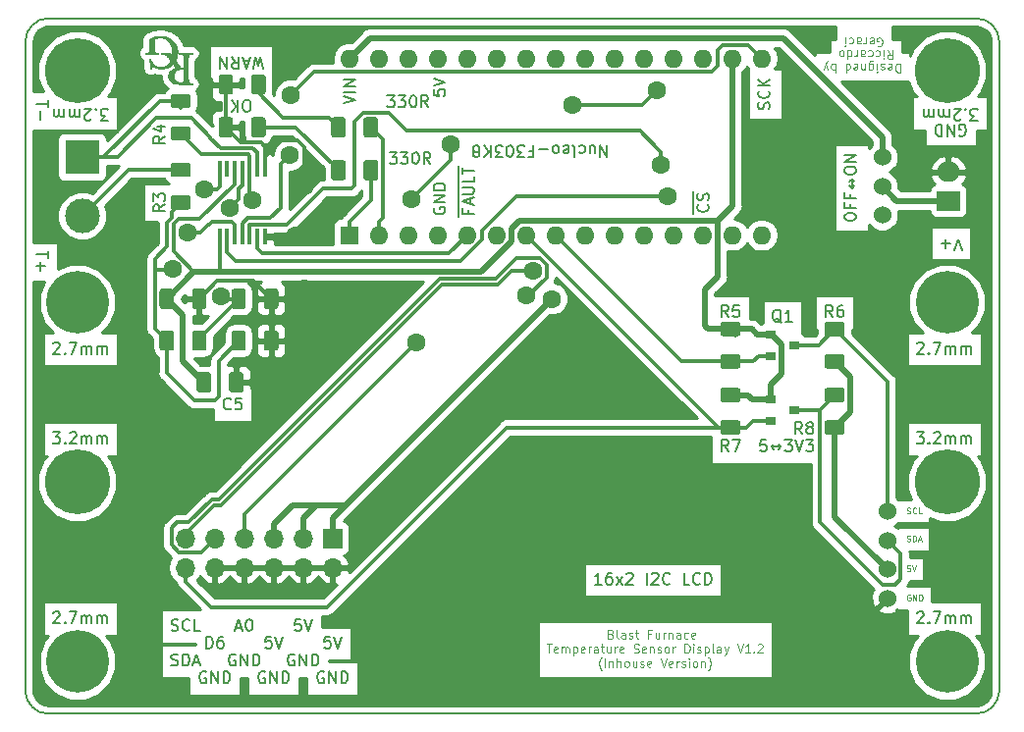
<source format=gbr>
%TF.GenerationSoftware,KiCad,Pcbnew,(5.0.0)*%
%TF.CreationDate,2020-03-06T23:54:25+00:00*%
%TF.ProjectId,Blast Furnace PCB,426C617374204675726E616365205043,rev?*%
%TF.SameCoordinates,Original*%
%TF.FileFunction,Copper,L1,Top,Signal*%
%TF.FilePolarity,Positive*%
%FSLAX46Y46*%
G04 Gerber Fmt 4.6, Leading zero omitted, Abs format (unit mm)*
G04 Created by KiCad (PCBNEW (5.0.0)) date 03/06/20 23:54:25*
%MOMM*%
%LPD*%
G01*
G04 APERTURE LIST*
%ADD10C,0.150000*%
%ADD11C,0.075000*%
%ADD12C,0.100000*%
%ADD13C,0.112500*%
%ADD14C,0.010000*%
%ADD15O,1.700000X1.700000*%
%ADD16R,1.700000X1.700000*%
%ADD17C,1.524000*%
%ADD18C,5.600000*%
%ADD19C,5.400000*%
%ADD20R,1.600000X1.600000*%
%ADD21O,1.600000X1.600000*%
%ADD22C,3.000000*%
%ADD23R,3.000000X3.000000*%
%ADD24R,2.000000X1.700000*%
%ADD25O,2.000000X1.700000*%
%ADD26C,1.250000*%
%ADD27R,0.450000X1.450000*%
%ADD28R,0.900000X0.800000*%
%ADD29C,1.600000*%
%ADD30C,0.300000*%
%ADD31C,0.500000*%
%ADD32C,0.254000*%
G04 APERTURE END LIST*
D10*
X89685714Y-144404761D02*
X89828571Y-144452380D01*
X90066666Y-144452380D01*
X90161904Y-144404761D01*
X90209523Y-144357142D01*
X90257142Y-144261904D01*
X90257142Y-144166666D01*
X90209523Y-144071428D01*
X90161904Y-144023809D01*
X90066666Y-143976190D01*
X89876190Y-143928571D01*
X89780952Y-143880952D01*
X89733333Y-143833333D01*
X89685714Y-143738095D01*
X89685714Y-143642857D01*
X89733333Y-143547619D01*
X89780952Y-143500000D01*
X89876190Y-143452380D01*
X90114285Y-143452380D01*
X90257142Y-143500000D01*
X90685714Y-144452380D02*
X90685714Y-143452380D01*
X90923809Y-143452380D01*
X91066666Y-143500000D01*
X91161904Y-143595238D01*
X91209523Y-143690476D01*
X91257142Y-143880952D01*
X91257142Y-144023809D01*
X91209523Y-144214285D01*
X91161904Y-144309523D01*
X91066666Y-144404761D01*
X90923809Y-144452380D01*
X90685714Y-144452380D01*
X91638095Y-144166666D02*
X92114285Y-144166666D01*
X91542857Y-144452380D02*
X91876190Y-143452380D01*
X92209523Y-144452380D01*
X97758095Y-145000000D02*
X97662857Y-144952380D01*
X97520000Y-144952380D01*
X97377142Y-145000000D01*
X97281904Y-145095238D01*
X97234285Y-145190476D01*
X97186666Y-145380952D01*
X97186666Y-145523809D01*
X97234285Y-145714285D01*
X97281904Y-145809523D01*
X97377142Y-145904761D01*
X97520000Y-145952380D01*
X97615238Y-145952380D01*
X97758095Y-145904761D01*
X97805714Y-145857142D01*
X97805714Y-145523809D01*
X97615238Y-145523809D01*
X98234285Y-145952380D02*
X98234285Y-144952380D01*
X98805714Y-145952380D01*
X98805714Y-144952380D01*
X99281904Y-145952380D02*
X99281904Y-144952380D01*
X99520000Y-144952380D01*
X99662857Y-145000000D01*
X99758095Y-145095238D01*
X99805714Y-145190476D01*
X99853333Y-145380952D01*
X99853333Y-145523809D01*
X99805714Y-145714285D01*
X99758095Y-145809523D01*
X99662857Y-145904761D01*
X99520000Y-145952380D01*
X99281904Y-145952380D01*
X95218095Y-143500000D02*
X95122857Y-143452380D01*
X94980000Y-143452380D01*
X94837142Y-143500000D01*
X94741904Y-143595238D01*
X94694285Y-143690476D01*
X94646666Y-143880952D01*
X94646666Y-144023809D01*
X94694285Y-144214285D01*
X94741904Y-144309523D01*
X94837142Y-144404761D01*
X94980000Y-144452380D01*
X95075238Y-144452380D01*
X95218095Y-144404761D01*
X95265714Y-144357142D01*
X95265714Y-144023809D01*
X95075238Y-144023809D01*
X95694285Y-144452380D02*
X95694285Y-143452380D01*
X96265714Y-144452380D01*
X96265714Y-143452380D01*
X96741904Y-144452380D02*
X96741904Y-143452380D01*
X96980000Y-143452380D01*
X97122857Y-143500000D01*
X97218095Y-143595238D01*
X97265714Y-143690476D01*
X97313333Y-143880952D01*
X97313333Y-144023809D01*
X97265714Y-144214285D01*
X97218095Y-144309523D01*
X97122857Y-144404761D01*
X96980000Y-144452380D01*
X96741904Y-144452380D01*
X92678095Y-145000000D02*
X92582857Y-144952380D01*
X92440000Y-144952380D01*
X92297142Y-145000000D01*
X92201904Y-145095238D01*
X92154285Y-145190476D01*
X92106666Y-145380952D01*
X92106666Y-145523809D01*
X92154285Y-145714285D01*
X92201904Y-145809523D01*
X92297142Y-145904761D01*
X92440000Y-145952380D01*
X92535238Y-145952380D01*
X92678095Y-145904761D01*
X92725714Y-145857142D01*
X92725714Y-145523809D01*
X92535238Y-145523809D01*
X93154285Y-145952380D02*
X93154285Y-144952380D01*
X93725714Y-145952380D01*
X93725714Y-144952380D01*
X94201904Y-145952380D02*
X94201904Y-144952380D01*
X94440000Y-144952380D01*
X94582857Y-145000000D01*
X94678095Y-145095238D01*
X94725714Y-145190476D01*
X94773333Y-145380952D01*
X94773333Y-145523809D01*
X94725714Y-145714285D01*
X94678095Y-145809523D01*
X94582857Y-145904761D01*
X94440000Y-145952380D01*
X94201904Y-145952380D01*
X102838095Y-145000000D02*
X102742857Y-144952380D01*
X102600000Y-144952380D01*
X102457142Y-145000000D01*
X102361904Y-145095238D01*
X102314285Y-145190476D01*
X102266666Y-145380952D01*
X102266666Y-145523809D01*
X102314285Y-145714285D01*
X102361904Y-145809523D01*
X102457142Y-145904761D01*
X102600000Y-145952380D01*
X102695238Y-145952380D01*
X102838095Y-145904761D01*
X102885714Y-145857142D01*
X102885714Y-145523809D01*
X102695238Y-145523809D01*
X103314285Y-145952380D02*
X103314285Y-144952380D01*
X103885714Y-145952380D01*
X103885714Y-144952380D01*
X104361904Y-145952380D02*
X104361904Y-144952380D01*
X104600000Y-144952380D01*
X104742857Y-145000000D01*
X104838095Y-145095238D01*
X104885714Y-145190476D01*
X104933333Y-145380952D01*
X104933333Y-145523809D01*
X104885714Y-145714285D01*
X104838095Y-145809523D01*
X104742857Y-145904761D01*
X104600000Y-145952380D01*
X104361904Y-145952380D01*
X100298095Y-143500000D02*
X100202857Y-143452380D01*
X100060000Y-143452380D01*
X99917142Y-143500000D01*
X99821904Y-143595238D01*
X99774285Y-143690476D01*
X99726666Y-143880952D01*
X99726666Y-144023809D01*
X99774285Y-144214285D01*
X99821904Y-144309523D01*
X99917142Y-144404761D01*
X100060000Y-144452380D01*
X100155238Y-144452380D01*
X100298095Y-144404761D01*
X100345714Y-144357142D01*
X100345714Y-144023809D01*
X100155238Y-144023809D01*
X100774285Y-144452380D02*
X100774285Y-143452380D01*
X101345714Y-144452380D01*
X101345714Y-143452380D01*
X101821904Y-144452380D02*
X101821904Y-143452380D01*
X102060000Y-143452380D01*
X102202857Y-143500000D01*
X102298095Y-143595238D01*
X102345714Y-143690476D01*
X102393333Y-143880952D01*
X102393333Y-144023809D01*
X102345714Y-144214285D01*
X102298095Y-144309523D01*
X102202857Y-144404761D01*
X102060000Y-144452380D01*
X101821904Y-144452380D01*
X103409523Y-141952380D02*
X102933333Y-141952380D01*
X102885714Y-142428571D01*
X102933333Y-142380952D01*
X103028571Y-142333333D01*
X103266666Y-142333333D01*
X103361904Y-142380952D01*
X103409523Y-142428571D01*
X103457142Y-142523809D01*
X103457142Y-142761904D01*
X103409523Y-142857142D01*
X103361904Y-142904761D01*
X103266666Y-142952380D01*
X103028571Y-142952380D01*
X102933333Y-142904761D01*
X102885714Y-142857142D01*
X103742857Y-141952380D02*
X104076190Y-142952380D01*
X104409523Y-141952380D01*
X100869523Y-140452380D02*
X100393333Y-140452380D01*
X100345714Y-140928571D01*
X100393333Y-140880952D01*
X100488571Y-140833333D01*
X100726666Y-140833333D01*
X100821904Y-140880952D01*
X100869523Y-140928571D01*
X100917142Y-141023809D01*
X100917142Y-141261904D01*
X100869523Y-141357142D01*
X100821904Y-141404761D01*
X100726666Y-141452380D01*
X100488571Y-141452380D01*
X100393333Y-141404761D01*
X100345714Y-141357142D01*
X101202857Y-140452380D02*
X101536190Y-141452380D01*
X101869523Y-140452380D01*
X98329523Y-141952380D02*
X97853333Y-141952380D01*
X97805714Y-142428571D01*
X97853333Y-142380952D01*
X97948571Y-142333333D01*
X98186666Y-142333333D01*
X98281904Y-142380952D01*
X98329523Y-142428571D01*
X98377142Y-142523809D01*
X98377142Y-142761904D01*
X98329523Y-142857142D01*
X98281904Y-142904761D01*
X98186666Y-142952380D01*
X97948571Y-142952380D01*
X97853333Y-142904761D01*
X97805714Y-142857142D01*
X98662857Y-141952380D02*
X98996190Y-142952380D01*
X99329523Y-141952380D01*
X95265714Y-141166666D02*
X95741904Y-141166666D01*
X95170476Y-141452380D02*
X95503809Y-140452380D01*
X95837142Y-141452380D01*
X96360952Y-140452380D02*
X96456190Y-140452380D01*
X96551428Y-140500000D01*
X96599047Y-140547619D01*
X96646666Y-140642857D01*
X96694285Y-140833333D01*
X96694285Y-141071428D01*
X96646666Y-141261904D01*
X96599047Y-141357142D01*
X96551428Y-141404761D01*
X96456190Y-141452380D01*
X96360952Y-141452380D01*
X96265714Y-141404761D01*
X96218095Y-141357142D01*
X96170476Y-141261904D01*
X96122857Y-141071428D01*
X96122857Y-140833333D01*
X96170476Y-140642857D01*
X96218095Y-140547619D01*
X96265714Y-140500000D01*
X96360952Y-140452380D01*
X92701904Y-142952380D02*
X92701904Y-141952380D01*
X92940000Y-141952380D01*
X93082857Y-142000000D01*
X93178095Y-142095238D01*
X93225714Y-142190476D01*
X93273333Y-142380952D01*
X93273333Y-142523809D01*
X93225714Y-142714285D01*
X93178095Y-142809523D01*
X93082857Y-142904761D01*
X92940000Y-142952380D01*
X92701904Y-142952380D01*
X94130476Y-141952380D02*
X93940000Y-141952380D01*
X93844761Y-142000000D01*
X93797142Y-142047619D01*
X93701904Y-142190476D01*
X93654285Y-142380952D01*
X93654285Y-142761904D01*
X93701904Y-142857142D01*
X93749523Y-142904761D01*
X93844761Y-142952380D01*
X94035238Y-142952380D01*
X94130476Y-142904761D01*
X94178095Y-142857142D01*
X94225714Y-142761904D01*
X94225714Y-142523809D01*
X94178095Y-142428571D01*
X94130476Y-142380952D01*
X94035238Y-142333333D01*
X93844761Y-142333333D01*
X93749523Y-142380952D01*
X93701904Y-142428571D01*
X93654285Y-142523809D01*
X89709523Y-141404761D02*
X89852380Y-141452380D01*
X90090476Y-141452380D01*
X90185714Y-141404761D01*
X90233333Y-141357142D01*
X90280952Y-141261904D01*
X90280952Y-141166666D01*
X90233333Y-141071428D01*
X90185714Y-141023809D01*
X90090476Y-140976190D01*
X89900000Y-140928571D01*
X89804761Y-140880952D01*
X89757142Y-140833333D01*
X89709523Y-140738095D01*
X89709523Y-140642857D01*
X89757142Y-140547619D01*
X89804761Y-140500000D01*
X89900000Y-140452380D01*
X90138095Y-140452380D01*
X90280952Y-140500000D01*
X91280952Y-141357142D02*
X91233333Y-141404761D01*
X91090476Y-141452380D01*
X90995238Y-141452380D01*
X90852380Y-141404761D01*
X90757142Y-141309523D01*
X90709523Y-141214285D01*
X90661904Y-141023809D01*
X90661904Y-140880952D01*
X90709523Y-140690476D01*
X90757142Y-140595238D01*
X90852380Y-140500000D01*
X90995238Y-140452380D01*
X91090476Y-140452380D01*
X91233333Y-140500000D01*
X91280952Y-140547619D01*
X92185714Y-141452380D02*
X91709523Y-141452380D01*
X91709523Y-140452380D01*
X144083333Y-124452380D02*
X143750000Y-123976190D01*
X143511904Y-124452380D02*
X143511904Y-123452380D01*
X143892857Y-123452380D01*
X143988095Y-123500000D01*
X144035714Y-123547619D01*
X144083333Y-123642857D01*
X144083333Y-123785714D01*
X144035714Y-123880952D01*
X143988095Y-123928571D01*
X143892857Y-123976190D01*
X143511904Y-123976190D01*
X144654761Y-123880952D02*
X144559523Y-123833333D01*
X144511904Y-123785714D01*
X144464285Y-123690476D01*
X144464285Y-123642857D01*
X144511904Y-123547619D01*
X144559523Y-123500000D01*
X144654761Y-123452380D01*
X144845238Y-123452380D01*
X144940476Y-123500000D01*
X144988095Y-123547619D01*
X145035714Y-123642857D01*
X145035714Y-123690476D01*
X144988095Y-123785714D01*
X144940476Y-123833333D01*
X144845238Y-123880952D01*
X144654761Y-123880952D01*
X144559523Y-123928571D01*
X144511904Y-123976190D01*
X144464285Y-124071428D01*
X144464285Y-124261904D01*
X144511904Y-124357142D01*
X144559523Y-124404761D01*
X144654761Y-124452380D01*
X144845238Y-124452380D01*
X144940476Y-124404761D01*
X144988095Y-124357142D01*
X145035714Y-124261904D01*
X145035714Y-124071428D01*
X144988095Y-123976190D01*
X144940476Y-123928571D01*
X144845238Y-123880952D01*
X137733333Y-125952380D02*
X137400000Y-125476190D01*
X137161904Y-125952380D02*
X137161904Y-124952380D01*
X137542857Y-124952380D01*
X137638095Y-125000000D01*
X137685714Y-125047619D01*
X137733333Y-125142857D01*
X137733333Y-125285714D01*
X137685714Y-125380952D01*
X137638095Y-125428571D01*
X137542857Y-125476190D01*
X137161904Y-125476190D01*
X138066666Y-124952380D02*
X138733333Y-124952380D01*
X138304761Y-125952380D01*
X146733333Y-114352380D02*
X146400000Y-113876190D01*
X146161904Y-114352380D02*
X146161904Y-113352380D01*
X146542857Y-113352380D01*
X146638095Y-113400000D01*
X146685714Y-113447619D01*
X146733333Y-113542857D01*
X146733333Y-113685714D01*
X146685714Y-113780952D01*
X146638095Y-113828571D01*
X146542857Y-113876190D01*
X146161904Y-113876190D01*
X147590476Y-113352380D02*
X147400000Y-113352380D01*
X147304761Y-113400000D01*
X147257142Y-113447619D01*
X147161904Y-113590476D01*
X147114285Y-113780952D01*
X147114285Y-114161904D01*
X147161904Y-114257142D01*
X147209523Y-114304761D01*
X147304761Y-114352380D01*
X147495238Y-114352380D01*
X147590476Y-114304761D01*
X147638095Y-114257142D01*
X147685714Y-114161904D01*
X147685714Y-113923809D01*
X147638095Y-113828571D01*
X147590476Y-113780952D01*
X147495238Y-113733333D01*
X147304761Y-113733333D01*
X147209523Y-113780952D01*
X147161904Y-113828571D01*
X147114285Y-113923809D01*
X142304761Y-114847619D02*
X142209523Y-114800000D01*
X142114285Y-114704761D01*
X141971428Y-114561904D01*
X141876190Y-114514285D01*
X141780952Y-114514285D01*
X141828571Y-114752380D02*
X141733333Y-114704761D01*
X141638095Y-114609523D01*
X141590476Y-114419047D01*
X141590476Y-114085714D01*
X141638095Y-113895238D01*
X141733333Y-113800000D01*
X141828571Y-113752380D01*
X142019047Y-113752380D01*
X142114285Y-113800000D01*
X142209523Y-113895238D01*
X142257142Y-114085714D01*
X142257142Y-114419047D01*
X142209523Y-114609523D01*
X142114285Y-114704761D01*
X142019047Y-114752380D01*
X141828571Y-114752380D01*
X143209523Y-114752380D02*
X142638095Y-114752380D01*
X142923809Y-114752380D02*
X142923809Y-113752380D01*
X142828571Y-113895238D01*
X142733333Y-113990476D01*
X142638095Y-114038095D01*
X137733333Y-114352380D02*
X137400000Y-113876190D01*
X137161904Y-114352380D02*
X137161904Y-113352380D01*
X137542857Y-113352380D01*
X137638095Y-113400000D01*
X137685714Y-113447619D01*
X137733333Y-113542857D01*
X137733333Y-113685714D01*
X137685714Y-113780952D01*
X137638095Y-113828571D01*
X137542857Y-113876190D01*
X137161904Y-113876190D01*
X138638095Y-113352380D02*
X138161904Y-113352380D01*
X138114285Y-113828571D01*
X138161904Y-113780952D01*
X138257142Y-113733333D01*
X138495238Y-113733333D01*
X138590476Y-113780952D01*
X138638095Y-113828571D01*
X138685714Y-113923809D01*
X138685714Y-114161904D01*
X138638095Y-114257142D01*
X138590476Y-114304761D01*
X138495238Y-114352380D01*
X138257142Y-114352380D01*
X138161904Y-114304761D01*
X138114285Y-114257142D01*
X89152380Y-104666666D02*
X88676190Y-105000000D01*
X89152380Y-105238095D02*
X88152380Y-105238095D01*
X88152380Y-104857142D01*
X88200000Y-104761904D01*
X88247619Y-104714285D01*
X88342857Y-104666666D01*
X88485714Y-104666666D01*
X88580952Y-104714285D01*
X88628571Y-104761904D01*
X88676190Y-104857142D01*
X88676190Y-105238095D01*
X88152380Y-104333333D02*
X88152380Y-103714285D01*
X88533333Y-104047619D01*
X88533333Y-103904761D01*
X88580952Y-103809523D01*
X88628571Y-103761904D01*
X88723809Y-103714285D01*
X88961904Y-103714285D01*
X89057142Y-103761904D01*
X89104761Y-103809523D01*
X89152380Y-103904761D01*
X89152380Y-104190476D01*
X89104761Y-104285714D01*
X89057142Y-104333333D01*
X89152380Y-98766666D02*
X88676190Y-99100000D01*
X89152380Y-99338095D02*
X88152380Y-99338095D01*
X88152380Y-98957142D01*
X88200000Y-98861904D01*
X88247619Y-98814285D01*
X88342857Y-98766666D01*
X88485714Y-98766666D01*
X88580952Y-98814285D01*
X88628571Y-98861904D01*
X88676190Y-98957142D01*
X88676190Y-99338095D01*
X88485714Y-97909523D02*
X89152380Y-97909523D01*
X88104761Y-98147619D02*
X88819047Y-98385714D01*
X88819047Y-97766666D01*
X108514285Y-100152380D02*
X109133333Y-100152380D01*
X108800000Y-100533333D01*
X108942857Y-100533333D01*
X109038095Y-100580952D01*
X109085714Y-100628571D01*
X109133333Y-100723809D01*
X109133333Y-100961904D01*
X109085714Y-101057142D01*
X109038095Y-101104761D01*
X108942857Y-101152380D01*
X108657142Y-101152380D01*
X108561904Y-101104761D01*
X108514285Y-101057142D01*
X109466666Y-100152380D02*
X110085714Y-100152380D01*
X109752380Y-100533333D01*
X109895238Y-100533333D01*
X109990476Y-100580952D01*
X110038095Y-100628571D01*
X110085714Y-100723809D01*
X110085714Y-100961904D01*
X110038095Y-101057142D01*
X109990476Y-101104761D01*
X109895238Y-101152380D01*
X109609523Y-101152380D01*
X109514285Y-101104761D01*
X109466666Y-101057142D01*
X110704761Y-100152380D02*
X110800000Y-100152380D01*
X110895238Y-100200000D01*
X110942857Y-100247619D01*
X110990476Y-100342857D01*
X111038095Y-100533333D01*
X111038095Y-100771428D01*
X110990476Y-100961904D01*
X110942857Y-101057142D01*
X110895238Y-101104761D01*
X110800000Y-101152380D01*
X110704761Y-101152380D01*
X110609523Y-101104761D01*
X110561904Y-101057142D01*
X110514285Y-100961904D01*
X110466666Y-100771428D01*
X110466666Y-100533333D01*
X110514285Y-100342857D01*
X110561904Y-100247619D01*
X110609523Y-100200000D01*
X110704761Y-100152380D01*
X112038095Y-101152380D02*
X111704761Y-100676190D01*
X111466666Y-101152380D02*
X111466666Y-100152380D01*
X111847619Y-100152380D01*
X111942857Y-100200000D01*
X111990476Y-100247619D01*
X112038095Y-100342857D01*
X112038095Y-100485714D01*
X111990476Y-100580952D01*
X111942857Y-100628571D01*
X111847619Y-100676190D01*
X111466666Y-100676190D01*
X108314285Y-95252380D02*
X108933333Y-95252380D01*
X108600000Y-95633333D01*
X108742857Y-95633333D01*
X108838095Y-95680952D01*
X108885714Y-95728571D01*
X108933333Y-95823809D01*
X108933333Y-96061904D01*
X108885714Y-96157142D01*
X108838095Y-96204761D01*
X108742857Y-96252380D01*
X108457142Y-96252380D01*
X108361904Y-96204761D01*
X108314285Y-96157142D01*
X109266666Y-95252380D02*
X109885714Y-95252380D01*
X109552380Y-95633333D01*
X109695238Y-95633333D01*
X109790476Y-95680952D01*
X109838095Y-95728571D01*
X109885714Y-95823809D01*
X109885714Y-96061904D01*
X109838095Y-96157142D01*
X109790476Y-96204761D01*
X109695238Y-96252380D01*
X109409523Y-96252380D01*
X109314285Y-96204761D01*
X109266666Y-96157142D01*
X110504761Y-95252380D02*
X110600000Y-95252380D01*
X110695238Y-95300000D01*
X110742857Y-95347619D01*
X110790476Y-95442857D01*
X110838095Y-95633333D01*
X110838095Y-95871428D01*
X110790476Y-96061904D01*
X110742857Y-96157142D01*
X110695238Y-96204761D01*
X110600000Y-96252380D01*
X110504761Y-96252380D01*
X110409523Y-96204761D01*
X110361904Y-96157142D01*
X110314285Y-96061904D01*
X110266666Y-95871428D01*
X110266666Y-95633333D01*
X110314285Y-95442857D01*
X110361904Y-95347619D01*
X110409523Y-95300000D01*
X110504761Y-95252380D01*
X111838095Y-96252380D02*
X111504761Y-95776190D01*
X111266666Y-96252380D02*
X111266666Y-95252380D01*
X111647619Y-95252380D01*
X111742857Y-95300000D01*
X111790476Y-95347619D01*
X111838095Y-95442857D01*
X111838095Y-95585714D01*
X111790476Y-95680952D01*
X111742857Y-95728571D01*
X111647619Y-95776190D01*
X111266666Y-95776190D01*
X140988095Y-124952380D02*
X140511904Y-124952380D01*
X140464285Y-125428571D01*
X140511904Y-125380952D01*
X140607142Y-125333333D01*
X140845238Y-125333333D01*
X140940476Y-125380952D01*
X140988095Y-125428571D01*
X141035714Y-125523809D01*
X141035714Y-125761904D01*
X140988095Y-125857142D01*
X140940476Y-125904761D01*
X140845238Y-125952380D01*
X140607142Y-125952380D01*
X140511904Y-125904761D01*
X140464285Y-125857142D01*
X141464285Y-125571428D02*
X142226190Y-125571428D01*
X142035714Y-125761904D02*
X142226190Y-125571428D01*
X142035714Y-125380952D01*
X141654761Y-125380952D02*
X141464285Y-125571428D01*
X141654761Y-125761904D01*
X142607142Y-124952380D02*
X143226190Y-124952380D01*
X142892857Y-125333333D01*
X143035714Y-125333333D01*
X143130952Y-125380952D01*
X143178571Y-125428571D01*
X143226190Y-125523809D01*
X143226190Y-125761904D01*
X143178571Y-125857142D01*
X143130952Y-125904761D01*
X143035714Y-125952380D01*
X142750000Y-125952380D01*
X142654761Y-125904761D01*
X142607142Y-125857142D01*
X143511904Y-124952380D02*
X143845238Y-125952380D01*
X144178571Y-124952380D01*
X144416666Y-124952380D02*
X145035714Y-124952380D01*
X144702380Y-125333333D01*
X144845238Y-125333333D01*
X144940476Y-125380952D01*
X144988095Y-125428571D01*
X145035714Y-125523809D01*
X145035714Y-125761904D01*
X144988095Y-125857142D01*
X144940476Y-125904761D01*
X144845238Y-125952380D01*
X144559523Y-125952380D01*
X144464285Y-125904761D01*
X144416666Y-125857142D01*
X134685000Y-105476190D02*
X134685000Y-104476190D01*
X135957142Y-104666666D02*
X136004761Y-104714285D01*
X136052380Y-104857142D01*
X136052380Y-104952380D01*
X136004761Y-105095238D01*
X135909523Y-105190476D01*
X135814285Y-105238095D01*
X135623809Y-105285714D01*
X135480952Y-105285714D01*
X135290476Y-105238095D01*
X135195238Y-105190476D01*
X135100000Y-105095238D01*
X135052380Y-104952380D01*
X135052380Y-104857142D01*
X135100000Y-104714285D01*
X135147619Y-104666666D01*
X134685000Y-104476190D02*
X134685000Y-103523809D01*
X136004761Y-104285714D02*
X136052380Y-104142857D01*
X136052380Y-103904761D01*
X136004761Y-103809523D01*
X135957142Y-103761904D01*
X135861904Y-103714285D01*
X135766666Y-103714285D01*
X135671428Y-103761904D01*
X135623809Y-103809523D01*
X135576190Y-103904761D01*
X135528571Y-104095238D01*
X135480952Y-104190476D01*
X135433333Y-104238095D01*
X135338095Y-104285714D01*
X135242857Y-104285714D01*
X135147619Y-104238095D01*
X135100000Y-104190476D01*
X135052380Y-104095238D01*
X135052380Y-103857142D01*
X135100000Y-103714285D01*
X112350000Y-104933333D02*
X112302380Y-105028571D01*
X112302380Y-105171429D01*
X112350000Y-105314286D01*
X112445238Y-105409524D01*
X112540476Y-105457143D01*
X112730952Y-105504762D01*
X112873809Y-105504762D01*
X113064285Y-105457143D01*
X113159523Y-105409524D01*
X113254761Y-105314286D01*
X113302380Y-105171429D01*
X113302380Y-105076190D01*
X113254761Y-104933333D01*
X113207142Y-104885714D01*
X112873809Y-104885714D01*
X112873809Y-105076190D01*
X113302380Y-104457143D02*
X112302380Y-104457143D01*
X113302380Y-103885714D01*
X112302380Y-103885714D01*
X113302380Y-103409524D02*
X112302380Y-103409524D01*
X112302380Y-103171429D01*
X112350000Y-103028571D01*
X112445238Y-102933333D01*
X112540476Y-102885714D01*
X112730952Y-102838095D01*
X112873809Y-102838095D01*
X113064285Y-102885714D01*
X113159523Y-102933333D01*
X113254761Y-103028571D01*
X113302380Y-103171429D01*
X113302380Y-103409524D01*
X114435000Y-105695238D02*
X114435000Y-104838095D01*
X115278571Y-105123810D02*
X115278571Y-105457143D01*
X115802380Y-105457143D02*
X114802380Y-105457143D01*
X114802380Y-104980952D01*
X114435000Y-104838095D02*
X114435000Y-103980952D01*
X115516666Y-104647619D02*
X115516666Y-104171429D01*
X115802380Y-104742857D02*
X114802380Y-104409524D01*
X115802380Y-104076191D01*
X114435000Y-103980952D02*
X114435000Y-102933333D01*
X114802380Y-103742857D02*
X115611904Y-103742857D01*
X115707142Y-103695238D01*
X115754761Y-103647619D01*
X115802380Y-103552381D01*
X115802380Y-103361905D01*
X115754761Y-103266667D01*
X115707142Y-103219048D01*
X115611904Y-103171429D01*
X114802380Y-103171429D01*
X114435000Y-102933333D02*
X114435000Y-102123810D01*
X115802380Y-102219048D02*
X115802380Y-102695238D01*
X114802380Y-102695238D01*
X114435000Y-102123810D02*
X114435000Y-101361905D01*
X114802380Y-102028572D02*
X114802380Y-101457143D01*
X115802380Y-101742857D02*
X114802380Y-101742857D01*
X104552380Y-95945238D02*
X105552380Y-95611904D01*
X104552380Y-95278571D01*
X105552380Y-94945238D02*
X104552380Y-94945238D01*
X105552380Y-94469047D02*
X104552380Y-94469047D01*
X105552380Y-93897619D01*
X104552380Y-93897619D01*
X112302380Y-94754762D02*
X112302380Y-95230952D01*
X112778571Y-95278571D01*
X112730952Y-95230952D01*
X112683333Y-95135714D01*
X112683333Y-94897619D01*
X112730952Y-94802381D01*
X112778571Y-94754762D01*
X112873809Y-94707143D01*
X113111904Y-94707143D01*
X113207142Y-94754762D01*
X113254761Y-94802381D01*
X113302380Y-94897619D01*
X113302380Y-95135714D01*
X113254761Y-95230952D01*
X113207142Y-95278571D01*
X112302380Y-94421428D02*
X113302380Y-94088095D01*
X112302380Y-93754762D01*
X141254761Y-96421429D02*
X141302380Y-96278572D01*
X141302380Y-96040476D01*
X141254761Y-95945238D01*
X141207142Y-95897619D01*
X141111904Y-95850000D01*
X141016666Y-95850000D01*
X140921428Y-95897619D01*
X140873809Y-95945238D01*
X140826190Y-96040476D01*
X140778571Y-96230953D01*
X140730952Y-96326191D01*
X140683333Y-96373810D01*
X140588095Y-96421429D01*
X140492857Y-96421429D01*
X140397619Y-96373810D01*
X140350000Y-96326191D01*
X140302380Y-96230953D01*
X140302380Y-95992857D01*
X140350000Y-95850000D01*
X141207142Y-94850000D02*
X141254761Y-94897619D01*
X141302380Y-95040476D01*
X141302380Y-95135715D01*
X141254761Y-95278572D01*
X141159523Y-95373810D01*
X141064285Y-95421429D01*
X140873809Y-95469048D01*
X140730952Y-95469048D01*
X140540476Y-95421429D01*
X140445238Y-95373810D01*
X140350000Y-95278572D01*
X140302380Y-95135715D01*
X140302380Y-95040476D01*
X140350000Y-94897619D01*
X140397619Y-94850000D01*
X141302380Y-94421429D02*
X140302380Y-94421429D01*
X141302380Y-93850000D02*
X140730952Y-94278572D01*
X140302380Y-93850000D02*
X140873809Y-94421429D01*
D11*
X153142856Y-131302380D02*
X153214285Y-131326190D01*
X153333333Y-131326190D01*
X153380952Y-131302380D01*
X153404761Y-131278571D01*
X153428571Y-131230952D01*
X153428571Y-131183333D01*
X153404761Y-131135714D01*
X153380952Y-131111904D01*
X153333333Y-131088095D01*
X153238095Y-131064285D01*
X153190475Y-131040476D01*
X153166666Y-131016666D01*
X153142856Y-130969047D01*
X153142856Y-130921428D01*
X153166666Y-130873809D01*
X153190475Y-130850000D01*
X153238095Y-130826190D01*
X153357142Y-130826190D01*
X153428571Y-130850000D01*
X153928571Y-131278571D02*
X153904761Y-131302380D01*
X153833333Y-131326190D01*
X153785714Y-131326190D01*
X153714285Y-131302380D01*
X153666666Y-131254761D01*
X153642856Y-131207142D01*
X153619047Y-131111904D01*
X153619047Y-131040476D01*
X153642856Y-130945238D01*
X153666666Y-130897619D01*
X153714285Y-130850000D01*
X153785714Y-130826190D01*
X153833333Y-130826190D01*
X153904761Y-130850000D01*
X153928571Y-130873809D01*
X154380952Y-131326190D02*
X154142856Y-131326190D01*
X154142856Y-130826190D01*
X153142857Y-133702380D02*
X153214285Y-133726190D01*
X153333333Y-133726190D01*
X153380952Y-133702380D01*
X153404761Y-133678571D01*
X153428571Y-133630952D01*
X153428571Y-133583333D01*
X153404761Y-133535714D01*
X153380952Y-133511904D01*
X153333333Y-133488095D01*
X153238095Y-133464285D01*
X153190476Y-133440476D01*
X153166666Y-133416666D01*
X153142857Y-133369047D01*
X153142857Y-133321428D01*
X153166666Y-133273809D01*
X153190476Y-133250000D01*
X153238095Y-133226190D01*
X153357142Y-133226190D01*
X153428571Y-133250000D01*
X153642857Y-133726190D02*
X153642857Y-133226190D01*
X153761904Y-133226190D01*
X153833333Y-133250000D01*
X153880952Y-133297619D01*
X153904761Y-133345238D01*
X153928571Y-133440476D01*
X153928571Y-133511904D01*
X153904761Y-133607142D01*
X153880952Y-133654761D01*
X153833333Y-133702380D01*
X153761904Y-133726190D01*
X153642857Y-133726190D01*
X154119047Y-133583333D02*
X154357142Y-133583333D01*
X154071428Y-133726190D02*
X154238095Y-133226190D01*
X154404761Y-133726190D01*
X153404761Y-135826190D02*
X153166666Y-135826190D01*
X153142857Y-136064285D01*
X153166666Y-136040476D01*
X153214285Y-136016666D01*
X153333333Y-136016666D01*
X153380952Y-136040476D01*
X153404761Y-136064285D01*
X153428571Y-136111904D01*
X153428571Y-136230952D01*
X153404761Y-136278571D01*
X153380952Y-136302380D01*
X153333333Y-136326190D01*
X153214285Y-136326190D01*
X153166666Y-136302380D01*
X153142857Y-136278571D01*
X153571428Y-135826190D02*
X153738095Y-136326190D01*
X153904761Y-135826190D01*
X153428571Y-138350000D02*
X153380952Y-138326190D01*
X153309524Y-138326190D01*
X153238095Y-138350000D01*
X153190476Y-138397619D01*
X153166666Y-138445238D01*
X153142857Y-138540476D01*
X153142857Y-138611904D01*
X153166666Y-138707142D01*
X153190476Y-138754761D01*
X153238095Y-138802380D01*
X153309524Y-138826190D01*
X153357143Y-138826190D01*
X153428571Y-138802380D01*
X153452381Y-138778571D01*
X153452381Y-138611904D01*
X153357143Y-138611904D01*
X153666666Y-138826190D02*
X153666666Y-138326190D01*
X153952381Y-138826190D01*
X153952381Y-138326190D01*
X154190476Y-138826190D02*
X154190476Y-138326190D01*
X154309524Y-138326190D01*
X154380952Y-138350000D01*
X154428571Y-138397619D01*
X154452381Y-138445238D01*
X154476190Y-138540476D01*
X154476190Y-138611904D01*
X154452381Y-138707142D01*
X154428571Y-138754761D01*
X154380952Y-138802380D01*
X154309524Y-138826190D01*
X154190476Y-138826190D01*
D10*
X84230952Y-97397619D02*
X83611904Y-97397619D01*
X83945238Y-97016666D01*
X83802380Y-97016666D01*
X83707142Y-96969047D01*
X83659523Y-96921428D01*
X83611904Y-96826190D01*
X83611904Y-96588095D01*
X83659523Y-96492857D01*
X83707142Y-96445238D01*
X83802380Y-96397619D01*
X84088095Y-96397619D01*
X84183333Y-96445238D01*
X84230952Y-96492857D01*
X83183333Y-96492857D02*
X83135714Y-96445238D01*
X83183333Y-96397619D01*
X83230952Y-96445238D01*
X83183333Y-96492857D01*
X83183333Y-96397619D01*
X82754761Y-97302380D02*
X82707142Y-97350000D01*
X82611904Y-97397619D01*
X82373809Y-97397619D01*
X82278571Y-97350000D01*
X82230952Y-97302380D01*
X82183333Y-97207142D01*
X82183333Y-97111904D01*
X82230952Y-96969047D01*
X82802380Y-96397619D01*
X82183333Y-96397619D01*
X81754761Y-96397619D02*
X81754761Y-97064285D01*
X81754761Y-96969047D02*
X81707142Y-97016666D01*
X81611904Y-97064285D01*
X81469047Y-97064285D01*
X81373809Y-97016666D01*
X81326190Y-96921428D01*
X81326190Y-96397619D01*
X81326190Y-96921428D02*
X81278571Y-97016666D01*
X81183333Y-97064285D01*
X81040476Y-97064285D01*
X80945238Y-97016666D01*
X80897619Y-96921428D01*
X80897619Y-96397619D01*
X80421428Y-96397619D02*
X80421428Y-97064285D01*
X80421428Y-96969047D02*
X80373809Y-97016666D01*
X80278571Y-97064285D01*
X80135714Y-97064285D01*
X80040476Y-97016666D01*
X79992857Y-96921428D01*
X79992857Y-96397619D01*
X79992857Y-96921428D02*
X79945238Y-97016666D01*
X79850000Y-97064285D01*
X79707142Y-97064285D01*
X79611904Y-97016666D01*
X79564285Y-96921428D01*
X79564285Y-96397619D01*
X159230952Y-97397619D02*
X158611904Y-97397619D01*
X158945238Y-97016666D01*
X158802380Y-97016666D01*
X158707142Y-96969047D01*
X158659523Y-96921428D01*
X158611904Y-96826190D01*
X158611904Y-96588095D01*
X158659523Y-96492857D01*
X158707142Y-96445238D01*
X158802380Y-96397619D01*
X159088095Y-96397619D01*
X159183333Y-96445238D01*
X159230952Y-96492857D01*
X158183333Y-96492857D02*
X158135714Y-96445238D01*
X158183333Y-96397619D01*
X158230952Y-96445238D01*
X158183333Y-96492857D01*
X158183333Y-96397619D01*
X157754761Y-97302380D02*
X157707142Y-97350000D01*
X157611904Y-97397619D01*
X157373809Y-97397619D01*
X157278571Y-97350000D01*
X157230952Y-97302380D01*
X157183333Y-97207142D01*
X157183333Y-97111904D01*
X157230952Y-96969047D01*
X157802380Y-96397619D01*
X157183333Y-96397619D01*
X156754761Y-96397619D02*
X156754761Y-97064285D01*
X156754761Y-96969047D02*
X156707142Y-97016666D01*
X156611904Y-97064285D01*
X156469047Y-97064285D01*
X156373809Y-97016666D01*
X156326190Y-96921428D01*
X156326190Y-96397619D01*
X156326190Y-96921428D02*
X156278571Y-97016666D01*
X156183333Y-97064285D01*
X156040476Y-97064285D01*
X155945238Y-97016666D01*
X155897619Y-96921428D01*
X155897619Y-96397619D01*
X155421428Y-96397619D02*
X155421428Y-97064285D01*
X155421428Y-96969047D02*
X155373809Y-97016666D01*
X155278571Y-97064285D01*
X155135714Y-97064285D01*
X155040476Y-97016666D01*
X154992857Y-96921428D01*
X154992857Y-96397619D01*
X154992857Y-96921428D02*
X154945238Y-97016666D01*
X154850000Y-97064285D01*
X154707142Y-97064285D01*
X154611904Y-97016666D01*
X154564285Y-96921428D01*
X154564285Y-96397619D01*
X154016666Y-116647619D02*
X154064285Y-116600000D01*
X154159523Y-116552380D01*
X154397619Y-116552380D01*
X154492857Y-116600000D01*
X154540476Y-116647619D01*
X154588095Y-116742857D01*
X154588095Y-116838095D01*
X154540476Y-116980952D01*
X153969047Y-117552380D01*
X154588095Y-117552380D01*
X155016666Y-117457142D02*
X155064285Y-117504761D01*
X155016666Y-117552380D01*
X154969047Y-117504761D01*
X155016666Y-117457142D01*
X155016666Y-117552380D01*
X155397619Y-116552380D02*
X156064285Y-116552380D01*
X155635714Y-117552380D01*
X156445238Y-117552380D02*
X156445238Y-116885714D01*
X156445238Y-116980952D02*
X156492857Y-116933333D01*
X156588095Y-116885714D01*
X156730952Y-116885714D01*
X156826190Y-116933333D01*
X156873809Y-117028571D01*
X156873809Y-117552380D01*
X156873809Y-117028571D02*
X156921428Y-116933333D01*
X157016666Y-116885714D01*
X157159523Y-116885714D01*
X157254761Y-116933333D01*
X157302380Y-117028571D01*
X157302380Y-117552380D01*
X157778571Y-117552380D02*
X157778571Y-116885714D01*
X157778571Y-116980952D02*
X157826190Y-116933333D01*
X157921428Y-116885714D01*
X158064285Y-116885714D01*
X158159523Y-116933333D01*
X158207142Y-117028571D01*
X158207142Y-117552380D01*
X158207142Y-117028571D02*
X158254761Y-116933333D01*
X158350000Y-116885714D01*
X158492857Y-116885714D01*
X158588095Y-116933333D01*
X158635714Y-117028571D01*
X158635714Y-117552380D01*
X79516666Y-116647619D02*
X79564285Y-116600000D01*
X79659523Y-116552380D01*
X79897619Y-116552380D01*
X79992857Y-116600000D01*
X80040476Y-116647619D01*
X80088095Y-116742857D01*
X80088095Y-116838095D01*
X80040476Y-116980952D01*
X79469047Y-117552380D01*
X80088095Y-117552380D01*
X80516666Y-117457142D02*
X80564285Y-117504761D01*
X80516666Y-117552380D01*
X80469047Y-117504761D01*
X80516666Y-117457142D01*
X80516666Y-117552380D01*
X80897619Y-116552380D02*
X81564285Y-116552380D01*
X81135714Y-117552380D01*
X81945238Y-117552380D02*
X81945238Y-116885714D01*
X81945238Y-116980952D02*
X81992857Y-116933333D01*
X82088095Y-116885714D01*
X82230952Y-116885714D01*
X82326190Y-116933333D01*
X82373809Y-117028571D01*
X82373809Y-117552380D01*
X82373809Y-117028571D02*
X82421428Y-116933333D01*
X82516666Y-116885714D01*
X82659523Y-116885714D01*
X82754761Y-116933333D01*
X82802380Y-117028571D01*
X82802380Y-117552380D01*
X83278571Y-117552380D02*
X83278571Y-116885714D01*
X83278571Y-116980952D02*
X83326190Y-116933333D01*
X83421428Y-116885714D01*
X83564285Y-116885714D01*
X83659523Y-116933333D01*
X83707142Y-117028571D01*
X83707142Y-117552380D01*
X83707142Y-117028571D02*
X83754761Y-116933333D01*
X83850000Y-116885714D01*
X83992857Y-116885714D01*
X84088095Y-116933333D01*
X84135714Y-117028571D01*
X84135714Y-117552380D01*
X154016666Y-139897619D02*
X154064285Y-139850000D01*
X154159523Y-139802380D01*
X154397619Y-139802380D01*
X154492857Y-139850000D01*
X154540476Y-139897619D01*
X154588095Y-139992857D01*
X154588095Y-140088095D01*
X154540476Y-140230952D01*
X153969047Y-140802380D01*
X154588095Y-140802380D01*
X155016666Y-140707142D02*
X155064285Y-140754761D01*
X155016666Y-140802380D01*
X154969047Y-140754761D01*
X155016666Y-140707142D01*
X155016666Y-140802380D01*
X155397619Y-139802380D02*
X156064285Y-139802380D01*
X155635714Y-140802380D01*
X156445238Y-140802380D02*
X156445238Y-140135714D01*
X156445238Y-140230952D02*
X156492857Y-140183333D01*
X156588095Y-140135714D01*
X156730952Y-140135714D01*
X156826190Y-140183333D01*
X156873809Y-140278571D01*
X156873809Y-140802380D01*
X156873809Y-140278571D02*
X156921428Y-140183333D01*
X157016666Y-140135714D01*
X157159523Y-140135714D01*
X157254761Y-140183333D01*
X157302380Y-140278571D01*
X157302380Y-140802380D01*
X157778571Y-140802380D02*
X157778571Y-140135714D01*
X157778571Y-140230952D02*
X157826190Y-140183333D01*
X157921428Y-140135714D01*
X158064285Y-140135714D01*
X158159523Y-140183333D01*
X158207142Y-140278571D01*
X158207142Y-140802380D01*
X158207142Y-140278571D02*
X158254761Y-140183333D01*
X158350000Y-140135714D01*
X158492857Y-140135714D01*
X158588095Y-140183333D01*
X158635714Y-140278571D01*
X158635714Y-140802380D01*
X79516666Y-139897619D02*
X79564285Y-139850000D01*
X79659523Y-139802380D01*
X79897619Y-139802380D01*
X79992857Y-139850000D01*
X80040476Y-139897619D01*
X80088095Y-139992857D01*
X80088095Y-140088095D01*
X80040476Y-140230952D01*
X79469047Y-140802380D01*
X80088095Y-140802380D01*
X80516666Y-140707142D02*
X80564285Y-140754761D01*
X80516666Y-140802380D01*
X80469047Y-140754761D01*
X80516666Y-140707142D01*
X80516666Y-140802380D01*
X80897619Y-139802380D02*
X81564285Y-139802380D01*
X81135714Y-140802380D01*
X81945238Y-140802380D02*
X81945238Y-140135714D01*
X81945238Y-140230952D02*
X81992857Y-140183333D01*
X82088095Y-140135714D01*
X82230952Y-140135714D01*
X82326190Y-140183333D01*
X82373809Y-140278571D01*
X82373809Y-140802380D01*
X82373809Y-140278571D02*
X82421428Y-140183333D01*
X82516666Y-140135714D01*
X82659523Y-140135714D01*
X82754761Y-140183333D01*
X82802380Y-140278571D01*
X82802380Y-140802380D01*
X83278571Y-140802380D02*
X83278571Y-140135714D01*
X83278571Y-140230952D02*
X83326190Y-140183333D01*
X83421428Y-140135714D01*
X83564285Y-140135714D01*
X83659523Y-140183333D01*
X83707142Y-140278571D01*
X83707142Y-140802380D01*
X83707142Y-140278571D02*
X83754761Y-140183333D01*
X83850000Y-140135714D01*
X83992857Y-140135714D01*
X84088095Y-140183333D01*
X84135714Y-140278571D01*
X84135714Y-140802380D01*
X79469047Y-124302380D02*
X80088095Y-124302380D01*
X79754761Y-124683333D01*
X79897619Y-124683333D01*
X79992857Y-124730952D01*
X80040476Y-124778571D01*
X80088095Y-124873809D01*
X80088095Y-125111904D01*
X80040476Y-125207142D01*
X79992857Y-125254761D01*
X79897619Y-125302380D01*
X79611904Y-125302380D01*
X79516666Y-125254761D01*
X79469047Y-125207142D01*
X80516666Y-125207142D02*
X80564285Y-125254761D01*
X80516666Y-125302380D01*
X80469047Y-125254761D01*
X80516666Y-125207142D01*
X80516666Y-125302380D01*
X80945238Y-124397619D02*
X80992857Y-124350000D01*
X81088095Y-124302380D01*
X81326190Y-124302380D01*
X81421428Y-124350000D01*
X81469047Y-124397619D01*
X81516666Y-124492857D01*
X81516666Y-124588095D01*
X81469047Y-124730952D01*
X80897619Y-125302380D01*
X81516666Y-125302380D01*
X81945238Y-125302380D02*
X81945238Y-124635714D01*
X81945238Y-124730952D02*
X81992857Y-124683333D01*
X82088095Y-124635714D01*
X82230952Y-124635714D01*
X82326190Y-124683333D01*
X82373809Y-124778571D01*
X82373809Y-125302380D01*
X82373809Y-124778571D02*
X82421428Y-124683333D01*
X82516666Y-124635714D01*
X82659523Y-124635714D01*
X82754761Y-124683333D01*
X82802380Y-124778571D01*
X82802380Y-125302380D01*
X83278571Y-125302380D02*
X83278571Y-124635714D01*
X83278571Y-124730952D02*
X83326190Y-124683333D01*
X83421428Y-124635714D01*
X83564285Y-124635714D01*
X83659523Y-124683333D01*
X83707142Y-124778571D01*
X83707142Y-125302380D01*
X83707142Y-124778571D02*
X83754761Y-124683333D01*
X83850000Y-124635714D01*
X83992857Y-124635714D01*
X84088095Y-124683333D01*
X84135714Y-124778571D01*
X84135714Y-125302380D01*
X153969047Y-124302380D02*
X154588095Y-124302380D01*
X154254761Y-124683333D01*
X154397619Y-124683333D01*
X154492857Y-124730952D01*
X154540476Y-124778571D01*
X154588095Y-124873809D01*
X154588095Y-125111904D01*
X154540476Y-125207142D01*
X154492857Y-125254761D01*
X154397619Y-125302380D01*
X154111904Y-125302380D01*
X154016666Y-125254761D01*
X153969047Y-125207142D01*
X155016666Y-125207142D02*
X155064285Y-125254761D01*
X155016666Y-125302380D01*
X154969047Y-125254761D01*
X155016666Y-125207142D01*
X155016666Y-125302380D01*
X155445238Y-124397619D02*
X155492857Y-124350000D01*
X155588095Y-124302380D01*
X155826190Y-124302380D01*
X155921428Y-124350000D01*
X155969047Y-124397619D01*
X156016666Y-124492857D01*
X156016666Y-124588095D01*
X155969047Y-124730952D01*
X155397619Y-125302380D01*
X156016666Y-125302380D01*
X156445238Y-125302380D02*
X156445238Y-124635714D01*
X156445238Y-124730952D02*
X156492857Y-124683333D01*
X156588095Y-124635714D01*
X156730952Y-124635714D01*
X156826190Y-124683333D01*
X156873809Y-124778571D01*
X156873809Y-125302380D01*
X156873809Y-124778571D02*
X156921428Y-124683333D01*
X157016666Y-124635714D01*
X157159523Y-124635714D01*
X157254761Y-124683333D01*
X157302380Y-124778571D01*
X157302380Y-125302380D01*
X157778571Y-125302380D02*
X157778571Y-124635714D01*
X157778571Y-124730952D02*
X157826190Y-124683333D01*
X157921428Y-124635714D01*
X158064285Y-124635714D01*
X158159523Y-124683333D01*
X158207142Y-124778571D01*
X158207142Y-125302380D01*
X158207142Y-124778571D02*
X158254761Y-124683333D01*
X158350000Y-124635714D01*
X158492857Y-124635714D01*
X158588095Y-124683333D01*
X158635714Y-124778571D01*
X158635714Y-125302380D01*
X157852380Y-108647619D02*
X157519047Y-107647619D01*
X157185714Y-108647619D01*
X156852380Y-108028571D02*
X156090476Y-108028571D01*
X156471428Y-107647619D02*
X156471428Y-108409523D01*
X157661904Y-98700000D02*
X157757142Y-98747619D01*
X157900000Y-98747619D01*
X158042857Y-98700000D01*
X158138095Y-98604761D01*
X158185714Y-98509523D01*
X158233333Y-98319047D01*
X158233333Y-98176190D01*
X158185714Y-97985714D01*
X158138095Y-97890476D01*
X158042857Y-97795238D01*
X157900000Y-97747619D01*
X157804761Y-97747619D01*
X157661904Y-97795238D01*
X157614285Y-97842857D01*
X157614285Y-98176190D01*
X157804761Y-98176190D01*
X157185714Y-97747619D02*
X157185714Y-98747619D01*
X156614285Y-97747619D01*
X156614285Y-98747619D01*
X156138095Y-97747619D02*
X156138095Y-98747619D01*
X155900000Y-98747619D01*
X155757142Y-98700000D01*
X155661904Y-98604761D01*
X155614285Y-98509523D01*
X155566666Y-98319047D01*
X155566666Y-98176190D01*
X155614285Y-97985714D01*
X155661904Y-97890476D01*
X155757142Y-97795238D01*
X155900000Y-97747619D01*
X156138095Y-97747619D01*
X94833333Y-122257142D02*
X94785714Y-122304761D01*
X94642857Y-122352380D01*
X94547619Y-122352380D01*
X94404761Y-122304761D01*
X94309523Y-122209523D01*
X94261904Y-122114285D01*
X94214285Y-121923809D01*
X94214285Y-121780952D01*
X94261904Y-121590476D01*
X94309523Y-121495238D01*
X94404761Y-121400000D01*
X94547619Y-121352380D01*
X94642857Y-121352380D01*
X94785714Y-121400000D01*
X94833333Y-121447619D01*
X95738095Y-121352380D02*
X95261904Y-121352380D01*
X95214285Y-121828571D01*
X95261904Y-121780952D01*
X95357142Y-121733333D01*
X95595238Y-121733333D01*
X95690476Y-121780952D01*
X95738095Y-121828571D01*
X95785714Y-121923809D01*
X95785714Y-122161904D01*
X95738095Y-122257142D01*
X95690476Y-122304761D01*
X95595238Y-122352380D01*
X95357142Y-122352380D01*
X95261904Y-122304761D01*
X95214285Y-122257142D01*
X79047619Y-95695238D02*
X79047619Y-96266666D01*
X78047619Y-95980952D02*
X79047619Y-95980952D01*
X78428571Y-96600000D02*
X78428571Y-97361904D01*
X79047619Y-108695238D02*
X79047619Y-109266666D01*
X78047619Y-108980952D02*
X79047619Y-108980952D01*
X78428571Y-109600000D02*
X78428571Y-110361904D01*
X78047619Y-109980952D02*
X78809523Y-109980952D01*
X96295238Y-96647619D02*
X96104761Y-96647619D01*
X96009523Y-96600000D01*
X95914285Y-96504761D01*
X95866666Y-96314285D01*
X95866666Y-95980952D01*
X95914285Y-95790476D01*
X96009523Y-95695238D01*
X96104761Y-95647619D01*
X96295238Y-95647619D01*
X96390476Y-95695238D01*
X96485714Y-95790476D01*
X96533333Y-95980952D01*
X96533333Y-96314285D01*
X96485714Y-96504761D01*
X96390476Y-96600000D01*
X96295238Y-96647619D01*
X95438095Y-95647619D02*
X95438095Y-96647619D01*
X94866666Y-95647619D02*
X95295238Y-96219047D01*
X94866666Y-96647619D02*
X95438095Y-96076190D01*
X97580952Y-92947619D02*
X97342857Y-91947619D01*
X97152380Y-92661904D01*
X96961904Y-91947619D01*
X96723809Y-92947619D01*
X96390476Y-92233333D02*
X95914285Y-92233333D01*
X96485714Y-91947619D02*
X96152380Y-92947619D01*
X95819047Y-91947619D01*
X94914285Y-91947619D02*
X95247619Y-92423809D01*
X95485714Y-91947619D02*
X95485714Y-92947619D01*
X95104761Y-92947619D01*
X95009523Y-92900000D01*
X94961904Y-92852380D01*
X94914285Y-92757142D01*
X94914285Y-92614285D01*
X94961904Y-92519047D01*
X95009523Y-92471428D01*
X95104761Y-92423809D01*
X95485714Y-92423809D01*
X94485714Y-91947619D02*
X94485714Y-92947619D01*
X93914285Y-91947619D01*
X93914285Y-92947619D01*
X147752380Y-105819047D02*
X147752380Y-105628571D01*
X147800000Y-105533333D01*
X147895238Y-105438095D01*
X148085714Y-105390476D01*
X148419047Y-105390476D01*
X148609523Y-105438095D01*
X148704761Y-105533333D01*
X148752380Y-105628571D01*
X148752380Y-105819047D01*
X148704761Y-105914285D01*
X148609523Y-106009523D01*
X148419047Y-106057142D01*
X148085714Y-106057142D01*
X147895238Y-106009523D01*
X147800000Y-105914285D01*
X147752380Y-105819047D01*
X148228571Y-104628571D02*
X148228571Y-104961904D01*
X148752380Y-104961904D02*
X147752380Y-104961904D01*
X147752380Y-104485714D01*
X148228571Y-103771428D02*
X148228571Y-104104761D01*
X148752380Y-104104761D02*
X147752380Y-104104761D01*
X147752380Y-103628571D01*
X148371428Y-103247619D02*
X148371428Y-102485714D01*
X148561904Y-102676190D02*
X148371428Y-102485714D01*
X148180952Y-102676190D01*
X148180952Y-103057142D02*
X148371428Y-103247619D01*
X148561904Y-103057142D01*
X147752380Y-101819047D02*
X147752380Y-101628571D01*
X147800000Y-101533333D01*
X147895238Y-101438095D01*
X148085714Y-101390476D01*
X148419047Y-101390476D01*
X148609523Y-101438095D01*
X148704761Y-101533333D01*
X148752380Y-101628571D01*
X148752380Y-101819047D01*
X148704761Y-101914285D01*
X148609523Y-102009523D01*
X148419047Y-102057142D01*
X148085714Y-102057142D01*
X147895238Y-102009523D01*
X147800000Y-101914285D01*
X147752380Y-101819047D01*
X148752380Y-100961904D02*
X147752380Y-100961904D01*
X148752380Y-100390476D01*
X147752380Y-100390476D01*
X127261904Y-99547619D02*
X127261904Y-100547619D01*
X126690476Y-99547619D01*
X126690476Y-100547619D01*
X125785714Y-100214285D02*
X125785714Y-99547619D01*
X126214285Y-100214285D02*
X126214285Y-99690476D01*
X126166666Y-99595238D01*
X126071428Y-99547619D01*
X125928571Y-99547619D01*
X125833333Y-99595238D01*
X125785714Y-99642857D01*
X124880952Y-99595238D02*
X124976190Y-99547619D01*
X125166666Y-99547619D01*
X125261904Y-99595238D01*
X125309523Y-99642857D01*
X125357142Y-99738095D01*
X125357142Y-100023809D01*
X125309523Y-100119047D01*
X125261904Y-100166666D01*
X125166666Y-100214285D01*
X124976190Y-100214285D01*
X124880952Y-100166666D01*
X124309523Y-99547619D02*
X124404761Y-99595238D01*
X124452380Y-99690476D01*
X124452380Y-100547619D01*
X123547619Y-99595238D02*
X123642857Y-99547619D01*
X123833333Y-99547619D01*
X123928571Y-99595238D01*
X123976190Y-99690476D01*
X123976190Y-100071428D01*
X123928571Y-100166666D01*
X123833333Y-100214285D01*
X123642857Y-100214285D01*
X123547619Y-100166666D01*
X123500000Y-100071428D01*
X123500000Y-99976190D01*
X123976190Y-99880952D01*
X122928571Y-99547619D02*
X123023809Y-99595238D01*
X123071428Y-99642857D01*
X123119047Y-99738095D01*
X123119047Y-100023809D01*
X123071428Y-100119047D01*
X123023809Y-100166666D01*
X122928571Y-100214285D01*
X122785714Y-100214285D01*
X122690476Y-100166666D01*
X122642857Y-100119047D01*
X122595238Y-100023809D01*
X122595238Y-99738095D01*
X122642857Y-99642857D01*
X122690476Y-99595238D01*
X122785714Y-99547619D01*
X122928571Y-99547619D01*
X122166666Y-99928571D02*
X121404761Y-99928571D01*
X120595238Y-100071428D02*
X120928571Y-100071428D01*
X120928571Y-99547619D02*
X120928571Y-100547619D01*
X120452380Y-100547619D01*
X120166666Y-100547619D02*
X119547619Y-100547619D01*
X119880952Y-100166666D01*
X119738095Y-100166666D01*
X119642857Y-100119047D01*
X119595238Y-100071428D01*
X119547619Y-99976190D01*
X119547619Y-99738095D01*
X119595238Y-99642857D01*
X119642857Y-99595238D01*
X119738095Y-99547619D01*
X120023809Y-99547619D01*
X120119047Y-99595238D01*
X120166666Y-99642857D01*
X118928571Y-100547619D02*
X118833333Y-100547619D01*
X118738095Y-100500000D01*
X118690476Y-100452380D01*
X118642857Y-100357142D01*
X118595238Y-100166666D01*
X118595238Y-99928571D01*
X118642857Y-99738095D01*
X118690476Y-99642857D01*
X118738095Y-99595238D01*
X118833333Y-99547619D01*
X118928571Y-99547619D01*
X119023809Y-99595238D01*
X119071428Y-99642857D01*
X119119047Y-99738095D01*
X119166666Y-99928571D01*
X119166666Y-100166666D01*
X119119047Y-100357142D01*
X119071428Y-100452380D01*
X119023809Y-100500000D01*
X118928571Y-100547619D01*
X118261904Y-100547619D02*
X117642857Y-100547619D01*
X117976190Y-100166666D01*
X117833333Y-100166666D01*
X117738095Y-100119047D01*
X117690476Y-100071428D01*
X117642857Y-99976190D01*
X117642857Y-99738095D01*
X117690476Y-99642857D01*
X117738095Y-99595238D01*
X117833333Y-99547619D01*
X118119047Y-99547619D01*
X118214285Y-99595238D01*
X118261904Y-99642857D01*
X117214285Y-99547619D02*
X117214285Y-100547619D01*
X116642857Y-99547619D02*
X117071428Y-100119047D01*
X116642857Y-100547619D02*
X117214285Y-99976190D01*
X116071428Y-100119047D02*
X116166666Y-100166666D01*
X116214285Y-100214285D01*
X116261904Y-100309523D01*
X116261904Y-100357142D01*
X116214285Y-100452380D01*
X116166666Y-100500000D01*
X116071428Y-100547619D01*
X115880952Y-100547619D01*
X115785714Y-100500000D01*
X115738095Y-100452380D01*
X115690476Y-100357142D01*
X115690476Y-100309523D01*
X115738095Y-100214285D01*
X115785714Y-100166666D01*
X115880952Y-100119047D01*
X116071428Y-100119047D01*
X116166666Y-100071428D01*
X116214285Y-100023809D01*
X116261904Y-99928571D01*
X116261904Y-99738095D01*
X116214285Y-99642857D01*
X116166666Y-99595238D01*
X116071428Y-99547619D01*
X115880952Y-99547619D01*
X115785714Y-99595238D01*
X115738095Y-99642857D01*
X115690476Y-99738095D01*
X115690476Y-99928571D01*
X115738095Y-100023809D01*
X115785714Y-100071428D01*
X115880952Y-100119047D01*
X126797619Y-137452380D02*
X126226190Y-137452380D01*
X126511904Y-137452380D02*
X126511904Y-136452380D01*
X126416666Y-136595238D01*
X126321428Y-136690476D01*
X126226190Y-136738095D01*
X127654761Y-136452380D02*
X127464285Y-136452380D01*
X127369047Y-136500000D01*
X127321428Y-136547619D01*
X127226190Y-136690476D01*
X127178571Y-136880952D01*
X127178571Y-137261904D01*
X127226190Y-137357142D01*
X127273809Y-137404761D01*
X127369047Y-137452380D01*
X127559523Y-137452380D01*
X127654761Y-137404761D01*
X127702380Y-137357142D01*
X127750000Y-137261904D01*
X127750000Y-137023809D01*
X127702380Y-136928571D01*
X127654761Y-136880952D01*
X127559523Y-136833333D01*
X127369047Y-136833333D01*
X127273809Y-136880952D01*
X127226190Y-136928571D01*
X127178571Y-137023809D01*
X128083333Y-137452380D02*
X128607142Y-136785714D01*
X128083333Y-136785714D02*
X128607142Y-137452380D01*
X128940476Y-136547619D02*
X128988095Y-136500000D01*
X129083333Y-136452380D01*
X129321428Y-136452380D01*
X129416666Y-136500000D01*
X129464285Y-136547619D01*
X129511904Y-136642857D01*
X129511904Y-136738095D01*
X129464285Y-136880952D01*
X128892857Y-137452380D01*
X129511904Y-137452380D01*
X130702380Y-137452380D02*
X130702380Y-136452380D01*
X131130952Y-136547619D02*
X131178571Y-136500000D01*
X131273809Y-136452380D01*
X131511904Y-136452380D01*
X131607142Y-136500000D01*
X131654761Y-136547619D01*
X131702380Y-136642857D01*
X131702380Y-136738095D01*
X131654761Y-136880952D01*
X131083333Y-137452380D01*
X131702380Y-137452380D01*
X132702380Y-137357142D02*
X132654761Y-137404761D01*
X132511904Y-137452380D01*
X132416666Y-137452380D01*
X132273809Y-137404761D01*
X132178571Y-137309523D01*
X132130952Y-137214285D01*
X132083333Y-137023809D01*
X132083333Y-136880952D01*
X132130952Y-136690476D01*
X132178571Y-136595238D01*
X132273809Y-136500000D01*
X132416666Y-136452380D01*
X132511904Y-136452380D01*
X132654761Y-136500000D01*
X132702380Y-136547619D01*
X134369047Y-137452380D02*
X133892857Y-137452380D01*
X133892857Y-136452380D01*
X135273809Y-137357142D02*
X135226190Y-137404761D01*
X135083333Y-137452380D01*
X134988095Y-137452380D01*
X134845238Y-137404761D01*
X134750000Y-137309523D01*
X134702380Y-137214285D01*
X134654761Y-137023809D01*
X134654761Y-136880952D01*
X134702380Y-136690476D01*
X134750000Y-136595238D01*
X134845238Y-136500000D01*
X134988095Y-136452380D01*
X135083333Y-136452380D01*
X135226190Y-136500000D01*
X135273809Y-136547619D01*
X135702380Y-137452380D02*
X135702380Y-136452380D01*
X135940476Y-136452380D01*
X136083333Y-136500000D01*
X136178571Y-136595238D01*
X136226190Y-136690476D01*
X136273809Y-136880952D01*
X136273809Y-137023809D01*
X136226190Y-137214285D01*
X136178571Y-137309523D01*
X136083333Y-137404761D01*
X135940476Y-137452380D01*
X135702380Y-137452380D01*
D12*
X127614285Y-141721428D02*
X127721428Y-141757142D01*
X127757142Y-141792857D01*
X127792857Y-141864285D01*
X127792857Y-141971428D01*
X127757142Y-142042857D01*
X127721428Y-142078571D01*
X127650000Y-142114285D01*
X127364285Y-142114285D01*
X127364285Y-141364285D01*
X127614285Y-141364285D01*
X127685714Y-141400000D01*
X127721428Y-141435714D01*
X127757142Y-141507142D01*
X127757142Y-141578571D01*
X127721428Y-141650000D01*
X127685714Y-141685714D01*
X127614285Y-141721428D01*
X127364285Y-141721428D01*
X128221428Y-142114285D02*
X128150000Y-142078571D01*
X128114285Y-142007142D01*
X128114285Y-141364285D01*
X128828571Y-142114285D02*
X128828571Y-141721428D01*
X128792857Y-141650000D01*
X128721428Y-141614285D01*
X128578571Y-141614285D01*
X128507142Y-141650000D01*
X128828571Y-142078571D02*
X128757142Y-142114285D01*
X128578571Y-142114285D01*
X128507142Y-142078571D01*
X128471428Y-142007142D01*
X128471428Y-141935714D01*
X128507142Y-141864285D01*
X128578571Y-141828571D01*
X128757142Y-141828571D01*
X128828571Y-141792857D01*
X129150000Y-142078571D02*
X129221428Y-142114285D01*
X129364285Y-142114285D01*
X129435714Y-142078571D01*
X129471428Y-142007142D01*
X129471428Y-141971428D01*
X129435714Y-141900000D01*
X129364285Y-141864285D01*
X129257142Y-141864285D01*
X129185714Y-141828571D01*
X129150000Y-141757142D01*
X129150000Y-141721428D01*
X129185714Y-141650000D01*
X129257142Y-141614285D01*
X129364285Y-141614285D01*
X129435714Y-141650000D01*
X129685714Y-141614285D02*
X129971428Y-141614285D01*
X129792857Y-141364285D02*
X129792857Y-142007142D01*
X129828571Y-142078571D01*
X129900000Y-142114285D01*
X129971428Y-142114285D01*
X131042857Y-141721428D02*
X130792857Y-141721428D01*
X130792857Y-142114285D02*
X130792857Y-141364285D01*
X131150000Y-141364285D01*
X131757142Y-141614285D02*
X131757142Y-142114285D01*
X131435714Y-141614285D02*
X131435714Y-142007142D01*
X131471428Y-142078571D01*
X131542857Y-142114285D01*
X131650000Y-142114285D01*
X131721428Y-142078571D01*
X131757142Y-142042857D01*
X132114285Y-142114285D02*
X132114285Y-141614285D01*
X132114285Y-141757142D02*
X132150000Y-141685714D01*
X132185714Y-141650000D01*
X132257142Y-141614285D01*
X132328571Y-141614285D01*
X132578571Y-141614285D02*
X132578571Y-142114285D01*
X132578571Y-141685714D02*
X132614285Y-141650000D01*
X132685714Y-141614285D01*
X132792857Y-141614285D01*
X132864285Y-141650000D01*
X132900000Y-141721428D01*
X132900000Y-142114285D01*
X133578571Y-142114285D02*
X133578571Y-141721428D01*
X133542857Y-141650000D01*
X133471428Y-141614285D01*
X133328571Y-141614285D01*
X133257142Y-141650000D01*
X133578571Y-142078571D02*
X133507142Y-142114285D01*
X133328571Y-142114285D01*
X133257142Y-142078571D01*
X133221428Y-142007142D01*
X133221428Y-141935714D01*
X133257142Y-141864285D01*
X133328571Y-141828571D01*
X133507142Y-141828571D01*
X133578571Y-141792857D01*
X134257142Y-142078571D02*
X134185714Y-142114285D01*
X134042857Y-142114285D01*
X133971428Y-142078571D01*
X133935714Y-142042857D01*
X133900000Y-141971428D01*
X133900000Y-141757142D01*
X133935714Y-141685714D01*
X133971428Y-141650000D01*
X134042857Y-141614285D01*
X134185714Y-141614285D01*
X134257142Y-141650000D01*
X134864285Y-142078571D02*
X134792857Y-142114285D01*
X134650000Y-142114285D01*
X134578571Y-142078571D01*
X134542857Y-142007142D01*
X134542857Y-141721428D01*
X134578571Y-141650000D01*
X134650000Y-141614285D01*
X134792857Y-141614285D01*
X134864285Y-141650000D01*
X134900000Y-141721428D01*
X134900000Y-141792857D01*
X134542857Y-141864285D01*
X122042857Y-142589285D02*
X122471428Y-142589285D01*
X122257142Y-143339285D02*
X122257142Y-142589285D01*
X123007142Y-143303571D02*
X122935714Y-143339285D01*
X122792857Y-143339285D01*
X122721428Y-143303571D01*
X122685714Y-143232142D01*
X122685714Y-142946428D01*
X122721428Y-142875000D01*
X122792857Y-142839285D01*
X122935714Y-142839285D01*
X123007142Y-142875000D01*
X123042857Y-142946428D01*
X123042857Y-143017857D01*
X122685714Y-143089285D01*
X123364285Y-143339285D02*
X123364285Y-142839285D01*
X123364285Y-142910714D02*
X123400000Y-142875000D01*
X123471428Y-142839285D01*
X123578571Y-142839285D01*
X123650000Y-142875000D01*
X123685714Y-142946428D01*
X123685714Y-143339285D01*
X123685714Y-142946428D02*
X123721428Y-142875000D01*
X123792857Y-142839285D01*
X123900000Y-142839285D01*
X123971428Y-142875000D01*
X124007142Y-142946428D01*
X124007142Y-143339285D01*
X124364285Y-142839285D02*
X124364285Y-143589285D01*
X124364285Y-142875000D02*
X124435714Y-142839285D01*
X124578571Y-142839285D01*
X124650000Y-142875000D01*
X124685714Y-142910714D01*
X124721428Y-142982142D01*
X124721428Y-143196428D01*
X124685714Y-143267857D01*
X124650000Y-143303571D01*
X124578571Y-143339285D01*
X124435714Y-143339285D01*
X124364285Y-143303571D01*
X125328571Y-143303571D02*
X125257142Y-143339285D01*
X125114285Y-143339285D01*
X125042857Y-143303571D01*
X125007142Y-143232142D01*
X125007142Y-142946428D01*
X125042857Y-142875000D01*
X125114285Y-142839285D01*
X125257142Y-142839285D01*
X125328571Y-142875000D01*
X125364285Y-142946428D01*
X125364285Y-143017857D01*
X125007142Y-143089285D01*
X125685714Y-143339285D02*
X125685714Y-142839285D01*
X125685714Y-142982142D02*
X125721428Y-142910714D01*
X125757142Y-142875000D01*
X125828571Y-142839285D01*
X125900000Y-142839285D01*
X126471428Y-143339285D02*
X126471428Y-142946428D01*
X126435714Y-142875000D01*
X126364285Y-142839285D01*
X126221428Y-142839285D01*
X126150000Y-142875000D01*
X126471428Y-143303571D02*
X126400000Y-143339285D01*
X126221428Y-143339285D01*
X126150000Y-143303571D01*
X126114285Y-143232142D01*
X126114285Y-143160714D01*
X126150000Y-143089285D01*
X126221428Y-143053571D01*
X126400000Y-143053571D01*
X126471428Y-143017857D01*
X126721428Y-142839285D02*
X127007142Y-142839285D01*
X126828571Y-142589285D02*
X126828571Y-143232142D01*
X126864285Y-143303571D01*
X126935714Y-143339285D01*
X127007142Y-143339285D01*
X127578571Y-142839285D02*
X127578571Y-143339285D01*
X127257142Y-142839285D02*
X127257142Y-143232142D01*
X127292857Y-143303571D01*
X127364285Y-143339285D01*
X127471428Y-143339285D01*
X127542857Y-143303571D01*
X127578571Y-143267857D01*
X127935714Y-143339285D02*
X127935714Y-142839285D01*
X127935714Y-142982142D02*
X127971428Y-142910714D01*
X128007142Y-142875000D01*
X128078571Y-142839285D01*
X128150000Y-142839285D01*
X128685714Y-143303571D02*
X128614285Y-143339285D01*
X128471428Y-143339285D01*
X128400000Y-143303571D01*
X128364285Y-143232142D01*
X128364285Y-142946428D01*
X128400000Y-142875000D01*
X128471428Y-142839285D01*
X128614285Y-142839285D01*
X128685714Y-142875000D01*
X128721428Y-142946428D01*
X128721428Y-143017857D01*
X128364285Y-143089285D01*
X129578571Y-143303571D02*
X129685714Y-143339285D01*
X129864285Y-143339285D01*
X129935714Y-143303571D01*
X129971428Y-143267857D01*
X130007142Y-143196428D01*
X130007142Y-143125000D01*
X129971428Y-143053571D01*
X129935714Y-143017857D01*
X129864285Y-142982142D01*
X129721428Y-142946428D01*
X129650000Y-142910714D01*
X129614285Y-142875000D01*
X129578571Y-142803571D01*
X129578571Y-142732142D01*
X129614285Y-142660714D01*
X129650000Y-142625000D01*
X129721428Y-142589285D01*
X129900000Y-142589285D01*
X130007142Y-142625000D01*
X130614285Y-143303571D02*
X130542857Y-143339285D01*
X130400000Y-143339285D01*
X130328571Y-143303571D01*
X130292857Y-143232142D01*
X130292857Y-142946428D01*
X130328571Y-142875000D01*
X130400000Y-142839285D01*
X130542857Y-142839285D01*
X130614285Y-142875000D01*
X130650000Y-142946428D01*
X130650000Y-143017857D01*
X130292857Y-143089285D01*
X130971428Y-142839285D02*
X130971428Y-143339285D01*
X130971428Y-142910714D02*
X131007142Y-142875000D01*
X131078571Y-142839285D01*
X131185714Y-142839285D01*
X131257142Y-142875000D01*
X131292857Y-142946428D01*
X131292857Y-143339285D01*
X131614285Y-143303571D02*
X131685714Y-143339285D01*
X131828571Y-143339285D01*
X131900000Y-143303571D01*
X131935714Y-143232142D01*
X131935714Y-143196428D01*
X131900000Y-143125000D01*
X131828571Y-143089285D01*
X131721428Y-143089285D01*
X131650000Y-143053571D01*
X131614285Y-142982142D01*
X131614285Y-142946428D01*
X131650000Y-142875000D01*
X131721428Y-142839285D01*
X131828571Y-142839285D01*
X131900000Y-142875000D01*
X132364285Y-143339285D02*
X132292857Y-143303571D01*
X132257142Y-143267857D01*
X132221428Y-143196428D01*
X132221428Y-142982142D01*
X132257142Y-142910714D01*
X132292857Y-142875000D01*
X132364285Y-142839285D01*
X132471428Y-142839285D01*
X132542857Y-142875000D01*
X132578571Y-142910714D01*
X132614285Y-142982142D01*
X132614285Y-143196428D01*
X132578571Y-143267857D01*
X132542857Y-143303571D01*
X132471428Y-143339285D01*
X132364285Y-143339285D01*
X132935714Y-143339285D02*
X132935714Y-142839285D01*
X132935714Y-142982142D02*
X132971428Y-142910714D01*
X133007142Y-142875000D01*
X133078571Y-142839285D01*
X133150000Y-142839285D01*
X133971428Y-143339285D02*
X133971428Y-142589285D01*
X134150000Y-142589285D01*
X134257142Y-142625000D01*
X134328571Y-142696428D01*
X134364285Y-142767857D01*
X134400000Y-142910714D01*
X134400000Y-143017857D01*
X134364285Y-143160714D01*
X134328571Y-143232142D01*
X134257142Y-143303571D01*
X134150000Y-143339285D01*
X133971428Y-143339285D01*
X134721428Y-143339285D02*
X134721428Y-142839285D01*
X134721428Y-142589285D02*
X134685714Y-142625000D01*
X134721428Y-142660714D01*
X134757142Y-142625000D01*
X134721428Y-142589285D01*
X134721428Y-142660714D01*
X135042857Y-143303571D02*
X135114285Y-143339285D01*
X135257142Y-143339285D01*
X135328571Y-143303571D01*
X135364285Y-143232142D01*
X135364285Y-143196428D01*
X135328571Y-143125000D01*
X135257142Y-143089285D01*
X135150000Y-143089285D01*
X135078571Y-143053571D01*
X135042857Y-142982142D01*
X135042857Y-142946428D01*
X135078571Y-142875000D01*
X135150000Y-142839285D01*
X135257142Y-142839285D01*
X135328571Y-142875000D01*
X135685714Y-142839285D02*
X135685714Y-143589285D01*
X135685714Y-142875000D02*
X135757142Y-142839285D01*
X135900000Y-142839285D01*
X135971428Y-142875000D01*
X136007142Y-142910714D01*
X136042857Y-142982142D01*
X136042857Y-143196428D01*
X136007142Y-143267857D01*
X135971428Y-143303571D01*
X135900000Y-143339285D01*
X135757142Y-143339285D01*
X135685714Y-143303571D01*
X136471428Y-143339285D02*
X136400000Y-143303571D01*
X136364285Y-143232142D01*
X136364285Y-142589285D01*
X137078571Y-143339285D02*
X137078571Y-142946428D01*
X137042857Y-142875000D01*
X136971428Y-142839285D01*
X136828571Y-142839285D01*
X136757142Y-142875000D01*
X137078571Y-143303571D02*
X137007142Y-143339285D01*
X136828571Y-143339285D01*
X136757142Y-143303571D01*
X136721428Y-143232142D01*
X136721428Y-143160714D01*
X136757142Y-143089285D01*
X136828571Y-143053571D01*
X137007142Y-143053571D01*
X137078571Y-143017857D01*
X137364285Y-142839285D02*
X137542857Y-143339285D01*
X137721428Y-142839285D02*
X137542857Y-143339285D01*
X137471428Y-143517857D01*
X137435714Y-143553571D01*
X137364285Y-143589285D01*
X138471428Y-142589285D02*
X138721428Y-143339285D01*
X138971428Y-142589285D01*
X139614285Y-143339285D02*
X139185714Y-143339285D01*
X139400000Y-143339285D02*
X139400000Y-142589285D01*
X139328571Y-142696428D01*
X139257142Y-142767857D01*
X139185714Y-142803571D01*
X139935714Y-143267857D02*
X139971428Y-143303571D01*
X139935714Y-143339285D01*
X139900000Y-143303571D01*
X139935714Y-143267857D01*
X139935714Y-143339285D01*
X140257142Y-142660714D02*
X140292857Y-142625000D01*
X140364285Y-142589285D01*
X140542857Y-142589285D01*
X140614285Y-142625000D01*
X140650000Y-142660714D01*
X140685714Y-142732142D01*
X140685714Y-142803571D01*
X140650000Y-142910714D01*
X140221428Y-143339285D01*
X140685714Y-143339285D01*
X126810714Y-144850000D02*
X126775000Y-144814285D01*
X126703571Y-144707142D01*
X126667857Y-144635714D01*
X126632142Y-144528571D01*
X126596428Y-144350000D01*
X126596428Y-144207142D01*
X126632142Y-144028571D01*
X126667857Y-143921428D01*
X126703571Y-143850000D01*
X126775000Y-143742857D01*
X126810714Y-143707142D01*
X127096428Y-144564285D02*
X127096428Y-143814285D01*
X127453571Y-144064285D02*
X127453571Y-144564285D01*
X127453571Y-144135714D02*
X127489285Y-144100000D01*
X127560714Y-144064285D01*
X127667857Y-144064285D01*
X127739285Y-144100000D01*
X127775000Y-144171428D01*
X127775000Y-144564285D01*
X128132142Y-144564285D02*
X128132142Y-143814285D01*
X128453571Y-144564285D02*
X128453571Y-144171428D01*
X128417857Y-144100000D01*
X128346428Y-144064285D01*
X128239285Y-144064285D01*
X128167857Y-144100000D01*
X128132142Y-144135714D01*
X128917857Y-144564285D02*
X128846428Y-144528571D01*
X128810714Y-144492857D01*
X128775000Y-144421428D01*
X128775000Y-144207142D01*
X128810714Y-144135714D01*
X128846428Y-144100000D01*
X128917857Y-144064285D01*
X129025000Y-144064285D01*
X129096428Y-144100000D01*
X129132142Y-144135714D01*
X129167857Y-144207142D01*
X129167857Y-144421428D01*
X129132142Y-144492857D01*
X129096428Y-144528571D01*
X129025000Y-144564285D01*
X128917857Y-144564285D01*
X129810714Y-144064285D02*
X129810714Y-144564285D01*
X129489285Y-144064285D02*
X129489285Y-144457142D01*
X129525000Y-144528571D01*
X129596428Y-144564285D01*
X129703571Y-144564285D01*
X129775000Y-144528571D01*
X129810714Y-144492857D01*
X130132142Y-144528571D02*
X130203571Y-144564285D01*
X130346428Y-144564285D01*
X130417857Y-144528571D01*
X130453571Y-144457142D01*
X130453571Y-144421428D01*
X130417857Y-144350000D01*
X130346428Y-144314285D01*
X130239285Y-144314285D01*
X130167857Y-144278571D01*
X130132142Y-144207142D01*
X130132142Y-144171428D01*
X130167857Y-144100000D01*
X130239285Y-144064285D01*
X130346428Y-144064285D01*
X130417857Y-144100000D01*
X131060714Y-144528571D02*
X130989285Y-144564285D01*
X130846428Y-144564285D01*
X130775000Y-144528571D01*
X130739285Y-144457142D01*
X130739285Y-144171428D01*
X130775000Y-144100000D01*
X130846428Y-144064285D01*
X130989285Y-144064285D01*
X131060714Y-144100000D01*
X131096428Y-144171428D01*
X131096428Y-144242857D01*
X130739285Y-144314285D01*
X131882142Y-143814285D02*
X132132142Y-144564285D01*
X132382142Y-143814285D01*
X132917857Y-144528571D02*
X132846428Y-144564285D01*
X132703571Y-144564285D01*
X132632142Y-144528571D01*
X132596428Y-144457142D01*
X132596428Y-144171428D01*
X132632142Y-144100000D01*
X132703571Y-144064285D01*
X132846428Y-144064285D01*
X132917857Y-144100000D01*
X132953571Y-144171428D01*
X132953571Y-144242857D01*
X132596428Y-144314285D01*
X133275000Y-144564285D02*
X133275000Y-144064285D01*
X133275000Y-144207142D02*
X133310714Y-144135714D01*
X133346428Y-144100000D01*
X133417857Y-144064285D01*
X133489285Y-144064285D01*
X133703571Y-144528571D02*
X133775000Y-144564285D01*
X133917857Y-144564285D01*
X133989285Y-144528571D01*
X134025000Y-144457142D01*
X134025000Y-144421428D01*
X133989285Y-144350000D01*
X133917857Y-144314285D01*
X133810714Y-144314285D01*
X133739285Y-144278571D01*
X133703571Y-144207142D01*
X133703571Y-144171428D01*
X133739285Y-144100000D01*
X133810714Y-144064285D01*
X133917857Y-144064285D01*
X133989285Y-144100000D01*
X134346428Y-144564285D02*
X134346428Y-144064285D01*
X134346428Y-143814285D02*
X134310714Y-143850000D01*
X134346428Y-143885714D01*
X134382142Y-143850000D01*
X134346428Y-143814285D01*
X134346428Y-143885714D01*
X134810714Y-144564285D02*
X134739285Y-144528571D01*
X134703571Y-144492857D01*
X134667857Y-144421428D01*
X134667857Y-144207142D01*
X134703571Y-144135714D01*
X134739285Y-144100000D01*
X134810714Y-144064285D01*
X134917857Y-144064285D01*
X134989285Y-144100000D01*
X135025000Y-144135714D01*
X135060714Y-144207142D01*
X135060714Y-144421428D01*
X135025000Y-144492857D01*
X134989285Y-144528571D01*
X134917857Y-144564285D01*
X134810714Y-144564285D01*
X135382142Y-144064285D02*
X135382142Y-144564285D01*
X135382142Y-144135714D02*
X135417857Y-144100000D01*
X135489285Y-144064285D01*
X135596428Y-144064285D01*
X135667857Y-144100000D01*
X135703571Y-144171428D01*
X135703571Y-144564285D01*
X135989285Y-144850000D02*
X136025000Y-144814285D01*
X136096428Y-144707142D01*
X136132142Y-144635714D01*
X136167857Y-144528571D01*
X136203571Y-144350000D01*
X136203571Y-144207142D01*
X136167857Y-144028571D01*
X136132142Y-143921428D01*
X136096428Y-143850000D01*
X136025000Y-143742857D01*
X135989285Y-143707142D01*
D13*
X150596428Y-90975000D02*
X150667857Y-91010714D01*
X150775000Y-91010714D01*
X150882142Y-90975000D01*
X150953571Y-90903571D01*
X150989285Y-90832142D01*
X151025000Y-90689285D01*
X151025000Y-90582142D01*
X150989285Y-90439285D01*
X150953571Y-90367857D01*
X150882142Y-90296428D01*
X150775000Y-90260714D01*
X150703571Y-90260714D01*
X150596428Y-90296428D01*
X150560714Y-90332142D01*
X150560714Y-90582142D01*
X150703571Y-90582142D01*
X149953571Y-90296428D02*
X150025000Y-90260714D01*
X150167857Y-90260714D01*
X150239285Y-90296428D01*
X150275000Y-90367857D01*
X150275000Y-90653571D01*
X150239285Y-90725000D01*
X150167857Y-90760714D01*
X150025000Y-90760714D01*
X149953571Y-90725000D01*
X149917857Y-90653571D01*
X149917857Y-90582142D01*
X150275000Y-90510714D01*
X149596428Y-90260714D02*
X149596428Y-90760714D01*
X149596428Y-90617857D02*
X149560714Y-90689285D01*
X149525000Y-90725000D01*
X149453571Y-90760714D01*
X149382142Y-90760714D01*
X148810714Y-90260714D02*
X148810714Y-90653571D01*
X148846428Y-90725000D01*
X148917857Y-90760714D01*
X149060714Y-90760714D01*
X149132142Y-90725000D01*
X148810714Y-90296428D02*
X148882142Y-90260714D01*
X149060714Y-90260714D01*
X149132142Y-90296428D01*
X149167857Y-90367857D01*
X149167857Y-90439285D01*
X149132142Y-90510714D01*
X149060714Y-90546428D01*
X148882142Y-90546428D01*
X148810714Y-90582142D01*
X148132142Y-90296428D02*
X148203571Y-90260714D01*
X148346428Y-90260714D01*
X148417857Y-90296428D01*
X148453571Y-90332142D01*
X148489285Y-90403571D01*
X148489285Y-90617857D01*
X148453571Y-90689285D01*
X148417857Y-90725000D01*
X148346428Y-90760714D01*
X148203571Y-90760714D01*
X148132142Y-90725000D01*
X147810714Y-90260714D02*
X147810714Y-90760714D01*
X147810714Y-91010714D02*
X147846428Y-90975000D01*
X147810714Y-90939285D01*
X147775000Y-90975000D01*
X147810714Y-91010714D01*
X147810714Y-90939285D01*
X151439285Y-91360714D02*
X151689285Y-91717857D01*
X151867857Y-91360714D02*
X151867857Y-92110714D01*
X151582142Y-92110714D01*
X151510714Y-92075000D01*
X151475000Y-92039285D01*
X151439285Y-91967857D01*
X151439285Y-91860714D01*
X151475000Y-91789285D01*
X151510714Y-91753571D01*
X151582142Y-91717857D01*
X151867857Y-91717857D01*
X151117857Y-91360714D02*
X151117857Y-91860714D01*
X151117857Y-92110714D02*
X151153571Y-92075000D01*
X151117857Y-92039285D01*
X151082142Y-92075000D01*
X151117857Y-92110714D01*
X151117857Y-92039285D01*
X150439285Y-91396428D02*
X150510714Y-91360714D01*
X150653571Y-91360714D01*
X150725000Y-91396428D01*
X150760714Y-91432142D01*
X150796428Y-91503571D01*
X150796428Y-91717857D01*
X150760714Y-91789285D01*
X150725000Y-91825000D01*
X150653571Y-91860714D01*
X150510714Y-91860714D01*
X150439285Y-91825000D01*
X149796428Y-91396428D02*
X149867857Y-91360714D01*
X150010714Y-91360714D01*
X150082142Y-91396428D01*
X150117857Y-91432142D01*
X150153571Y-91503571D01*
X150153571Y-91717857D01*
X150117857Y-91789285D01*
X150082142Y-91825000D01*
X150010714Y-91860714D01*
X149867857Y-91860714D01*
X149796428Y-91825000D01*
X149153571Y-91360714D02*
X149153571Y-91753571D01*
X149189285Y-91825000D01*
X149260714Y-91860714D01*
X149403571Y-91860714D01*
X149475000Y-91825000D01*
X149153571Y-91396428D02*
X149225000Y-91360714D01*
X149403571Y-91360714D01*
X149475000Y-91396428D01*
X149510714Y-91467857D01*
X149510714Y-91539285D01*
X149475000Y-91610714D01*
X149403571Y-91646428D01*
X149225000Y-91646428D01*
X149153571Y-91682142D01*
X148796428Y-91360714D02*
X148796428Y-91860714D01*
X148796428Y-91717857D02*
X148760714Y-91789285D01*
X148725000Y-91825000D01*
X148653571Y-91860714D01*
X148582142Y-91860714D01*
X148010714Y-91360714D02*
X148010714Y-92110714D01*
X148010714Y-91396428D02*
X148082142Y-91360714D01*
X148225000Y-91360714D01*
X148296428Y-91396428D01*
X148332142Y-91432142D01*
X148367857Y-91503571D01*
X148367857Y-91717857D01*
X148332142Y-91789285D01*
X148296428Y-91825000D01*
X148225000Y-91860714D01*
X148082142Y-91860714D01*
X148010714Y-91825000D01*
X147546428Y-91360714D02*
X147617857Y-91396428D01*
X147653571Y-91432142D01*
X147689285Y-91503571D01*
X147689285Y-91717857D01*
X147653571Y-91789285D01*
X147617857Y-91825000D01*
X147546428Y-91860714D01*
X147439285Y-91860714D01*
X147367857Y-91825000D01*
X147332142Y-91789285D01*
X147296428Y-91717857D01*
X147296428Y-91503571D01*
X147332142Y-91432142D01*
X147367857Y-91396428D01*
X147439285Y-91360714D01*
X147546428Y-91360714D01*
X152540000Y-92510714D02*
X152540000Y-93260714D01*
X152361428Y-93260714D01*
X152254285Y-93225000D01*
X152182857Y-93153571D01*
X152147142Y-93082142D01*
X152111428Y-92939285D01*
X152111428Y-92832142D01*
X152147142Y-92689285D01*
X152182857Y-92617857D01*
X152254285Y-92546428D01*
X152361428Y-92510714D01*
X152540000Y-92510714D01*
X151504285Y-92546428D02*
X151575714Y-92510714D01*
X151718571Y-92510714D01*
X151790000Y-92546428D01*
X151825714Y-92617857D01*
X151825714Y-92903571D01*
X151790000Y-92975000D01*
X151718571Y-93010714D01*
X151575714Y-93010714D01*
X151504285Y-92975000D01*
X151468571Y-92903571D01*
X151468571Y-92832142D01*
X151825714Y-92760714D01*
X151182857Y-92546428D02*
X151111428Y-92510714D01*
X150968571Y-92510714D01*
X150897142Y-92546428D01*
X150861428Y-92617857D01*
X150861428Y-92653571D01*
X150897142Y-92725000D01*
X150968571Y-92760714D01*
X151075714Y-92760714D01*
X151147142Y-92796428D01*
X151182857Y-92867857D01*
X151182857Y-92903571D01*
X151147142Y-92975000D01*
X151075714Y-93010714D01*
X150968571Y-93010714D01*
X150897142Y-92975000D01*
X150540000Y-92510714D02*
X150540000Y-93010714D01*
X150540000Y-93260714D02*
X150575714Y-93225000D01*
X150540000Y-93189285D01*
X150504285Y-93225000D01*
X150540000Y-93260714D01*
X150540000Y-93189285D01*
X149861428Y-93010714D02*
X149861428Y-92403571D01*
X149897142Y-92332142D01*
X149932857Y-92296428D01*
X150004285Y-92260714D01*
X150111428Y-92260714D01*
X150182857Y-92296428D01*
X149861428Y-92546428D02*
X149932857Y-92510714D01*
X150075714Y-92510714D01*
X150147142Y-92546428D01*
X150182857Y-92582142D01*
X150218571Y-92653571D01*
X150218571Y-92867857D01*
X150182857Y-92939285D01*
X150147142Y-92975000D01*
X150075714Y-93010714D01*
X149932857Y-93010714D01*
X149861428Y-92975000D01*
X149504285Y-93010714D02*
X149504285Y-92510714D01*
X149504285Y-92939285D02*
X149468571Y-92975000D01*
X149397142Y-93010714D01*
X149290000Y-93010714D01*
X149218571Y-92975000D01*
X149182857Y-92903571D01*
X149182857Y-92510714D01*
X148540000Y-92546428D02*
X148611428Y-92510714D01*
X148754285Y-92510714D01*
X148825714Y-92546428D01*
X148861428Y-92617857D01*
X148861428Y-92903571D01*
X148825714Y-92975000D01*
X148754285Y-93010714D01*
X148611428Y-93010714D01*
X148540000Y-92975000D01*
X148504285Y-92903571D01*
X148504285Y-92832142D01*
X148861428Y-92760714D01*
X147861428Y-92510714D02*
X147861428Y-93260714D01*
X147861428Y-92546428D02*
X147932857Y-92510714D01*
X148075714Y-92510714D01*
X148147142Y-92546428D01*
X148182857Y-92582142D01*
X148218571Y-92653571D01*
X148218571Y-92867857D01*
X148182857Y-92939285D01*
X148147142Y-92975000D01*
X148075714Y-93010714D01*
X147932857Y-93010714D01*
X147861428Y-92975000D01*
X146932857Y-92510714D02*
X146932857Y-93260714D01*
X146932857Y-92975000D02*
X146861428Y-93010714D01*
X146718571Y-93010714D01*
X146647142Y-92975000D01*
X146611428Y-92939285D01*
X146575714Y-92867857D01*
X146575714Y-92653571D01*
X146611428Y-92582142D01*
X146647142Y-92546428D01*
X146718571Y-92510714D01*
X146861428Y-92510714D01*
X146932857Y-92546428D01*
X146325714Y-93010714D02*
X146147142Y-92510714D01*
X145968571Y-93010714D02*
X146147142Y-92510714D01*
X146218571Y-92332142D01*
X146254285Y-92296428D01*
X146325714Y-92260714D01*
D10*
X79100000Y-148600000D02*
G75*
G02X77100000Y-146600000I0J2000000D01*
G01*
X77100000Y-90600000D02*
G75*
G02X79100000Y-88600000I2000000J0D01*
G01*
X159100000Y-88600000D02*
G75*
G02X161100000Y-90600000I0J-2000000D01*
G01*
X161100000Y-146600000D02*
G75*
G02X159100000Y-148600000I-2000000J0D01*
G01*
X77100000Y-90600000D02*
X77100000Y-146600000D01*
X159100000Y-88600000D02*
X79100000Y-88600000D01*
X161100000Y-146600000D02*
X161100000Y-90600000D01*
X79098438Y-148600000D02*
X159100000Y-148600000D01*
D14*
G36*
X87893742Y-92927986D02*
X87882738Y-92927297D01*
X87876937Y-92925691D01*
X87874708Y-92922798D01*
X87874400Y-92919635D01*
X87874061Y-92914291D01*
X87873074Y-92901096D01*
X87871487Y-92880636D01*
X87869347Y-92853496D01*
X87866701Y-92820263D01*
X87863596Y-92781524D01*
X87860079Y-92737865D01*
X87856197Y-92689871D01*
X87851997Y-92638130D01*
X87847527Y-92583228D01*
X87842833Y-92525751D01*
X87840533Y-92497659D01*
X87835758Y-92439339D01*
X87831183Y-92383437D01*
X87826855Y-92330529D01*
X87822821Y-92281186D01*
X87819128Y-92235982D01*
X87815823Y-92195491D01*
X87812953Y-92160286D01*
X87810563Y-92130940D01*
X87808702Y-92108027D01*
X87807416Y-92092121D01*
X87806751Y-92083794D01*
X87806667Y-92082653D01*
X87810567Y-92082090D01*
X87820955Y-92081925D01*
X87835859Y-92082173D01*
X87841571Y-92082354D01*
X87876476Y-92083583D01*
X87886130Y-92111100D01*
X87912706Y-92181651D01*
X87942057Y-92250132D01*
X87973389Y-92314890D01*
X88005910Y-92374272D01*
X88034458Y-92420133D01*
X88084600Y-92488532D01*
X88139333Y-92549880D01*
X88198758Y-92604245D01*
X88262979Y-92651690D01*
X88332100Y-92692284D01*
X88406222Y-92726090D01*
X88485449Y-92753176D01*
X88569883Y-92773607D01*
X88594125Y-92778084D01*
X88616025Y-92780979D01*
X88644579Y-92783423D01*
X88677986Y-92785375D01*
X88714444Y-92786795D01*
X88752149Y-92787640D01*
X88789302Y-92787870D01*
X88824099Y-92787445D01*
X88854738Y-92786322D01*
X88878558Y-92784552D01*
X88967929Y-92771460D01*
X89052955Y-92751101D01*
X89133619Y-92723488D01*
X89209904Y-92688631D01*
X89281790Y-92646541D01*
X89349261Y-92597231D01*
X89412299Y-92540710D01*
X89470885Y-92476992D01*
X89525002Y-92406087D01*
X89562132Y-92349043D01*
X89608125Y-92266876D01*
X89647756Y-92181730D01*
X89681549Y-92092337D01*
X89710026Y-91997426D01*
X89715399Y-91976600D01*
X89736854Y-91875970D01*
X89751968Y-91770961D01*
X89760682Y-91662869D01*
X89762939Y-91552992D01*
X89758680Y-91442623D01*
X89747847Y-91333061D01*
X89745136Y-91313116D01*
X89727789Y-91214127D01*
X89704195Y-91116637D01*
X89674712Y-91021444D01*
X89639698Y-90929345D01*
X89599510Y-90841137D01*
X89554506Y-90757618D01*
X89505043Y-90679584D01*
X89451478Y-90607833D01*
X89404967Y-90554482D01*
X89344584Y-90496197D01*
X89278075Y-90443337D01*
X89206086Y-90396241D01*
X89129263Y-90355253D01*
X89048252Y-90320714D01*
X88963700Y-90292966D01*
X88876251Y-90272351D01*
X88869233Y-90271036D01*
X88848255Y-90268204D01*
X88820636Y-90265994D01*
X88788183Y-90264418D01*
X88752699Y-90263491D01*
X88715991Y-90263227D01*
X88679862Y-90263639D01*
X88646117Y-90264742D01*
X88616563Y-90266548D01*
X88594066Y-90268921D01*
X88496426Y-90286813D01*
X88401107Y-90312803D01*
X88308464Y-90346781D01*
X88232117Y-90381846D01*
X88181317Y-90407445D01*
X88180065Y-90805247D01*
X88179851Y-90887782D01*
X88179770Y-90962327D01*
X88179847Y-91029357D01*
X88180107Y-91089347D01*
X88180575Y-91142774D01*
X88181276Y-91190112D01*
X88182235Y-91231837D01*
X88183476Y-91268425D01*
X88185025Y-91300352D01*
X88186906Y-91328092D01*
X88189144Y-91352121D01*
X88191765Y-91372915D01*
X88194792Y-91390950D01*
X88198252Y-91406700D01*
X88202168Y-91420642D01*
X88206566Y-91433251D01*
X88211470Y-91445002D01*
X88213810Y-91450055D01*
X88233354Y-91481589D01*
X88259704Y-91509371D01*
X88291697Y-91532505D01*
X88328169Y-91550100D01*
X88354883Y-91558430D01*
X88388873Y-91565180D01*
X88427706Y-91570157D01*
X88467872Y-91572974D01*
X88491297Y-91573466D01*
X88530566Y-91573466D01*
X88530566Y-91649666D01*
X87493400Y-91649666D01*
X87493400Y-91573466D01*
X87541025Y-91573393D01*
X87589708Y-91570864D01*
X87632070Y-91563296D01*
X87668745Y-91550479D01*
X87700367Y-91532199D01*
X87723399Y-91512558D01*
X87739528Y-91494147D01*
X87752845Y-91473539D01*
X87763923Y-91449359D01*
X87773333Y-91420231D01*
X87781645Y-91384780D01*
X87786007Y-91361800D01*
X87786865Y-91353788D01*
X87787661Y-91339627D01*
X87788396Y-91319098D01*
X87789073Y-91291982D01*
X87789696Y-91258060D01*
X87790266Y-91217113D01*
X87790788Y-91168924D01*
X87791263Y-91113273D01*
X87791695Y-91049940D01*
X87792086Y-90978709D01*
X87792440Y-90899359D01*
X87792632Y-90848434D01*
X87794364Y-90362584D01*
X87861757Y-90328838D01*
X87964973Y-90280241D01*
X88066210Y-90239026D01*
X88166874Y-90204812D01*
X88268369Y-90177221D01*
X88372101Y-90155874D01*
X88479476Y-90140390D01*
X88591898Y-90130391D01*
X88598300Y-90129990D01*
X88646843Y-90127773D01*
X88700761Y-90126618D01*
X88757032Y-90126521D01*
X88812631Y-90127477D01*
X88864536Y-90129480D01*
X88881933Y-90130469D01*
X89000307Y-90141473D01*
X89114032Y-90159349D01*
X89223031Y-90184062D01*
X89327227Y-90215574D01*
X89426543Y-90253849D01*
X89520903Y-90298850D01*
X89610228Y-90350540D01*
X89694444Y-90408882D01*
X89773472Y-90473839D01*
X89847235Y-90545375D01*
X89915657Y-90623453D01*
X89917930Y-90626273D01*
X89982566Y-90713129D01*
X90039545Y-90803224D01*
X90088762Y-90896325D01*
X90130112Y-90992204D01*
X90163489Y-91090630D01*
X90188790Y-91191371D01*
X90198146Y-91241150D01*
X90210303Y-91333574D01*
X90216572Y-91429193D01*
X90216973Y-91525889D01*
X90211522Y-91621546D01*
X90200238Y-91714044D01*
X90193797Y-91751266D01*
X90169751Y-91855985D01*
X90137634Y-91959573D01*
X90097833Y-92061305D01*
X90050735Y-92160455D01*
X89996726Y-92256298D01*
X89936193Y-92348106D01*
X89869522Y-92435153D01*
X89797100Y-92516715D01*
X89773382Y-92540931D01*
X89695541Y-92613375D01*
X89615018Y-92678052D01*
X89531567Y-92735062D01*
X89444944Y-92784500D01*
X89354904Y-92826465D01*
X89261205Y-92861054D01*
X89163600Y-92888365D01*
X89061847Y-92908494D01*
X88955699Y-92921539D01*
X88844915Y-92927599D01*
X88802789Y-92928089D01*
X88730974Y-92926918D01*
X88665228Y-92923159D01*
X88603484Y-92916569D01*
X88543673Y-92906906D01*
X88483728Y-92893926D01*
X88458600Y-92887580D01*
X88442986Y-92883366D01*
X88426274Y-92878593D01*
X88407714Y-92873016D01*
X88386560Y-92866389D01*
X88362063Y-92858465D01*
X88333475Y-92849000D01*
X88300047Y-92837748D01*
X88261032Y-92824464D01*
X88215682Y-92808901D01*
X88163247Y-92790814D01*
X88151683Y-92786817D01*
X88118687Y-92775740D01*
X88092261Y-92767748D01*
X88071175Y-92762637D01*
X88054197Y-92760201D01*
X88040097Y-92760238D01*
X88027644Y-92762540D01*
X88020322Y-92764974D01*
X88000151Y-92776099D01*
X87983772Y-92792924D01*
X87970875Y-92816027D01*
X87961149Y-92845985D01*
X87954284Y-92883375D01*
X87953565Y-92888975D01*
X87948760Y-92928133D01*
X87911580Y-92928133D01*
X87893742Y-92927986D01*
X87893742Y-92927986D01*
G37*
X87893742Y-92927986D02*
X87882738Y-92927297D01*
X87876937Y-92925691D01*
X87874708Y-92922798D01*
X87874400Y-92919635D01*
X87874061Y-92914291D01*
X87873074Y-92901096D01*
X87871487Y-92880636D01*
X87869347Y-92853496D01*
X87866701Y-92820263D01*
X87863596Y-92781524D01*
X87860079Y-92737865D01*
X87856197Y-92689871D01*
X87851997Y-92638130D01*
X87847527Y-92583228D01*
X87842833Y-92525751D01*
X87840533Y-92497659D01*
X87835758Y-92439339D01*
X87831183Y-92383437D01*
X87826855Y-92330529D01*
X87822821Y-92281186D01*
X87819128Y-92235982D01*
X87815823Y-92195491D01*
X87812953Y-92160286D01*
X87810563Y-92130940D01*
X87808702Y-92108027D01*
X87807416Y-92092121D01*
X87806751Y-92083794D01*
X87806667Y-92082653D01*
X87810567Y-92082090D01*
X87820955Y-92081925D01*
X87835859Y-92082173D01*
X87841571Y-92082354D01*
X87876476Y-92083583D01*
X87886130Y-92111100D01*
X87912706Y-92181651D01*
X87942057Y-92250132D01*
X87973389Y-92314890D01*
X88005910Y-92374272D01*
X88034458Y-92420133D01*
X88084600Y-92488532D01*
X88139333Y-92549880D01*
X88198758Y-92604245D01*
X88262979Y-92651690D01*
X88332100Y-92692284D01*
X88406222Y-92726090D01*
X88485449Y-92753176D01*
X88569883Y-92773607D01*
X88594125Y-92778084D01*
X88616025Y-92780979D01*
X88644579Y-92783423D01*
X88677986Y-92785375D01*
X88714444Y-92786795D01*
X88752149Y-92787640D01*
X88789302Y-92787870D01*
X88824099Y-92787445D01*
X88854738Y-92786322D01*
X88878558Y-92784552D01*
X88967929Y-92771460D01*
X89052955Y-92751101D01*
X89133619Y-92723488D01*
X89209904Y-92688631D01*
X89281790Y-92646541D01*
X89349261Y-92597231D01*
X89412299Y-92540710D01*
X89470885Y-92476992D01*
X89525002Y-92406087D01*
X89562132Y-92349043D01*
X89608125Y-92266876D01*
X89647756Y-92181730D01*
X89681549Y-92092337D01*
X89710026Y-91997426D01*
X89715399Y-91976600D01*
X89736854Y-91875970D01*
X89751968Y-91770961D01*
X89760682Y-91662869D01*
X89762939Y-91552992D01*
X89758680Y-91442623D01*
X89747847Y-91333061D01*
X89745136Y-91313116D01*
X89727789Y-91214127D01*
X89704195Y-91116637D01*
X89674712Y-91021444D01*
X89639698Y-90929345D01*
X89599510Y-90841137D01*
X89554506Y-90757618D01*
X89505043Y-90679584D01*
X89451478Y-90607833D01*
X89404967Y-90554482D01*
X89344584Y-90496197D01*
X89278075Y-90443337D01*
X89206086Y-90396241D01*
X89129263Y-90355253D01*
X89048252Y-90320714D01*
X88963700Y-90292966D01*
X88876251Y-90272351D01*
X88869233Y-90271036D01*
X88848255Y-90268204D01*
X88820636Y-90265994D01*
X88788183Y-90264418D01*
X88752699Y-90263491D01*
X88715991Y-90263227D01*
X88679862Y-90263639D01*
X88646117Y-90264742D01*
X88616563Y-90266548D01*
X88594066Y-90268921D01*
X88496426Y-90286813D01*
X88401107Y-90312803D01*
X88308464Y-90346781D01*
X88232117Y-90381846D01*
X88181317Y-90407445D01*
X88180065Y-90805247D01*
X88179851Y-90887782D01*
X88179770Y-90962327D01*
X88179847Y-91029357D01*
X88180107Y-91089347D01*
X88180575Y-91142774D01*
X88181276Y-91190112D01*
X88182235Y-91231837D01*
X88183476Y-91268425D01*
X88185025Y-91300352D01*
X88186906Y-91328092D01*
X88189144Y-91352121D01*
X88191765Y-91372915D01*
X88194792Y-91390950D01*
X88198252Y-91406700D01*
X88202168Y-91420642D01*
X88206566Y-91433251D01*
X88211470Y-91445002D01*
X88213810Y-91450055D01*
X88233354Y-91481589D01*
X88259704Y-91509371D01*
X88291697Y-91532505D01*
X88328169Y-91550100D01*
X88354883Y-91558430D01*
X88388873Y-91565180D01*
X88427706Y-91570157D01*
X88467872Y-91572974D01*
X88491297Y-91573466D01*
X88530566Y-91573466D01*
X88530566Y-91649666D01*
X87493400Y-91649666D01*
X87493400Y-91573466D01*
X87541025Y-91573393D01*
X87589708Y-91570864D01*
X87632070Y-91563296D01*
X87668745Y-91550479D01*
X87700367Y-91532199D01*
X87723399Y-91512558D01*
X87739528Y-91494147D01*
X87752845Y-91473539D01*
X87763923Y-91449359D01*
X87773333Y-91420231D01*
X87781645Y-91384780D01*
X87786007Y-91361800D01*
X87786865Y-91353788D01*
X87787661Y-91339627D01*
X87788396Y-91319098D01*
X87789073Y-91291982D01*
X87789696Y-91258060D01*
X87790266Y-91217113D01*
X87790788Y-91168924D01*
X87791263Y-91113273D01*
X87791695Y-91049940D01*
X87792086Y-90978709D01*
X87792440Y-90899359D01*
X87792632Y-90848434D01*
X87794364Y-90362584D01*
X87861757Y-90328838D01*
X87964973Y-90280241D01*
X88066210Y-90239026D01*
X88166874Y-90204812D01*
X88268369Y-90177221D01*
X88372101Y-90155874D01*
X88479476Y-90140390D01*
X88591898Y-90130391D01*
X88598300Y-90129990D01*
X88646843Y-90127773D01*
X88700761Y-90126618D01*
X88757032Y-90126521D01*
X88812631Y-90127477D01*
X88864536Y-90129480D01*
X88881933Y-90130469D01*
X89000307Y-90141473D01*
X89114032Y-90159349D01*
X89223031Y-90184062D01*
X89327227Y-90215574D01*
X89426543Y-90253849D01*
X89520903Y-90298850D01*
X89610228Y-90350540D01*
X89694444Y-90408882D01*
X89773472Y-90473839D01*
X89847235Y-90545375D01*
X89915657Y-90623453D01*
X89917930Y-90626273D01*
X89982566Y-90713129D01*
X90039545Y-90803224D01*
X90088762Y-90896325D01*
X90130112Y-90992204D01*
X90163489Y-91090630D01*
X90188790Y-91191371D01*
X90198146Y-91241150D01*
X90210303Y-91333574D01*
X90216572Y-91429193D01*
X90216973Y-91525889D01*
X90211522Y-91621546D01*
X90200238Y-91714044D01*
X90193797Y-91751266D01*
X90169751Y-91855985D01*
X90137634Y-91959573D01*
X90097833Y-92061305D01*
X90050735Y-92160455D01*
X89996726Y-92256298D01*
X89936193Y-92348106D01*
X89869522Y-92435153D01*
X89797100Y-92516715D01*
X89773382Y-92540931D01*
X89695541Y-92613375D01*
X89615018Y-92678052D01*
X89531567Y-92735062D01*
X89444944Y-92784500D01*
X89354904Y-92826465D01*
X89261205Y-92861054D01*
X89163600Y-92888365D01*
X89061847Y-92908494D01*
X88955699Y-92921539D01*
X88844915Y-92927599D01*
X88802789Y-92928089D01*
X88730974Y-92926918D01*
X88665228Y-92923159D01*
X88603484Y-92916569D01*
X88543673Y-92906906D01*
X88483728Y-92893926D01*
X88458600Y-92887580D01*
X88442986Y-92883366D01*
X88426274Y-92878593D01*
X88407714Y-92873016D01*
X88386560Y-92866389D01*
X88362063Y-92858465D01*
X88333475Y-92849000D01*
X88300047Y-92837748D01*
X88261032Y-92824464D01*
X88215682Y-92808901D01*
X88163247Y-92790814D01*
X88151683Y-92786817D01*
X88118687Y-92775740D01*
X88092261Y-92767748D01*
X88071175Y-92762637D01*
X88054197Y-92760201D01*
X88040097Y-92760238D01*
X88027644Y-92762540D01*
X88020322Y-92764974D01*
X88000151Y-92776099D01*
X87983772Y-92792924D01*
X87970875Y-92816027D01*
X87961149Y-92845985D01*
X87954284Y-92883375D01*
X87953565Y-92888975D01*
X87948760Y-92928133D01*
X87911580Y-92928133D01*
X87893742Y-92927986D01*
G36*
X90904408Y-94260408D02*
X90818036Y-94260148D01*
X90739683Y-94259887D01*
X90668902Y-94259620D01*
X90605247Y-94259340D01*
X90548271Y-94259043D01*
X90497525Y-94258722D01*
X90452563Y-94258372D01*
X90412939Y-94257988D01*
X90378204Y-94257563D01*
X90347912Y-94257091D01*
X90321616Y-94256568D01*
X90298868Y-94255988D01*
X90279222Y-94255344D01*
X90262230Y-94254632D01*
X90247446Y-94253846D01*
X90234421Y-94252979D01*
X90222710Y-94252027D01*
X90219666Y-94251750D01*
X90150836Y-94244739D01*
X90089504Y-94237150D01*
X90034715Y-94228795D01*
X89985510Y-94219485D01*
X89940931Y-94209033D01*
X89900019Y-94197251D01*
X89861819Y-94183950D01*
X89849250Y-94179038D01*
X89784516Y-94148974D01*
X89723008Y-94112386D01*
X89665441Y-94069992D01*
X89612533Y-94022512D01*
X89564998Y-93970666D01*
X89523554Y-93915173D01*
X89488917Y-93856752D01*
X89461803Y-93796123D01*
X89458180Y-93786181D01*
X89447385Y-93753554D01*
X89439206Y-93723498D01*
X89433325Y-93693920D01*
X89429426Y-93662727D01*
X89427191Y-93627828D01*
X89426301Y-93587129D01*
X89426252Y-93575833D01*
X89426643Y-93533697D01*
X89428153Y-93497992D01*
X89431059Y-93466721D01*
X89435638Y-93437892D01*
X89442167Y-93409509D01*
X89450924Y-93379578D01*
X89455463Y-93365672D01*
X89482012Y-93299466D01*
X89516057Y-93236387D01*
X89556952Y-93177246D01*
X89604049Y-93122856D01*
X89656701Y-93074027D01*
X89714262Y-93031571D01*
X89729722Y-93021817D01*
X89761945Y-93003362D01*
X89799239Y-92983982D01*
X89838565Y-92965173D01*
X89876883Y-92948436D01*
X89886246Y-92944633D01*
X89903691Y-92938089D01*
X89925384Y-92930584D01*
X89949792Y-92922582D01*
X89975379Y-92914545D01*
X90000612Y-92906936D01*
X90023957Y-92900217D01*
X90043880Y-92894852D01*
X90058845Y-92891303D01*
X90067279Y-92890033D01*
X90075175Y-92888173D01*
X90077670Y-92886091D01*
X90075740Y-92881995D01*
X90069286Y-92871707D01*
X90058764Y-92855887D01*
X90044628Y-92835191D01*
X90027331Y-92810278D01*
X90007330Y-92781805D01*
X89985077Y-92750430D01*
X89961029Y-92716812D01*
X89953036Y-92705699D01*
X89928461Y-92671519D01*
X89905456Y-92639418D01*
X89884484Y-92610049D01*
X89866009Y-92584066D01*
X89850493Y-92562122D01*
X89838399Y-92544871D01*
X89830192Y-92532967D01*
X89826333Y-92527063D01*
X89826093Y-92526549D01*
X89828773Y-92522201D01*
X89835603Y-92513647D01*
X89843280Y-92504800D01*
X89869902Y-92473915D01*
X89898122Y-92439123D01*
X89926734Y-92402064D01*
X89954530Y-92364379D01*
X89980306Y-92327709D01*
X90002854Y-92293695D01*
X90020967Y-92263977D01*
X90023038Y-92260329D01*
X90029970Y-92248576D01*
X90035358Y-92240520D01*
X90037700Y-92238104D01*
X90040452Y-92241453D01*
X90047799Y-92251173D01*
X90059382Y-92266769D01*
X90074839Y-92287748D01*
X90093809Y-92313617D01*
X90115932Y-92343882D01*
X90140846Y-92378049D01*
X90168192Y-92415625D01*
X90197607Y-92456116D01*
X90228731Y-92499029D01*
X90255139Y-92535492D01*
X90470394Y-92832883D01*
X90750950Y-92831337D01*
X90750864Y-92385494D01*
X90750840Y-92313284D01*
X90750791Y-92249011D01*
X90750709Y-92192143D01*
X90750586Y-92142151D01*
X90750414Y-92098505D01*
X90750187Y-92060674D01*
X90749895Y-92028127D01*
X90749530Y-92000335D01*
X90749086Y-91976766D01*
X90748554Y-91956892D01*
X90747926Y-91940180D01*
X90747195Y-91926102D01*
X90746351Y-91914127D01*
X90745389Y-91903723D01*
X90744299Y-91894362D01*
X90743480Y-91888316D01*
X90736496Y-91847464D01*
X90727926Y-91811200D01*
X90718148Y-91780949D01*
X90710695Y-91763938D01*
X90701509Y-91750435D01*
X90687201Y-91734556D01*
X90669890Y-91718317D01*
X90651691Y-91703735D01*
X90638057Y-91694702D01*
X90607504Y-91679720D01*
X90572780Y-91668335D01*
X90532949Y-91660366D01*
X90487079Y-91655628D01*
X90434235Y-91653939D01*
X90430275Y-91653930D01*
X90367833Y-91653900D01*
X90367833Y-91581933D01*
X91515066Y-91581933D01*
X91515066Y-91652727D01*
X91433575Y-91655044D01*
X91400823Y-91656189D01*
X91374890Y-91657644D01*
X91354128Y-91659567D01*
X91336891Y-91662117D01*
X91321532Y-91665456D01*
X91318886Y-91666140D01*
X91273505Y-91681645D01*
X91234745Y-91702419D01*
X91202580Y-91728490D01*
X91176983Y-91759884D01*
X91157926Y-91796629D01*
X91145385Y-91838749D01*
X91145095Y-91840166D01*
X91143407Y-91848802D01*
X91141846Y-91857595D01*
X91140405Y-91866880D01*
X91139082Y-91876993D01*
X91137871Y-91888272D01*
X91136768Y-91901051D01*
X91135770Y-91915667D01*
X91134871Y-91932456D01*
X91134067Y-91951754D01*
X91133355Y-91973897D01*
X91132730Y-91999221D01*
X91132187Y-92028062D01*
X91131723Y-92060756D01*
X91131332Y-92097640D01*
X91131011Y-92139048D01*
X91130756Y-92185318D01*
X91130561Y-92236784D01*
X91130424Y-92293785D01*
X91130338Y-92356654D01*
X91130302Y-92425729D01*
X91130308Y-92501345D01*
X91130355Y-92583839D01*
X91130437Y-92673546D01*
X91130550Y-92770803D01*
X91130689Y-92875946D01*
X91130805Y-92957766D01*
X91130963Y-93065151D01*
X91131117Y-93164405D01*
X91131270Y-93255865D01*
X91131287Y-93265510D01*
X90752288Y-93265510D01*
X90752264Y-93209951D01*
X90752206Y-93158705D01*
X90752117Y-93112274D01*
X90751997Y-93071160D01*
X90751848Y-93035868D01*
X90751670Y-93006901D01*
X90751464Y-92984761D01*
X90751231Y-92969952D01*
X90750973Y-92962977D01*
X90750903Y-92962511D01*
X90746102Y-92960742D01*
X90734002Y-92959446D01*
X90715755Y-92958600D01*
X90692513Y-92958183D01*
X90665428Y-92958172D01*
X90635655Y-92958545D01*
X90604344Y-92959280D01*
X90572649Y-92960355D01*
X90541722Y-92961747D01*
X90512716Y-92963434D01*
X90486783Y-92965394D01*
X90465075Y-92967606D01*
X90461265Y-92968086D01*
X90378726Y-92981834D01*
X90302828Y-93000580D01*
X90233289Y-93024446D01*
X90169830Y-93053552D01*
X90112170Y-93088022D01*
X90060029Y-93127975D01*
X90032053Y-93153859D01*
X89987909Y-93201959D01*
X89951457Y-93251595D01*
X89921980Y-93304080D01*
X89898762Y-93360726D01*
X89881088Y-93422849D01*
X89878137Y-93436133D01*
X89874424Y-93460170D01*
X89871882Y-93490389D01*
X89870507Y-93524587D01*
X89870300Y-93560562D01*
X89871256Y-93596112D01*
X89873376Y-93629033D01*
X89876657Y-93657122D01*
X89878330Y-93666696D01*
X89895873Y-93735830D01*
X89920077Y-93799768D01*
X89950918Y-93858473D01*
X89988370Y-93911911D01*
X90032407Y-93960044D01*
X90083006Y-94002836D01*
X90136504Y-94038145D01*
X90185184Y-94062377D01*
X90239828Y-94082035D01*
X90299112Y-94096861D01*
X90361716Y-94106594D01*
X90426317Y-94110975D01*
X90491592Y-94109744D01*
X90498659Y-94109262D01*
X90536973Y-94105880D01*
X90579477Y-94101151D01*
X90623269Y-94095460D01*
X90665446Y-94089195D01*
X90703107Y-94082741D01*
X90714967Y-94080453D01*
X90750950Y-94073250D01*
X90752038Y-93520800D01*
X90752155Y-93453025D01*
X90752235Y-93387550D01*
X90752279Y-93324877D01*
X90752288Y-93265510D01*
X91131287Y-93265510D01*
X91131424Y-93339865D01*
X91131583Y-93416744D01*
X91131749Y-93486835D01*
X91131926Y-93550476D01*
X91132116Y-93608003D01*
X91132323Y-93659751D01*
X91132549Y-93706056D01*
X91132797Y-93747255D01*
X91133070Y-93783684D01*
X91133371Y-93815678D01*
X91133704Y-93843574D01*
X91134070Y-93867707D01*
X91134474Y-93888414D01*
X91134917Y-93906031D01*
X91135403Y-93920893D01*
X91135935Y-93933337D01*
X91136516Y-93943699D01*
X91137148Y-93952314D01*
X91137836Y-93959519D01*
X91138580Y-93965650D01*
X91139385Y-93971043D01*
X91139702Y-93972935D01*
X91147548Y-94011117D01*
X91157062Y-94044831D01*
X91167805Y-94072732D01*
X91178972Y-94092957D01*
X91199015Y-94115675D01*
X91225900Y-94136762D01*
X91258031Y-94155273D01*
X91293811Y-94170262D01*
X91324566Y-94179218D01*
X91344902Y-94182859D01*
X91371531Y-94185646D01*
X91405234Y-94187646D01*
X91435691Y-94188672D01*
X91515067Y-94190685D01*
X91515066Y-94226428D01*
X91515066Y-94262171D01*
X90904408Y-94260408D01*
X90904408Y-94260408D01*
G37*
X90904408Y-94260408D02*
X90818036Y-94260148D01*
X90739683Y-94259887D01*
X90668902Y-94259620D01*
X90605247Y-94259340D01*
X90548271Y-94259043D01*
X90497525Y-94258722D01*
X90452563Y-94258372D01*
X90412939Y-94257988D01*
X90378204Y-94257563D01*
X90347912Y-94257091D01*
X90321616Y-94256568D01*
X90298868Y-94255988D01*
X90279222Y-94255344D01*
X90262230Y-94254632D01*
X90247446Y-94253846D01*
X90234421Y-94252979D01*
X90222710Y-94252027D01*
X90219666Y-94251750D01*
X90150836Y-94244739D01*
X90089504Y-94237150D01*
X90034715Y-94228795D01*
X89985510Y-94219485D01*
X89940931Y-94209033D01*
X89900019Y-94197251D01*
X89861819Y-94183950D01*
X89849250Y-94179038D01*
X89784516Y-94148974D01*
X89723008Y-94112386D01*
X89665441Y-94069992D01*
X89612533Y-94022512D01*
X89564998Y-93970666D01*
X89523554Y-93915173D01*
X89488917Y-93856752D01*
X89461803Y-93796123D01*
X89458180Y-93786181D01*
X89447385Y-93753554D01*
X89439206Y-93723498D01*
X89433325Y-93693920D01*
X89429426Y-93662727D01*
X89427191Y-93627828D01*
X89426301Y-93587129D01*
X89426252Y-93575833D01*
X89426643Y-93533697D01*
X89428153Y-93497992D01*
X89431059Y-93466721D01*
X89435638Y-93437892D01*
X89442167Y-93409509D01*
X89450924Y-93379578D01*
X89455463Y-93365672D01*
X89482012Y-93299466D01*
X89516057Y-93236387D01*
X89556952Y-93177246D01*
X89604049Y-93122856D01*
X89656701Y-93074027D01*
X89714262Y-93031571D01*
X89729722Y-93021817D01*
X89761945Y-93003362D01*
X89799239Y-92983982D01*
X89838565Y-92965173D01*
X89876883Y-92948436D01*
X89886246Y-92944633D01*
X89903691Y-92938089D01*
X89925384Y-92930584D01*
X89949792Y-92922582D01*
X89975379Y-92914545D01*
X90000612Y-92906936D01*
X90023957Y-92900217D01*
X90043880Y-92894852D01*
X90058845Y-92891303D01*
X90067279Y-92890033D01*
X90075175Y-92888173D01*
X90077670Y-92886091D01*
X90075740Y-92881995D01*
X90069286Y-92871707D01*
X90058764Y-92855887D01*
X90044628Y-92835191D01*
X90027331Y-92810278D01*
X90007330Y-92781805D01*
X89985077Y-92750430D01*
X89961029Y-92716812D01*
X89953036Y-92705699D01*
X89928461Y-92671519D01*
X89905456Y-92639418D01*
X89884484Y-92610049D01*
X89866009Y-92584066D01*
X89850493Y-92562122D01*
X89838399Y-92544871D01*
X89830192Y-92532967D01*
X89826333Y-92527063D01*
X89826093Y-92526549D01*
X89828773Y-92522201D01*
X89835603Y-92513647D01*
X89843280Y-92504800D01*
X89869902Y-92473915D01*
X89898122Y-92439123D01*
X89926734Y-92402064D01*
X89954530Y-92364379D01*
X89980306Y-92327709D01*
X90002854Y-92293695D01*
X90020967Y-92263977D01*
X90023038Y-92260329D01*
X90029970Y-92248576D01*
X90035358Y-92240520D01*
X90037700Y-92238104D01*
X90040452Y-92241453D01*
X90047799Y-92251173D01*
X90059382Y-92266769D01*
X90074839Y-92287748D01*
X90093809Y-92313617D01*
X90115932Y-92343882D01*
X90140846Y-92378049D01*
X90168192Y-92415625D01*
X90197607Y-92456116D01*
X90228731Y-92499029D01*
X90255139Y-92535492D01*
X90470394Y-92832883D01*
X90750950Y-92831337D01*
X90750864Y-92385494D01*
X90750840Y-92313284D01*
X90750791Y-92249011D01*
X90750709Y-92192143D01*
X90750586Y-92142151D01*
X90750414Y-92098505D01*
X90750187Y-92060674D01*
X90749895Y-92028127D01*
X90749530Y-92000335D01*
X90749086Y-91976766D01*
X90748554Y-91956892D01*
X90747926Y-91940180D01*
X90747195Y-91926102D01*
X90746351Y-91914127D01*
X90745389Y-91903723D01*
X90744299Y-91894362D01*
X90743480Y-91888316D01*
X90736496Y-91847464D01*
X90727926Y-91811200D01*
X90718148Y-91780949D01*
X90710695Y-91763938D01*
X90701509Y-91750435D01*
X90687201Y-91734556D01*
X90669890Y-91718317D01*
X90651691Y-91703735D01*
X90638057Y-91694702D01*
X90607504Y-91679720D01*
X90572780Y-91668335D01*
X90532949Y-91660366D01*
X90487079Y-91655628D01*
X90434235Y-91653939D01*
X90430275Y-91653930D01*
X90367833Y-91653900D01*
X90367833Y-91581933D01*
X91515066Y-91581933D01*
X91515066Y-91652727D01*
X91433575Y-91655044D01*
X91400823Y-91656189D01*
X91374890Y-91657644D01*
X91354128Y-91659567D01*
X91336891Y-91662117D01*
X91321532Y-91665456D01*
X91318886Y-91666140D01*
X91273505Y-91681645D01*
X91234745Y-91702419D01*
X91202580Y-91728490D01*
X91176983Y-91759884D01*
X91157926Y-91796629D01*
X91145385Y-91838749D01*
X91145095Y-91840166D01*
X91143407Y-91848802D01*
X91141846Y-91857595D01*
X91140405Y-91866880D01*
X91139082Y-91876993D01*
X91137871Y-91888272D01*
X91136768Y-91901051D01*
X91135770Y-91915667D01*
X91134871Y-91932456D01*
X91134067Y-91951754D01*
X91133355Y-91973897D01*
X91132730Y-91999221D01*
X91132187Y-92028062D01*
X91131723Y-92060756D01*
X91131332Y-92097640D01*
X91131011Y-92139048D01*
X91130756Y-92185318D01*
X91130561Y-92236784D01*
X91130424Y-92293785D01*
X91130338Y-92356654D01*
X91130302Y-92425729D01*
X91130308Y-92501345D01*
X91130355Y-92583839D01*
X91130437Y-92673546D01*
X91130550Y-92770803D01*
X91130689Y-92875946D01*
X91130805Y-92957766D01*
X91130963Y-93065151D01*
X91131117Y-93164405D01*
X91131270Y-93255865D01*
X91131287Y-93265510D01*
X90752288Y-93265510D01*
X90752264Y-93209951D01*
X90752206Y-93158705D01*
X90752117Y-93112274D01*
X90751997Y-93071160D01*
X90751848Y-93035868D01*
X90751670Y-93006901D01*
X90751464Y-92984761D01*
X90751231Y-92969952D01*
X90750973Y-92962977D01*
X90750903Y-92962511D01*
X90746102Y-92960742D01*
X90734002Y-92959446D01*
X90715755Y-92958600D01*
X90692513Y-92958183D01*
X90665428Y-92958172D01*
X90635655Y-92958545D01*
X90604344Y-92959280D01*
X90572649Y-92960355D01*
X90541722Y-92961747D01*
X90512716Y-92963434D01*
X90486783Y-92965394D01*
X90465075Y-92967606D01*
X90461265Y-92968086D01*
X90378726Y-92981834D01*
X90302828Y-93000580D01*
X90233289Y-93024446D01*
X90169830Y-93053552D01*
X90112170Y-93088022D01*
X90060029Y-93127975D01*
X90032053Y-93153859D01*
X89987909Y-93201959D01*
X89951457Y-93251595D01*
X89921980Y-93304080D01*
X89898762Y-93360726D01*
X89881088Y-93422849D01*
X89878137Y-93436133D01*
X89874424Y-93460170D01*
X89871882Y-93490389D01*
X89870507Y-93524587D01*
X89870300Y-93560562D01*
X89871256Y-93596112D01*
X89873376Y-93629033D01*
X89876657Y-93657122D01*
X89878330Y-93666696D01*
X89895873Y-93735830D01*
X89920077Y-93799768D01*
X89950918Y-93858473D01*
X89988370Y-93911911D01*
X90032407Y-93960044D01*
X90083006Y-94002836D01*
X90136504Y-94038145D01*
X90185184Y-94062377D01*
X90239828Y-94082035D01*
X90299112Y-94096861D01*
X90361716Y-94106594D01*
X90426317Y-94110975D01*
X90491592Y-94109744D01*
X90498659Y-94109262D01*
X90536973Y-94105880D01*
X90579477Y-94101151D01*
X90623269Y-94095460D01*
X90665446Y-94089195D01*
X90703107Y-94082741D01*
X90714967Y-94080453D01*
X90750950Y-94073250D01*
X90752038Y-93520800D01*
X90752155Y-93453025D01*
X90752235Y-93387550D01*
X90752279Y-93324877D01*
X90752288Y-93265510D01*
X91131287Y-93265510D01*
X91131424Y-93339865D01*
X91131583Y-93416744D01*
X91131749Y-93486835D01*
X91131926Y-93550476D01*
X91132116Y-93608003D01*
X91132323Y-93659751D01*
X91132549Y-93706056D01*
X91132797Y-93747255D01*
X91133070Y-93783684D01*
X91133371Y-93815678D01*
X91133704Y-93843574D01*
X91134070Y-93867707D01*
X91134474Y-93888414D01*
X91134917Y-93906031D01*
X91135403Y-93920893D01*
X91135935Y-93933337D01*
X91136516Y-93943699D01*
X91137148Y-93952314D01*
X91137836Y-93959519D01*
X91138580Y-93965650D01*
X91139385Y-93971043D01*
X91139702Y-93972935D01*
X91147548Y-94011117D01*
X91157062Y-94044831D01*
X91167805Y-94072732D01*
X91178972Y-94092957D01*
X91199015Y-94115675D01*
X91225900Y-94136762D01*
X91258031Y-94155273D01*
X91293811Y-94170262D01*
X91324566Y-94179218D01*
X91344902Y-94182859D01*
X91371531Y-94185646D01*
X91405234Y-94187646D01*
X91435691Y-94188672D01*
X91515067Y-94190685D01*
X91515066Y-94226428D01*
X91515066Y-94262171D01*
X90904408Y-94260408D01*
G36*
X89601987Y-92212631D02*
X89594612Y-92205182D01*
X89584696Y-92193191D01*
X89575438Y-92180815D01*
X89564516Y-92165761D01*
X89549790Y-92145665D01*
X89532535Y-92122256D01*
X89514028Y-92097266D01*
X89495544Y-92072425D01*
X89493092Y-92069140D01*
X89444390Y-92005555D01*
X89398578Y-91949269D01*
X89355162Y-91899820D01*
X89313644Y-91856747D01*
X89273529Y-91819590D01*
X89234321Y-91787886D01*
X89195523Y-91761175D01*
X89156640Y-91738996D01*
X89119484Y-91721833D01*
X89052594Y-91697558D01*
X88981662Y-91677896D01*
X88910294Y-91663827D01*
X88900983Y-91662433D01*
X88879129Y-91659392D01*
X88864244Y-91656949D01*
X88855005Y-91653988D01*
X88850090Y-91649395D01*
X88848175Y-91642054D01*
X88847937Y-91630851D01*
X88848066Y-91617836D01*
X88848066Y-91581933D01*
X89206841Y-91582081D01*
X89565617Y-91582229D01*
X89645652Y-91693149D01*
X89725688Y-91804069D01*
X89718286Y-91850693D01*
X89711904Y-91885654D01*
X89703195Y-91925847D01*
X89692838Y-91968588D01*
X89681508Y-92011193D01*
X89669884Y-92050978D01*
X89660323Y-92080441D01*
X89652128Y-92103469D01*
X89643092Y-92127609D01*
X89633813Y-92151394D01*
X89624890Y-92173358D01*
X89616920Y-92192034D01*
X89610503Y-92205958D01*
X89606235Y-92213662D01*
X89605710Y-92214309D01*
X89601987Y-92212631D01*
X89601987Y-92212631D01*
G37*
X89601987Y-92212631D02*
X89594612Y-92205182D01*
X89584696Y-92193191D01*
X89575438Y-92180815D01*
X89564516Y-92165761D01*
X89549790Y-92145665D01*
X89532535Y-92122256D01*
X89514028Y-92097266D01*
X89495544Y-92072425D01*
X89493092Y-92069140D01*
X89444390Y-92005555D01*
X89398578Y-91949269D01*
X89355162Y-91899820D01*
X89313644Y-91856747D01*
X89273529Y-91819590D01*
X89234321Y-91787886D01*
X89195523Y-91761175D01*
X89156640Y-91738996D01*
X89119484Y-91721833D01*
X89052594Y-91697558D01*
X88981662Y-91677896D01*
X88910294Y-91663827D01*
X88900983Y-91662433D01*
X88879129Y-91659392D01*
X88864244Y-91656949D01*
X88855005Y-91653988D01*
X88850090Y-91649395D01*
X88848175Y-91642054D01*
X88847937Y-91630851D01*
X88848066Y-91617836D01*
X88848066Y-91581933D01*
X89206841Y-91582081D01*
X89565617Y-91582229D01*
X89645652Y-91693149D01*
X89725688Y-91804069D01*
X89718286Y-91850693D01*
X89711904Y-91885654D01*
X89703195Y-91925847D01*
X89692838Y-91968588D01*
X89681508Y-92011193D01*
X89669884Y-92050978D01*
X89660323Y-92080441D01*
X89652128Y-92103469D01*
X89643092Y-92127609D01*
X89633813Y-92151394D01*
X89624890Y-92173358D01*
X89616920Y-92192034D01*
X89610503Y-92205958D01*
X89606235Y-92213662D01*
X89605710Y-92214309D01*
X89601987Y-92212631D01*
D15*
X90900000Y-136000000D03*
X90900000Y-133460000D03*
X93440000Y-136000000D03*
X93440000Y-133460000D03*
X95980000Y-136000000D03*
X95980000Y-133460000D03*
X98520000Y-136000000D03*
X98520000Y-133460000D03*
X101060000Y-136000000D03*
X101060000Y-133460000D03*
X103600000Y-136000000D03*
D16*
X103600000Y-133460000D03*
D17*
X151450000Y-138650000D03*
X151450000Y-136150000D03*
X151450000Y-133650000D03*
X151450000Y-131150000D03*
D18*
X156600000Y-128600000D03*
X81600000Y-128600000D03*
D19*
X81600000Y-113100000D03*
X156600000Y-113100000D03*
D17*
X151000000Y-100600000D03*
X151000000Y-105600000D03*
X151000000Y-103100000D03*
D20*
X105050000Y-107300000D03*
D21*
X138070000Y-92060000D03*
X107590000Y-107300000D03*
X135530000Y-92060000D03*
X110130000Y-107300000D03*
X132990000Y-92060000D03*
X112670000Y-107300000D03*
X130450000Y-92060000D03*
X115210000Y-107300000D03*
X127910000Y-92060000D03*
X117750000Y-107300000D03*
X125370000Y-92060000D03*
X120290000Y-107300000D03*
X122830000Y-92060000D03*
X122830000Y-107300000D03*
X120290000Y-92060000D03*
X125370000Y-107300000D03*
X117750000Y-92060000D03*
X127910000Y-107300000D03*
X115210000Y-92060000D03*
X130450000Y-107300000D03*
X112670000Y-92060000D03*
X132990000Y-107300000D03*
X110130000Y-92060000D03*
X135530000Y-107300000D03*
X107590000Y-92060000D03*
X138070000Y-107300000D03*
X105050000Y-92060000D03*
X140610000Y-107300000D03*
X140610000Y-92060000D03*
D22*
X82000000Y-105640000D03*
D23*
X82000000Y-100560000D03*
D19*
X156600000Y-144100000D03*
X81600000Y-144100000D03*
D18*
X156600000Y-93100000D03*
X81600000Y-93100000D03*
D24*
X156700000Y-104350000D03*
D25*
X156700000Y-101850000D03*
D10*
G36*
X95699504Y-119126204D02*
X95723773Y-119129804D01*
X95747571Y-119135765D01*
X95770671Y-119144030D01*
X95792849Y-119154520D01*
X95813893Y-119167133D01*
X95833598Y-119181747D01*
X95851777Y-119198223D01*
X95868253Y-119216402D01*
X95882867Y-119236107D01*
X95895480Y-119257151D01*
X95905970Y-119279329D01*
X95914235Y-119302429D01*
X95920196Y-119326227D01*
X95923796Y-119350496D01*
X95925000Y-119375000D01*
X95925000Y-120625000D01*
X95923796Y-120649504D01*
X95920196Y-120673773D01*
X95914235Y-120697571D01*
X95905970Y-120720671D01*
X95895480Y-120742849D01*
X95882867Y-120763893D01*
X95868253Y-120783598D01*
X95851777Y-120801777D01*
X95833598Y-120818253D01*
X95813893Y-120832867D01*
X95792849Y-120845480D01*
X95770671Y-120855970D01*
X95747571Y-120864235D01*
X95723773Y-120870196D01*
X95699504Y-120873796D01*
X95675000Y-120875000D01*
X94925000Y-120875000D01*
X94900496Y-120873796D01*
X94876227Y-120870196D01*
X94852429Y-120864235D01*
X94829329Y-120855970D01*
X94807151Y-120845480D01*
X94786107Y-120832867D01*
X94766402Y-120818253D01*
X94748223Y-120801777D01*
X94731747Y-120783598D01*
X94717133Y-120763893D01*
X94704520Y-120742849D01*
X94694030Y-120720671D01*
X94685765Y-120697571D01*
X94679804Y-120673773D01*
X94676204Y-120649504D01*
X94675000Y-120625000D01*
X94675000Y-119375000D01*
X94676204Y-119350496D01*
X94679804Y-119326227D01*
X94685765Y-119302429D01*
X94694030Y-119279329D01*
X94704520Y-119257151D01*
X94717133Y-119236107D01*
X94731747Y-119216402D01*
X94748223Y-119198223D01*
X94766402Y-119181747D01*
X94786107Y-119167133D01*
X94807151Y-119154520D01*
X94829329Y-119144030D01*
X94852429Y-119135765D01*
X94876227Y-119129804D01*
X94900496Y-119126204D01*
X94925000Y-119125000D01*
X95675000Y-119125000D01*
X95699504Y-119126204D01*
X95699504Y-119126204D01*
G37*
D26*
X95300000Y-120000000D03*
D10*
G36*
X92899504Y-119126204D02*
X92923773Y-119129804D01*
X92947571Y-119135765D01*
X92970671Y-119144030D01*
X92992849Y-119154520D01*
X93013893Y-119167133D01*
X93033598Y-119181747D01*
X93051777Y-119198223D01*
X93068253Y-119216402D01*
X93082867Y-119236107D01*
X93095480Y-119257151D01*
X93105970Y-119279329D01*
X93114235Y-119302429D01*
X93120196Y-119326227D01*
X93123796Y-119350496D01*
X93125000Y-119375000D01*
X93125000Y-120625000D01*
X93123796Y-120649504D01*
X93120196Y-120673773D01*
X93114235Y-120697571D01*
X93105970Y-120720671D01*
X93095480Y-120742849D01*
X93082867Y-120763893D01*
X93068253Y-120783598D01*
X93051777Y-120801777D01*
X93033598Y-120818253D01*
X93013893Y-120832867D01*
X92992849Y-120845480D01*
X92970671Y-120855970D01*
X92947571Y-120864235D01*
X92923773Y-120870196D01*
X92899504Y-120873796D01*
X92875000Y-120875000D01*
X92125000Y-120875000D01*
X92100496Y-120873796D01*
X92076227Y-120870196D01*
X92052429Y-120864235D01*
X92029329Y-120855970D01*
X92007151Y-120845480D01*
X91986107Y-120832867D01*
X91966402Y-120818253D01*
X91948223Y-120801777D01*
X91931747Y-120783598D01*
X91917133Y-120763893D01*
X91904520Y-120742849D01*
X91894030Y-120720671D01*
X91885765Y-120697571D01*
X91879804Y-120673773D01*
X91876204Y-120649504D01*
X91875000Y-120625000D01*
X91875000Y-119375000D01*
X91876204Y-119350496D01*
X91879804Y-119326227D01*
X91885765Y-119302429D01*
X91894030Y-119279329D01*
X91904520Y-119257151D01*
X91917133Y-119236107D01*
X91931747Y-119216402D01*
X91948223Y-119198223D01*
X91966402Y-119181747D01*
X91986107Y-119167133D01*
X92007151Y-119154520D01*
X92029329Y-119144030D01*
X92052429Y-119135765D01*
X92076227Y-119129804D01*
X92100496Y-119126204D01*
X92125000Y-119125000D01*
X92875000Y-119125000D01*
X92899504Y-119126204D01*
X92899504Y-119126204D01*
G37*
D26*
X92500000Y-120000000D03*
D10*
G36*
X89699504Y-115526204D02*
X89723773Y-115529804D01*
X89747571Y-115535765D01*
X89770671Y-115544030D01*
X89792849Y-115554520D01*
X89813893Y-115567133D01*
X89833598Y-115581747D01*
X89851777Y-115598223D01*
X89868253Y-115616402D01*
X89882867Y-115636107D01*
X89895480Y-115657151D01*
X89905970Y-115679329D01*
X89914235Y-115702429D01*
X89920196Y-115726227D01*
X89923796Y-115750496D01*
X89925000Y-115775000D01*
X89925000Y-117025000D01*
X89923796Y-117049504D01*
X89920196Y-117073773D01*
X89914235Y-117097571D01*
X89905970Y-117120671D01*
X89895480Y-117142849D01*
X89882867Y-117163893D01*
X89868253Y-117183598D01*
X89851777Y-117201777D01*
X89833598Y-117218253D01*
X89813893Y-117232867D01*
X89792849Y-117245480D01*
X89770671Y-117255970D01*
X89747571Y-117264235D01*
X89723773Y-117270196D01*
X89699504Y-117273796D01*
X89675000Y-117275000D01*
X88925000Y-117275000D01*
X88900496Y-117273796D01*
X88876227Y-117270196D01*
X88852429Y-117264235D01*
X88829329Y-117255970D01*
X88807151Y-117245480D01*
X88786107Y-117232867D01*
X88766402Y-117218253D01*
X88748223Y-117201777D01*
X88731747Y-117183598D01*
X88717133Y-117163893D01*
X88704520Y-117142849D01*
X88694030Y-117120671D01*
X88685765Y-117097571D01*
X88679804Y-117073773D01*
X88676204Y-117049504D01*
X88675000Y-117025000D01*
X88675000Y-115775000D01*
X88676204Y-115750496D01*
X88679804Y-115726227D01*
X88685765Y-115702429D01*
X88694030Y-115679329D01*
X88704520Y-115657151D01*
X88717133Y-115636107D01*
X88731747Y-115616402D01*
X88748223Y-115598223D01*
X88766402Y-115581747D01*
X88786107Y-115567133D01*
X88807151Y-115554520D01*
X88829329Y-115544030D01*
X88852429Y-115535765D01*
X88876227Y-115529804D01*
X88900496Y-115526204D01*
X88925000Y-115525000D01*
X89675000Y-115525000D01*
X89699504Y-115526204D01*
X89699504Y-115526204D01*
G37*
D26*
X89300000Y-116400000D03*
D10*
G36*
X92499504Y-115526204D02*
X92523773Y-115529804D01*
X92547571Y-115535765D01*
X92570671Y-115544030D01*
X92592849Y-115554520D01*
X92613893Y-115567133D01*
X92633598Y-115581747D01*
X92651777Y-115598223D01*
X92668253Y-115616402D01*
X92682867Y-115636107D01*
X92695480Y-115657151D01*
X92705970Y-115679329D01*
X92714235Y-115702429D01*
X92720196Y-115726227D01*
X92723796Y-115750496D01*
X92725000Y-115775000D01*
X92725000Y-117025000D01*
X92723796Y-117049504D01*
X92720196Y-117073773D01*
X92714235Y-117097571D01*
X92705970Y-117120671D01*
X92695480Y-117142849D01*
X92682867Y-117163893D01*
X92668253Y-117183598D01*
X92651777Y-117201777D01*
X92633598Y-117218253D01*
X92613893Y-117232867D01*
X92592849Y-117245480D01*
X92570671Y-117255970D01*
X92547571Y-117264235D01*
X92523773Y-117270196D01*
X92499504Y-117273796D01*
X92475000Y-117275000D01*
X91725000Y-117275000D01*
X91700496Y-117273796D01*
X91676227Y-117270196D01*
X91652429Y-117264235D01*
X91629329Y-117255970D01*
X91607151Y-117245480D01*
X91586107Y-117232867D01*
X91566402Y-117218253D01*
X91548223Y-117201777D01*
X91531747Y-117183598D01*
X91517133Y-117163893D01*
X91504520Y-117142849D01*
X91494030Y-117120671D01*
X91485765Y-117097571D01*
X91479804Y-117073773D01*
X91476204Y-117049504D01*
X91475000Y-117025000D01*
X91475000Y-115775000D01*
X91476204Y-115750496D01*
X91479804Y-115726227D01*
X91485765Y-115702429D01*
X91494030Y-115679329D01*
X91504520Y-115657151D01*
X91517133Y-115636107D01*
X91531747Y-115616402D01*
X91548223Y-115598223D01*
X91566402Y-115581747D01*
X91586107Y-115567133D01*
X91607151Y-115554520D01*
X91629329Y-115544030D01*
X91652429Y-115535765D01*
X91676227Y-115529804D01*
X91700496Y-115526204D01*
X91725000Y-115525000D01*
X92475000Y-115525000D01*
X92499504Y-115526204D01*
X92499504Y-115526204D01*
G37*
D26*
X92100000Y-116400000D03*
D10*
G36*
X95899504Y-111926204D02*
X95923773Y-111929804D01*
X95947571Y-111935765D01*
X95970671Y-111944030D01*
X95992849Y-111954520D01*
X96013893Y-111967133D01*
X96033598Y-111981747D01*
X96051777Y-111998223D01*
X96068253Y-112016402D01*
X96082867Y-112036107D01*
X96095480Y-112057151D01*
X96105970Y-112079329D01*
X96114235Y-112102429D01*
X96120196Y-112126227D01*
X96123796Y-112150496D01*
X96125000Y-112175000D01*
X96125000Y-113425000D01*
X96123796Y-113449504D01*
X96120196Y-113473773D01*
X96114235Y-113497571D01*
X96105970Y-113520671D01*
X96095480Y-113542849D01*
X96082867Y-113563893D01*
X96068253Y-113583598D01*
X96051777Y-113601777D01*
X96033598Y-113618253D01*
X96013893Y-113632867D01*
X95992849Y-113645480D01*
X95970671Y-113655970D01*
X95947571Y-113664235D01*
X95923773Y-113670196D01*
X95899504Y-113673796D01*
X95875000Y-113675000D01*
X95125000Y-113675000D01*
X95100496Y-113673796D01*
X95076227Y-113670196D01*
X95052429Y-113664235D01*
X95029329Y-113655970D01*
X95007151Y-113645480D01*
X94986107Y-113632867D01*
X94966402Y-113618253D01*
X94948223Y-113601777D01*
X94931747Y-113583598D01*
X94917133Y-113563893D01*
X94904520Y-113542849D01*
X94894030Y-113520671D01*
X94885765Y-113497571D01*
X94879804Y-113473773D01*
X94876204Y-113449504D01*
X94875000Y-113425000D01*
X94875000Y-112175000D01*
X94876204Y-112150496D01*
X94879804Y-112126227D01*
X94885765Y-112102429D01*
X94894030Y-112079329D01*
X94904520Y-112057151D01*
X94917133Y-112036107D01*
X94931747Y-112016402D01*
X94948223Y-111998223D01*
X94966402Y-111981747D01*
X94986107Y-111967133D01*
X95007151Y-111954520D01*
X95029329Y-111944030D01*
X95052429Y-111935765D01*
X95076227Y-111929804D01*
X95100496Y-111926204D01*
X95125000Y-111925000D01*
X95875000Y-111925000D01*
X95899504Y-111926204D01*
X95899504Y-111926204D01*
G37*
D26*
X95500000Y-112800000D03*
D10*
G36*
X98699504Y-111926204D02*
X98723773Y-111929804D01*
X98747571Y-111935765D01*
X98770671Y-111944030D01*
X98792849Y-111954520D01*
X98813893Y-111967133D01*
X98833598Y-111981747D01*
X98851777Y-111998223D01*
X98868253Y-112016402D01*
X98882867Y-112036107D01*
X98895480Y-112057151D01*
X98905970Y-112079329D01*
X98914235Y-112102429D01*
X98920196Y-112126227D01*
X98923796Y-112150496D01*
X98925000Y-112175000D01*
X98925000Y-113425000D01*
X98923796Y-113449504D01*
X98920196Y-113473773D01*
X98914235Y-113497571D01*
X98905970Y-113520671D01*
X98895480Y-113542849D01*
X98882867Y-113563893D01*
X98868253Y-113583598D01*
X98851777Y-113601777D01*
X98833598Y-113618253D01*
X98813893Y-113632867D01*
X98792849Y-113645480D01*
X98770671Y-113655970D01*
X98747571Y-113664235D01*
X98723773Y-113670196D01*
X98699504Y-113673796D01*
X98675000Y-113675000D01*
X97925000Y-113675000D01*
X97900496Y-113673796D01*
X97876227Y-113670196D01*
X97852429Y-113664235D01*
X97829329Y-113655970D01*
X97807151Y-113645480D01*
X97786107Y-113632867D01*
X97766402Y-113618253D01*
X97748223Y-113601777D01*
X97731747Y-113583598D01*
X97717133Y-113563893D01*
X97704520Y-113542849D01*
X97694030Y-113520671D01*
X97685765Y-113497571D01*
X97679804Y-113473773D01*
X97676204Y-113449504D01*
X97675000Y-113425000D01*
X97675000Y-112175000D01*
X97676204Y-112150496D01*
X97679804Y-112126227D01*
X97685765Y-112102429D01*
X97694030Y-112079329D01*
X97704520Y-112057151D01*
X97717133Y-112036107D01*
X97731747Y-112016402D01*
X97748223Y-111998223D01*
X97766402Y-111981747D01*
X97786107Y-111967133D01*
X97807151Y-111954520D01*
X97829329Y-111944030D01*
X97852429Y-111935765D01*
X97876227Y-111929804D01*
X97900496Y-111926204D01*
X97925000Y-111925000D01*
X98675000Y-111925000D01*
X98699504Y-111926204D01*
X98699504Y-111926204D01*
G37*
D26*
X98300000Y-112800000D03*
D10*
G36*
X89699504Y-111926204D02*
X89723773Y-111929804D01*
X89747571Y-111935765D01*
X89770671Y-111944030D01*
X89792849Y-111954520D01*
X89813893Y-111967133D01*
X89833598Y-111981747D01*
X89851777Y-111998223D01*
X89868253Y-112016402D01*
X89882867Y-112036107D01*
X89895480Y-112057151D01*
X89905970Y-112079329D01*
X89914235Y-112102429D01*
X89920196Y-112126227D01*
X89923796Y-112150496D01*
X89925000Y-112175000D01*
X89925000Y-113425000D01*
X89923796Y-113449504D01*
X89920196Y-113473773D01*
X89914235Y-113497571D01*
X89905970Y-113520671D01*
X89895480Y-113542849D01*
X89882867Y-113563893D01*
X89868253Y-113583598D01*
X89851777Y-113601777D01*
X89833598Y-113618253D01*
X89813893Y-113632867D01*
X89792849Y-113645480D01*
X89770671Y-113655970D01*
X89747571Y-113664235D01*
X89723773Y-113670196D01*
X89699504Y-113673796D01*
X89675000Y-113675000D01*
X88925000Y-113675000D01*
X88900496Y-113673796D01*
X88876227Y-113670196D01*
X88852429Y-113664235D01*
X88829329Y-113655970D01*
X88807151Y-113645480D01*
X88786107Y-113632867D01*
X88766402Y-113618253D01*
X88748223Y-113601777D01*
X88731747Y-113583598D01*
X88717133Y-113563893D01*
X88704520Y-113542849D01*
X88694030Y-113520671D01*
X88685765Y-113497571D01*
X88679804Y-113473773D01*
X88676204Y-113449504D01*
X88675000Y-113425000D01*
X88675000Y-112175000D01*
X88676204Y-112150496D01*
X88679804Y-112126227D01*
X88685765Y-112102429D01*
X88694030Y-112079329D01*
X88704520Y-112057151D01*
X88717133Y-112036107D01*
X88731747Y-112016402D01*
X88748223Y-111998223D01*
X88766402Y-111981747D01*
X88786107Y-111967133D01*
X88807151Y-111954520D01*
X88829329Y-111944030D01*
X88852429Y-111935765D01*
X88876227Y-111929804D01*
X88900496Y-111926204D01*
X88925000Y-111925000D01*
X89675000Y-111925000D01*
X89699504Y-111926204D01*
X89699504Y-111926204D01*
G37*
D26*
X89300000Y-112800000D03*
D10*
G36*
X92499504Y-111926204D02*
X92523773Y-111929804D01*
X92547571Y-111935765D01*
X92570671Y-111944030D01*
X92592849Y-111954520D01*
X92613893Y-111967133D01*
X92633598Y-111981747D01*
X92651777Y-111998223D01*
X92668253Y-112016402D01*
X92682867Y-112036107D01*
X92695480Y-112057151D01*
X92705970Y-112079329D01*
X92714235Y-112102429D01*
X92720196Y-112126227D01*
X92723796Y-112150496D01*
X92725000Y-112175000D01*
X92725000Y-113425000D01*
X92723796Y-113449504D01*
X92720196Y-113473773D01*
X92714235Y-113497571D01*
X92705970Y-113520671D01*
X92695480Y-113542849D01*
X92682867Y-113563893D01*
X92668253Y-113583598D01*
X92651777Y-113601777D01*
X92633598Y-113618253D01*
X92613893Y-113632867D01*
X92592849Y-113645480D01*
X92570671Y-113655970D01*
X92547571Y-113664235D01*
X92523773Y-113670196D01*
X92499504Y-113673796D01*
X92475000Y-113675000D01*
X91725000Y-113675000D01*
X91700496Y-113673796D01*
X91676227Y-113670196D01*
X91652429Y-113664235D01*
X91629329Y-113655970D01*
X91607151Y-113645480D01*
X91586107Y-113632867D01*
X91566402Y-113618253D01*
X91548223Y-113601777D01*
X91531747Y-113583598D01*
X91517133Y-113563893D01*
X91504520Y-113542849D01*
X91494030Y-113520671D01*
X91485765Y-113497571D01*
X91479804Y-113473773D01*
X91476204Y-113449504D01*
X91475000Y-113425000D01*
X91475000Y-112175000D01*
X91476204Y-112150496D01*
X91479804Y-112126227D01*
X91485765Y-112102429D01*
X91494030Y-112079329D01*
X91504520Y-112057151D01*
X91517133Y-112036107D01*
X91531747Y-112016402D01*
X91548223Y-111998223D01*
X91566402Y-111981747D01*
X91586107Y-111967133D01*
X91607151Y-111954520D01*
X91629329Y-111944030D01*
X91652429Y-111935765D01*
X91676227Y-111929804D01*
X91700496Y-111926204D01*
X91725000Y-111925000D01*
X92475000Y-111925000D01*
X92499504Y-111926204D01*
X92499504Y-111926204D01*
G37*
D26*
X92100000Y-112800000D03*
D10*
G36*
X98699504Y-115526204D02*
X98723773Y-115529804D01*
X98747571Y-115535765D01*
X98770671Y-115544030D01*
X98792849Y-115554520D01*
X98813893Y-115567133D01*
X98833598Y-115581747D01*
X98851777Y-115598223D01*
X98868253Y-115616402D01*
X98882867Y-115636107D01*
X98895480Y-115657151D01*
X98905970Y-115679329D01*
X98914235Y-115702429D01*
X98920196Y-115726227D01*
X98923796Y-115750496D01*
X98925000Y-115775000D01*
X98925000Y-117025000D01*
X98923796Y-117049504D01*
X98920196Y-117073773D01*
X98914235Y-117097571D01*
X98905970Y-117120671D01*
X98895480Y-117142849D01*
X98882867Y-117163893D01*
X98868253Y-117183598D01*
X98851777Y-117201777D01*
X98833598Y-117218253D01*
X98813893Y-117232867D01*
X98792849Y-117245480D01*
X98770671Y-117255970D01*
X98747571Y-117264235D01*
X98723773Y-117270196D01*
X98699504Y-117273796D01*
X98675000Y-117275000D01*
X97925000Y-117275000D01*
X97900496Y-117273796D01*
X97876227Y-117270196D01*
X97852429Y-117264235D01*
X97829329Y-117255970D01*
X97807151Y-117245480D01*
X97786107Y-117232867D01*
X97766402Y-117218253D01*
X97748223Y-117201777D01*
X97731747Y-117183598D01*
X97717133Y-117163893D01*
X97704520Y-117142849D01*
X97694030Y-117120671D01*
X97685765Y-117097571D01*
X97679804Y-117073773D01*
X97676204Y-117049504D01*
X97675000Y-117025000D01*
X97675000Y-115775000D01*
X97676204Y-115750496D01*
X97679804Y-115726227D01*
X97685765Y-115702429D01*
X97694030Y-115679329D01*
X97704520Y-115657151D01*
X97717133Y-115636107D01*
X97731747Y-115616402D01*
X97748223Y-115598223D01*
X97766402Y-115581747D01*
X97786107Y-115567133D01*
X97807151Y-115554520D01*
X97829329Y-115544030D01*
X97852429Y-115535765D01*
X97876227Y-115529804D01*
X97900496Y-115526204D01*
X97925000Y-115525000D01*
X98675000Y-115525000D01*
X98699504Y-115526204D01*
X98699504Y-115526204D01*
G37*
D26*
X98300000Y-116400000D03*
D10*
G36*
X95899504Y-115526204D02*
X95923773Y-115529804D01*
X95947571Y-115535765D01*
X95970671Y-115544030D01*
X95992849Y-115554520D01*
X96013893Y-115567133D01*
X96033598Y-115581747D01*
X96051777Y-115598223D01*
X96068253Y-115616402D01*
X96082867Y-115636107D01*
X96095480Y-115657151D01*
X96105970Y-115679329D01*
X96114235Y-115702429D01*
X96120196Y-115726227D01*
X96123796Y-115750496D01*
X96125000Y-115775000D01*
X96125000Y-117025000D01*
X96123796Y-117049504D01*
X96120196Y-117073773D01*
X96114235Y-117097571D01*
X96105970Y-117120671D01*
X96095480Y-117142849D01*
X96082867Y-117163893D01*
X96068253Y-117183598D01*
X96051777Y-117201777D01*
X96033598Y-117218253D01*
X96013893Y-117232867D01*
X95992849Y-117245480D01*
X95970671Y-117255970D01*
X95947571Y-117264235D01*
X95923773Y-117270196D01*
X95899504Y-117273796D01*
X95875000Y-117275000D01*
X95125000Y-117275000D01*
X95100496Y-117273796D01*
X95076227Y-117270196D01*
X95052429Y-117264235D01*
X95029329Y-117255970D01*
X95007151Y-117245480D01*
X94986107Y-117232867D01*
X94966402Y-117218253D01*
X94948223Y-117201777D01*
X94931747Y-117183598D01*
X94917133Y-117163893D01*
X94904520Y-117142849D01*
X94894030Y-117120671D01*
X94885765Y-117097571D01*
X94879804Y-117073773D01*
X94876204Y-117049504D01*
X94875000Y-117025000D01*
X94875000Y-115775000D01*
X94876204Y-115750496D01*
X94879804Y-115726227D01*
X94885765Y-115702429D01*
X94894030Y-115679329D01*
X94904520Y-115657151D01*
X94917133Y-115636107D01*
X94931747Y-115616402D01*
X94948223Y-115598223D01*
X94966402Y-115581747D01*
X94986107Y-115567133D01*
X95007151Y-115554520D01*
X95029329Y-115544030D01*
X95052429Y-115535765D01*
X95076227Y-115529804D01*
X95100496Y-115526204D01*
X95125000Y-115525000D01*
X95875000Y-115525000D01*
X95899504Y-115526204D01*
X95899504Y-115526204D01*
G37*
D26*
X95500000Y-116400000D03*
D10*
G36*
X97599504Y-97126204D02*
X97623773Y-97129804D01*
X97647571Y-97135765D01*
X97670671Y-97144030D01*
X97692849Y-97154520D01*
X97713893Y-97167133D01*
X97733598Y-97181747D01*
X97751777Y-97198223D01*
X97768253Y-97216402D01*
X97782867Y-97236107D01*
X97795480Y-97257151D01*
X97805970Y-97279329D01*
X97814235Y-97302429D01*
X97820196Y-97326227D01*
X97823796Y-97350496D01*
X97825000Y-97375000D01*
X97825000Y-98625000D01*
X97823796Y-98649504D01*
X97820196Y-98673773D01*
X97814235Y-98697571D01*
X97805970Y-98720671D01*
X97795480Y-98742849D01*
X97782867Y-98763893D01*
X97768253Y-98783598D01*
X97751777Y-98801777D01*
X97733598Y-98818253D01*
X97713893Y-98832867D01*
X97692849Y-98845480D01*
X97670671Y-98855970D01*
X97647571Y-98864235D01*
X97623773Y-98870196D01*
X97599504Y-98873796D01*
X97575000Y-98875000D01*
X96825000Y-98875000D01*
X96800496Y-98873796D01*
X96776227Y-98870196D01*
X96752429Y-98864235D01*
X96729329Y-98855970D01*
X96707151Y-98845480D01*
X96686107Y-98832867D01*
X96666402Y-98818253D01*
X96648223Y-98801777D01*
X96631747Y-98783598D01*
X96617133Y-98763893D01*
X96604520Y-98742849D01*
X96594030Y-98720671D01*
X96585765Y-98697571D01*
X96579804Y-98673773D01*
X96576204Y-98649504D01*
X96575000Y-98625000D01*
X96575000Y-97375000D01*
X96576204Y-97350496D01*
X96579804Y-97326227D01*
X96585765Y-97302429D01*
X96594030Y-97279329D01*
X96604520Y-97257151D01*
X96617133Y-97236107D01*
X96631747Y-97216402D01*
X96648223Y-97198223D01*
X96666402Y-97181747D01*
X96686107Y-97167133D01*
X96707151Y-97154520D01*
X96729329Y-97144030D01*
X96752429Y-97135765D01*
X96776227Y-97129804D01*
X96800496Y-97126204D01*
X96825000Y-97125000D01*
X97575000Y-97125000D01*
X97599504Y-97126204D01*
X97599504Y-97126204D01*
G37*
D26*
X97200000Y-98000000D03*
D10*
G36*
X94799504Y-97126204D02*
X94823773Y-97129804D01*
X94847571Y-97135765D01*
X94870671Y-97144030D01*
X94892849Y-97154520D01*
X94913893Y-97167133D01*
X94933598Y-97181747D01*
X94951777Y-97198223D01*
X94968253Y-97216402D01*
X94982867Y-97236107D01*
X94995480Y-97257151D01*
X95005970Y-97279329D01*
X95014235Y-97302429D01*
X95020196Y-97326227D01*
X95023796Y-97350496D01*
X95025000Y-97375000D01*
X95025000Y-98625000D01*
X95023796Y-98649504D01*
X95020196Y-98673773D01*
X95014235Y-98697571D01*
X95005970Y-98720671D01*
X94995480Y-98742849D01*
X94982867Y-98763893D01*
X94968253Y-98783598D01*
X94951777Y-98801777D01*
X94933598Y-98818253D01*
X94913893Y-98832867D01*
X94892849Y-98845480D01*
X94870671Y-98855970D01*
X94847571Y-98864235D01*
X94823773Y-98870196D01*
X94799504Y-98873796D01*
X94775000Y-98875000D01*
X94025000Y-98875000D01*
X94000496Y-98873796D01*
X93976227Y-98870196D01*
X93952429Y-98864235D01*
X93929329Y-98855970D01*
X93907151Y-98845480D01*
X93886107Y-98832867D01*
X93866402Y-98818253D01*
X93848223Y-98801777D01*
X93831747Y-98783598D01*
X93817133Y-98763893D01*
X93804520Y-98742849D01*
X93794030Y-98720671D01*
X93785765Y-98697571D01*
X93779804Y-98673773D01*
X93776204Y-98649504D01*
X93775000Y-98625000D01*
X93775000Y-97375000D01*
X93776204Y-97350496D01*
X93779804Y-97326227D01*
X93785765Y-97302429D01*
X93794030Y-97279329D01*
X93804520Y-97257151D01*
X93817133Y-97236107D01*
X93831747Y-97216402D01*
X93848223Y-97198223D01*
X93866402Y-97181747D01*
X93886107Y-97167133D01*
X93907151Y-97154520D01*
X93929329Y-97144030D01*
X93952429Y-97135765D01*
X93976227Y-97129804D01*
X94000496Y-97126204D01*
X94025000Y-97125000D01*
X94775000Y-97125000D01*
X94799504Y-97126204D01*
X94799504Y-97126204D01*
G37*
D26*
X94400000Y-98000000D03*
D10*
G36*
X94799504Y-93426204D02*
X94823773Y-93429804D01*
X94847571Y-93435765D01*
X94870671Y-93444030D01*
X94892849Y-93454520D01*
X94913893Y-93467133D01*
X94933598Y-93481747D01*
X94951777Y-93498223D01*
X94968253Y-93516402D01*
X94982867Y-93536107D01*
X94995480Y-93557151D01*
X95005970Y-93579329D01*
X95014235Y-93602429D01*
X95020196Y-93626227D01*
X95023796Y-93650496D01*
X95025000Y-93675000D01*
X95025000Y-94925000D01*
X95023796Y-94949504D01*
X95020196Y-94973773D01*
X95014235Y-94997571D01*
X95005970Y-95020671D01*
X94995480Y-95042849D01*
X94982867Y-95063893D01*
X94968253Y-95083598D01*
X94951777Y-95101777D01*
X94933598Y-95118253D01*
X94913893Y-95132867D01*
X94892849Y-95145480D01*
X94870671Y-95155970D01*
X94847571Y-95164235D01*
X94823773Y-95170196D01*
X94799504Y-95173796D01*
X94775000Y-95175000D01*
X94025000Y-95175000D01*
X94000496Y-95173796D01*
X93976227Y-95170196D01*
X93952429Y-95164235D01*
X93929329Y-95155970D01*
X93907151Y-95145480D01*
X93886107Y-95132867D01*
X93866402Y-95118253D01*
X93848223Y-95101777D01*
X93831747Y-95083598D01*
X93817133Y-95063893D01*
X93804520Y-95042849D01*
X93794030Y-95020671D01*
X93785765Y-94997571D01*
X93779804Y-94973773D01*
X93776204Y-94949504D01*
X93775000Y-94925000D01*
X93775000Y-93675000D01*
X93776204Y-93650496D01*
X93779804Y-93626227D01*
X93785765Y-93602429D01*
X93794030Y-93579329D01*
X93804520Y-93557151D01*
X93817133Y-93536107D01*
X93831747Y-93516402D01*
X93848223Y-93498223D01*
X93866402Y-93481747D01*
X93886107Y-93467133D01*
X93907151Y-93454520D01*
X93929329Y-93444030D01*
X93952429Y-93435765D01*
X93976227Y-93429804D01*
X94000496Y-93426204D01*
X94025000Y-93425000D01*
X94775000Y-93425000D01*
X94799504Y-93426204D01*
X94799504Y-93426204D01*
G37*
D26*
X94400000Y-94300000D03*
D10*
G36*
X97599504Y-93426204D02*
X97623773Y-93429804D01*
X97647571Y-93435765D01*
X97670671Y-93444030D01*
X97692849Y-93454520D01*
X97713893Y-93467133D01*
X97733598Y-93481747D01*
X97751777Y-93498223D01*
X97768253Y-93516402D01*
X97782867Y-93536107D01*
X97795480Y-93557151D01*
X97805970Y-93579329D01*
X97814235Y-93602429D01*
X97820196Y-93626227D01*
X97823796Y-93650496D01*
X97825000Y-93675000D01*
X97825000Y-94925000D01*
X97823796Y-94949504D01*
X97820196Y-94973773D01*
X97814235Y-94997571D01*
X97805970Y-95020671D01*
X97795480Y-95042849D01*
X97782867Y-95063893D01*
X97768253Y-95083598D01*
X97751777Y-95101777D01*
X97733598Y-95118253D01*
X97713893Y-95132867D01*
X97692849Y-95145480D01*
X97670671Y-95155970D01*
X97647571Y-95164235D01*
X97623773Y-95170196D01*
X97599504Y-95173796D01*
X97575000Y-95175000D01*
X96825000Y-95175000D01*
X96800496Y-95173796D01*
X96776227Y-95170196D01*
X96752429Y-95164235D01*
X96729329Y-95155970D01*
X96707151Y-95145480D01*
X96686107Y-95132867D01*
X96666402Y-95118253D01*
X96648223Y-95101777D01*
X96631747Y-95083598D01*
X96617133Y-95063893D01*
X96604520Y-95042849D01*
X96594030Y-95020671D01*
X96585765Y-94997571D01*
X96579804Y-94973773D01*
X96576204Y-94949504D01*
X96575000Y-94925000D01*
X96575000Y-93675000D01*
X96576204Y-93650496D01*
X96579804Y-93626227D01*
X96585765Y-93602429D01*
X96594030Y-93579329D01*
X96604520Y-93557151D01*
X96617133Y-93536107D01*
X96631747Y-93516402D01*
X96648223Y-93498223D01*
X96666402Y-93481747D01*
X96686107Y-93467133D01*
X96707151Y-93454520D01*
X96729329Y-93444030D01*
X96752429Y-93435765D01*
X96776227Y-93429804D01*
X96800496Y-93426204D01*
X96825000Y-93425000D01*
X97575000Y-93425000D01*
X97599504Y-93426204D01*
X97599504Y-93426204D01*
G37*
D26*
X97200000Y-94300000D03*
D10*
G36*
X107299504Y-100826204D02*
X107323773Y-100829804D01*
X107347571Y-100835765D01*
X107370671Y-100844030D01*
X107392849Y-100854520D01*
X107413893Y-100867133D01*
X107433598Y-100881747D01*
X107451777Y-100898223D01*
X107468253Y-100916402D01*
X107482867Y-100936107D01*
X107495480Y-100957151D01*
X107505970Y-100979329D01*
X107514235Y-101002429D01*
X107520196Y-101026227D01*
X107523796Y-101050496D01*
X107525000Y-101075000D01*
X107525000Y-102325000D01*
X107523796Y-102349504D01*
X107520196Y-102373773D01*
X107514235Y-102397571D01*
X107505970Y-102420671D01*
X107495480Y-102442849D01*
X107482867Y-102463893D01*
X107468253Y-102483598D01*
X107451777Y-102501777D01*
X107433598Y-102518253D01*
X107413893Y-102532867D01*
X107392849Y-102545480D01*
X107370671Y-102555970D01*
X107347571Y-102564235D01*
X107323773Y-102570196D01*
X107299504Y-102573796D01*
X107275000Y-102575000D01*
X106525000Y-102575000D01*
X106500496Y-102573796D01*
X106476227Y-102570196D01*
X106452429Y-102564235D01*
X106429329Y-102555970D01*
X106407151Y-102545480D01*
X106386107Y-102532867D01*
X106366402Y-102518253D01*
X106348223Y-102501777D01*
X106331747Y-102483598D01*
X106317133Y-102463893D01*
X106304520Y-102442849D01*
X106294030Y-102420671D01*
X106285765Y-102397571D01*
X106279804Y-102373773D01*
X106276204Y-102349504D01*
X106275000Y-102325000D01*
X106275000Y-101075000D01*
X106276204Y-101050496D01*
X106279804Y-101026227D01*
X106285765Y-101002429D01*
X106294030Y-100979329D01*
X106304520Y-100957151D01*
X106317133Y-100936107D01*
X106331747Y-100916402D01*
X106348223Y-100898223D01*
X106366402Y-100881747D01*
X106386107Y-100867133D01*
X106407151Y-100854520D01*
X106429329Y-100844030D01*
X106452429Y-100835765D01*
X106476227Y-100829804D01*
X106500496Y-100826204D01*
X106525000Y-100825000D01*
X107275000Y-100825000D01*
X107299504Y-100826204D01*
X107299504Y-100826204D01*
G37*
D26*
X106900000Y-101700000D03*
D10*
G36*
X104499504Y-100826204D02*
X104523773Y-100829804D01*
X104547571Y-100835765D01*
X104570671Y-100844030D01*
X104592849Y-100854520D01*
X104613893Y-100867133D01*
X104633598Y-100881747D01*
X104651777Y-100898223D01*
X104668253Y-100916402D01*
X104682867Y-100936107D01*
X104695480Y-100957151D01*
X104705970Y-100979329D01*
X104714235Y-101002429D01*
X104720196Y-101026227D01*
X104723796Y-101050496D01*
X104725000Y-101075000D01*
X104725000Y-102325000D01*
X104723796Y-102349504D01*
X104720196Y-102373773D01*
X104714235Y-102397571D01*
X104705970Y-102420671D01*
X104695480Y-102442849D01*
X104682867Y-102463893D01*
X104668253Y-102483598D01*
X104651777Y-102501777D01*
X104633598Y-102518253D01*
X104613893Y-102532867D01*
X104592849Y-102545480D01*
X104570671Y-102555970D01*
X104547571Y-102564235D01*
X104523773Y-102570196D01*
X104499504Y-102573796D01*
X104475000Y-102575000D01*
X103725000Y-102575000D01*
X103700496Y-102573796D01*
X103676227Y-102570196D01*
X103652429Y-102564235D01*
X103629329Y-102555970D01*
X103607151Y-102545480D01*
X103586107Y-102532867D01*
X103566402Y-102518253D01*
X103548223Y-102501777D01*
X103531747Y-102483598D01*
X103517133Y-102463893D01*
X103504520Y-102442849D01*
X103494030Y-102420671D01*
X103485765Y-102397571D01*
X103479804Y-102373773D01*
X103476204Y-102349504D01*
X103475000Y-102325000D01*
X103475000Y-101075000D01*
X103476204Y-101050496D01*
X103479804Y-101026227D01*
X103485765Y-101002429D01*
X103494030Y-100979329D01*
X103504520Y-100957151D01*
X103517133Y-100936107D01*
X103531747Y-100916402D01*
X103548223Y-100898223D01*
X103566402Y-100881747D01*
X103586107Y-100867133D01*
X103607151Y-100854520D01*
X103629329Y-100844030D01*
X103652429Y-100835765D01*
X103676227Y-100829804D01*
X103700496Y-100826204D01*
X103725000Y-100825000D01*
X104475000Y-100825000D01*
X104499504Y-100826204D01*
X104499504Y-100826204D01*
G37*
D26*
X104100000Y-101700000D03*
D10*
G36*
X104499504Y-97126204D02*
X104523773Y-97129804D01*
X104547571Y-97135765D01*
X104570671Y-97144030D01*
X104592849Y-97154520D01*
X104613893Y-97167133D01*
X104633598Y-97181747D01*
X104651777Y-97198223D01*
X104668253Y-97216402D01*
X104682867Y-97236107D01*
X104695480Y-97257151D01*
X104705970Y-97279329D01*
X104714235Y-97302429D01*
X104720196Y-97326227D01*
X104723796Y-97350496D01*
X104725000Y-97375000D01*
X104725000Y-98625000D01*
X104723796Y-98649504D01*
X104720196Y-98673773D01*
X104714235Y-98697571D01*
X104705970Y-98720671D01*
X104695480Y-98742849D01*
X104682867Y-98763893D01*
X104668253Y-98783598D01*
X104651777Y-98801777D01*
X104633598Y-98818253D01*
X104613893Y-98832867D01*
X104592849Y-98845480D01*
X104570671Y-98855970D01*
X104547571Y-98864235D01*
X104523773Y-98870196D01*
X104499504Y-98873796D01*
X104475000Y-98875000D01*
X103725000Y-98875000D01*
X103700496Y-98873796D01*
X103676227Y-98870196D01*
X103652429Y-98864235D01*
X103629329Y-98855970D01*
X103607151Y-98845480D01*
X103586107Y-98832867D01*
X103566402Y-98818253D01*
X103548223Y-98801777D01*
X103531747Y-98783598D01*
X103517133Y-98763893D01*
X103504520Y-98742849D01*
X103494030Y-98720671D01*
X103485765Y-98697571D01*
X103479804Y-98673773D01*
X103476204Y-98649504D01*
X103475000Y-98625000D01*
X103475000Y-97375000D01*
X103476204Y-97350496D01*
X103479804Y-97326227D01*
X103485765Y-97302429D01*
X103494030Y-97279329D01*
X103504520Y-97257151D01*
X103517133Y-97236107D01*
X103531747Y-97216402D01*
X103548223Y-97198223D01*
X103566402Y-97181747D01*
X103586107Y-97167133D01*
X103607151Y-97154520D01*
X103629329Y-97144030D01*
X103652429Y-97135765D01*
X103676227Y-97129804D01*
X103700496Y-97126204D01*
X103725000Y-97125000D01*
X104475000Y-97125000D01*
X104499504Y-97126204D01*
X104499504Y-97126204D01*
G37*
D26*
X104100000Y-98000000D03*
D10*
G36*
X107299504Y-97126204D02*
X107323773Y-97129804D01*
X107347571Y-97135765D01*
X107370671Y-97144030D01*
X107392849Y-97154520D01*
X107413893Y-97167133D01*
X107433598Y-97181747D01*
X107451777Y-97198223D01*
X107468253Y-97216402D01*
X107482867Y-97236107D01*
X107495480Y-97257151D01*
X107505970Y-97279329D01*
X107514235Y-97302429D01*
X107520196Y-97326227D01*
X107523796Y-97350496D01*
X107525000Y-97375000D01*
X107525000Y-98625000D01*
X107523796Y-98649504D01*
X107520196Y-98673773D01*
X107514235Y-98697571D01*
X107505970Y-98720671D01*
X107495480Y-98742849D01*
X107482867Y-98763893D01*
X107468253Y-98783598D01*
X107451777Y-98801777D01*
X107433598Y-98818253D01*
X107413893Y-98832867D01*
X107392849Y-98845480D01*
X107370671Y-98855970D01*
X107347571Y-98864235D01*
X107323773Y-98870196D01*
X107299504Y-98873796D01*
X107275000Y-98875000D01*
X106525000Y-98875000D01*
X106500496Y-98873796D01*
X106476227Y-98870196D01*
X106452429Y-98864235D01*
X106429329Y-98855970D01*
X106407151Y-98845480D01*
X106386107Y-98832867D01*
X106366402Y-98818253D01*
X106348223Y-98801777D01*
X106331747Y-98783598D01*
X106317133Y-98763893D01*
X106304520Y-98742849D01*
X106294030Y-98720671D01*
X106285765Y-98697571D01*
X106279804Y-98673773D01*
X106276204Y-98649504D01*
X106275000Y-98625000D01*
X106275000Y-97375000D01*
X106276204Y-97350496D01*
X106279804Y-97326227D01*
X106285765Y-97302429D01*
X106294030Y-97279329D01*
X106304520Y-97257151D01*
X106317133Y-97236107D01*
X106331747Y-97216402D01*
X106348223Y-97198223D01*
X106366402Y-97181747D01*
X106386107Y-97167133D01*
X106407151Y-97154520D01*
X106429329Y-97144030D01*
X106452429Y-97135765D01*
X106476227Y-97129804D01*
X106500496Y-97126204D01*
X106525000Y-97125000D01*
X107275000Y-97125000D01*
X107299504Y-97126204D01*
X107299504Y-97126204D01*
G37*
D26*
X106900000Y-98000000D03*
D27*
X97750000Y-101550000D03*
X97100000Y-101550000D03*
X96450000Y-101550000D03*
X95800000Y-101550000D03*
X95150000Y-101550000D03*
X94500000Y-101550000D03*
X93850000Y-101550000D03*
X93850000Y-107450000D03*
X94500000Y-107450000D03*
X95150000Y-107450000D03*
X95800000Y-107450000D03*
X96450000Y-107450000D03*
X97100000Y-107450000D03*
X97750000Y-107450000D03*
D10*
G36*
X91149504Y-101046204D02*
X91173773Y-101049804D01*
X91197571Y-101055765D01*
X91220671Y-101064030D01*
X91242849Y-101074520D01*
X91263893Y-101087133D01*
X91283598Y-101101747D01*
X91301777Y-101118223D01*
X91318253Y-101136402D01*
X91332867Y-101156107D01*
X91345480Y-101177151D01*
X91355970Y-101199329D01*
X91364235Y-101222429D01*
X91370196Y-101246227D01*
X91373796Y-101270496D01*
X91375000Y-101295000D01*
X91375000Y-102045000D01*
X91373796Y-102069504D01*
X91370196Y-102093773D01*
X91364235Y-102117571D01*
X91355970Y-102140671D01*
X91345480Y-102162849D01*
X91332867Y-102183893D01*
X91318253Y-102203598D01*
X91301777Y-102221777D01*
X91283598Y-102238253D01*
X91263893Y-102252867D01*
X91242849Y-102265480D01*
X91220671Y-102275970D01*
X91197571Y-102284235D01*
X91173773Y-102290196D01*
X91149504Y-102293796D01*
X91125000Y-102295000D01*
X89875000Y-102295000D01*
X89850496Y-102293796D01*
X89826227Y-102290196D01*
X89802429Y-102284235D01*
X89779329Y-102275970D01*
X89757151Y-102265480D01*
X89736107Y-102252867D01*
X89716402Y-102238253D01*
X89698223Y-102221777D01*
X89681747Y-102203598D01*
X89667133Y-102183893D01*
X89654520Y-102162849D01*
X89644030Y-102140671D01*
X89635765Y-102117571D01*
X89629804Y-102093773D01*
X89626204Y-102069504D01*
X89625000Y-102045000D01*
X89625000Y-101295000D01*
X89626204Y-101270496D01*
X89629804Y-101246227D01*
X89635765Y-101222429D01*
X89644030Y-101199329D01*
X89654520Y-101177151D01*
X89667133Y-101156107D01*
X89681747Y-101136402D01*
X89698223Y-101118223D01*
X89716402Y-101101747D01*
X89736107Y-101087133D01*
X89757151Y-101074520D01*
X89779329Y-101064030D01*
X89802429Y-101055765D01*
X89826227Y-101049804D01*
X89850496Y-101046204D01*
X89875000Y-101045000D01*
X91125000Y-101045000D01*
X91149504Y-101046204D01*
X91149504Y-101046204D01*
G37*
D26*
X90500000Y-101670000D03*
D10*
G36*
X91149504Y-103846204D02*
X91173773Y-103849804D01*
X91197571Y-103855765D01*
X91220671Y-103864030D01*
X91242849Y-103874520D01*
X91263893Y-103887133D01*
X91283598Y-103901747D01*
X91301777Y-103918223D01*
X91318253Y-103936402D01*
X91332867Y-103956107D01*
X91345480Y-103977151D01*
X91355970Y-103999329D01*
X91364235Y-104022429D01*
X91370196Y-104046227D01*
X91373796Y-104070496D01*
X91375000Y-104095000D01*
X91375000Y-104845000D01*
X91373796Y-104869504D01*
X91370196Y-104893773D01*
X91364235Y-104917571D01*
X91355970Y-104940671D01*
X91345480Y-104962849D01*
X91332867Y-104983893D01*
X91318253Y-105003598D01*
X91301777Y-105021777D01*
X91283598Y-105038253D01*
X91263893Y-105052867D01*
X91242849Y-105065480D01*
X91220671Y-105075970D01*
X91197571Y-105084235D01*
X91173773Y-105090196D01*
X91149504Y-105093796D01*
X91125000Y-105095000D01*
X89875000Y-105095000D01*
X89850496Y-105093796D01*
X89826227Y-105090196D01*
X89802429Y-105084235D01*
X89779329Y-105075970D01*
X89757151Y-105065480D01*
X89736107Y-105052867D01*
X89716402Y-105038253D01*
X89698223Y-105021777D01*
X89681747Y-105003598D01*
X89667133Y-104983893D01*
X89654520Y-104962849D01*
X89644030Y-104940671D01*
X89635765Y-104917571D01*
X89629804Y-104893773D01*
X89626204Y-104869504D01*
X89625000Y-104845000D01*
X89625000Y-104095000D01*
X89626204Y-104070496D01*
X89629804Y-104046227D01*
X89635765Y-104022429D01*
X89644030Y-103999329D01*
X89654520Y-103977151D01*
X89667133Y-103956107D01*
X89681747Y-103936402D01*
X89698223Y-103918223D01*
X89716402Y-103901747D01*
X89736107Y-103887133D01*
X89757151Y-103874520D01*
X89779329Y-103864030D01*
X89802429Y-103855765D01*
X89826227Y-103849804D01*
X89850496Y-103846204D01*
X89875000Y-103845000D01*
X91125000Y-103845000D01*
X91149504Y-103846204D01*
X91149504Y-103846204D01*
G37*
D26*
X90500000Y-104470000D03*
D10*
G36*
X91149504Y-97906204D02*
X91173773Y-97909804D01*
X91197571Y-97915765D01*
X91220671Y-97924030D01*
X91242849Y-97934520D01*
X91263893Y-97947133D01*
X91283598Y-97961747D01*
X91301777Y-97978223D01*
X91318253Y-97996402D01*
X91332867Y-98016107D01*
X91345480Y-98037151D01*
X91355970Y-98059329D01*
X91364235Y-98082429D01*
X91370196Y-98106227D01*
X91373796Y-98130496D01*
X91375000Y-98155000D01*
X91375000Y-98905000D01*
X91373796Y-98929504D01*
X91370196Y-98953773D01*
X91364235Y-98977571D01*
X91355970Y-99000671D01*
X91345480Y-99022849D01*
X91332867Y-99043893D01*
X91318253Y-99063598D01*
X91301777Y-99081777D01*
X91283598Y-99098253D01*
X91263893Y-99112867D01*
X91242849Y-99125480D01*
X91220671Y-99135970D01*
X91197571Y-99144235D01*
X91173773Y-99150196D01*
X91149504Y-99153796D01*
X91125000Y-99155000D01*
X89875000Y-99155000D01*
X89850496Y-99153796D01*
X89826227Y-99150196D01*
X89802429Y-99144235D01*
X89779329Y-99135970D01*
X89757151Y-99125480D01*
X89736107Y-99112867D01*
X89716402Y-99098253D01*
X89698223Y-99081777D01*
X89681747Y-99063598D01*
X89667133Y-99043893D01*
X89654520Y-99022849D01*
X89644030Y-99000671D01*
X89635765Y-98977571D01*
X89629804Y-98953773D01*
X89626204Y-98929504D01*
X89625000Y-98905000D01*
X89625000Y-98155000D01*
X89626204Y-98130496D01*
X89629804Y-98106227D01*
X89635765Y-98082429D01*
X89644030Y-98059329D01*
X89654520Y-98037151D01*
X89667133Y-98016107D01*
X89681747Y-97996402D01*
X89698223Y-97978223D01*
X89716402Y-97961747D01*
X89736107Y-97947133D01*
X89757151Y-97934520D01*
X89779329Y-97924030D01*
X89802429Y-97915765D01*
X89826227Y-97909804D01*
X89850496Y-97906204D01*
X89875000Y-97905000D01*
X91125000Y-97905000D01*
X91149504Y-97906204D01*
X91149504Y-97906204D01*
G37*
D26*
X90500000Y-98530000D03*
D10*
G36*
X91149504Y-95106204D02*
X91173773Y-95109804D01*
X91197571Y-95115765D01*
X91220671Y-95124030D01*
X91242849Y-95134520D01*
X91263893Y-95147133D01*
X91283598Y-95161747D01*
X91301777Y-95178223D01*
X91318253Y-95196402D01*
X91332867Y-95216107D01*
X91345480Y-95237151D01*
X91355970Y-95259329D01*
X91364235Y-95282429D01*
X91370196Y-95306227D01*
X91373796Y-95330496D01*
X91375000Y-95355000D01*
X91375000Y-96105000D01*
X91373796Y-96129504D01*
X91370196Y-96153773D01*
X91364235Y-96177571D01*
X91355970Y-96200671D01*
X91345480Y-96222849D01*
X91332867Y-96243893D01*
X91318253Y-96263598D01*
X91301777Y-96281777D01*
X91283598Y-96298253D01*
X91263893Y-96312867D01*
X91242849Y-96325480D01*
X91220671Y-96335970D01*
X91197571Y-96344235D01*
X91173773Y-96350196D01*
X91149504Y-96353796D01*
X91125000Y-96355000D01*
X89875000Y-96355000D01*
X89850496Y-96353796D01*
X89826227Y-96350196D01*
X89802429Y-96344235D01*
X89779329Y-96335970D01*
X89757151Y-96325480D01*
X89736107Y-96312867D01*
X89716402Y-96298253D01*
X89698223Y-96281777D01*
X89681747Y-96263598D01*
X89667133Y-96243893D01*
X89654520Y-96222849D01*
X89644030Y-96200671D01*
X89635765Y-96177571D01*
X89629804Y-96153773D01*
X89626204Y-96129504D01*
X89625000Y-96105000D01*
X89625000Y-95355000D01*
X89626204Y-95330496D01*
X89629804Y-95306227D01*
X89635765Y-95282429D01*
X89644030Y-95259329D01*
X89654520Y-95237151D01*
X89667133Y-95216107D01*
X89681747Y-95196402D01*
X89698223Y-95178223D01*
X89716402Y-95161747D01*
X89736107Y-95147133D01*
X89757151Y-95134520D01*
X89779329Y-95124030D01*
X89802429Y-95115765D01*
X89826227Y-95109804D01*
X89850496Y-95106204D01*
X89875000Y-95105000D01*
X91125000Y-95105000D01*
X91149504Y-95106204D01*
X91149504Y-95106204D01*
G37*
D26*
X90500000Y-95730000D03*
D28*
X143400000Y-116800000D03*
X141400000Y-117750000D03*
X141400000Y-115850000D03*
X143400000Y-122400000D03*
X141400000Y-123350000D03*
X141400000Y-121450000D03*
D10*
G36*
X138549504Y-117576204D02*
X138573773Y-117579804D01*
X138597571Y-117585765D01*
X138620671Y-117594030D01*
X138642849Y-117604520D01*
X138663893Y-117617133D01*
X138683598Y-117631747D01*
X138701777Y-117648223D01*
X138718253Y-117666402D01*
X138732867Y-117686107D01*
X138745480Y-117707151D01*
X138755970Y-117729329D01*
X138764235Y-117752429D01*
X138770196Y-117776227D01*
X138773796Y-117800496D01*
X138775000Y-117825000D01*
X138775000Y-118575000D01*
X138773796Y-118599504D01*
X138770196Y-118623773D01*
X138764235Y-118647571D01*
X138755970Y-118670671D01*
X138745480Y-118692849D01*
X138732867Y-118713893D01*
X138718253Y-118733598D01*
X138701777Y-118751777D01*
X138683598Y-118768253D01*
X138663893Y-118782867D01*
X138642849Y-118795480D01*
X138620671Y-118805970D01*
X138597571Y-118814235D01*
X138573773Y-118820196D01*
X138549504Y-118823796D01*
X138525000Y-118825000D01*
X137275000Y-118825000D01*
X137250496Y-118823796D01*
X137226227Y-118820196D01*
X137202429Y-118814235D01*
X137179329Y-118805970D01*
X137157151Y-118795480D01*
X137136107Y-118782867D01*
X137116402Y-118768253D01*
X137098223Y-118751777D01*
X137081747Y-118733598D01*
X137067133Y-118713893D01*
X137054520Y-118692849D01*
X137044030Y-118670671D01*
X137035765Y-118647571D01*
X137029804Y-118623773D01*
X137026204Y-118599504D01*
X137025000Y-118575000D01*
X137025000Y-117825000D01*
X137026204Y-117800496D01*
X137029804Y-117776227D01*
X137035765Y-117752429D01*
X137044030Y-117729329D01*
X137054520Y-117707151D01*
X137067133Y-117686107D01*
X137081747Y-117666402D01*
X137098223Y-117648223D01*
X137116402Y-117631747D01*
X137136107Y-117617133D01*
X137157151Y-117604520D01*
X137179329Y-117594030D01*
X137202429Y-117585765D01*
X137226227Y-117579804D01*
X137250496Y-117576204D01*
X137275000Y-117575000D01*
X138525000Y-117575000D01*
X138549504Y-117576204D01*
X138549504Y-117576204D01*
G37*
D26*
X137900000Y-118200000D03*
D10*
G36*
X138549504Y-114776204D02*
X138573773Y-114779804D01*
X138597571Y-114785765D01*
X138620671Y-114794030D01*
X138642849Y-114804520D01*
X138663893Y-114817133D01*
X138683598Y-114831747D01*
X138701777Y-114848223D01*
X138718253Y-114866402D01*
X138732867Y-114886107D01*
X138745480Y-114907151D01*
X138755970Y-114929329D01*
X138764235Y-114952429D01*
X138770196Y-114976227D01*
X138773796Y-115000496D01*
X138775000Y-115025000D01*
X138775000Y-115775000D01*
X138773796Y-115799504D01*
X138770196Y-115823773D01*
X138764235Y-115847571D01*
X138755970Y-115870671D01*
X138745480Y-115892849D01*
X138732867Y-115913893D01*
X138718253Y-115933598D01*
X138701777Y-115951777D01*
X138683598Y-115968253D01*
X138663893Y-115982867D01*
X138642849Y-115995480D01*
X138620671Y-116005970D01*
X138597571Y-116014235D01*
X138573773Y-116020196D01*
X138549504Y-116023796D01*
X138525000Y-116025000D01*
X137275000Y-116025000D01*
X137250496Y-116023796D01*
X137226227Y-116020196D01*
X137202429Y-116014235D01*
X137179329Y-116005970D01*
X137157151Y-115995480D01*
X137136107Y-115982867D01*
X137116402Y-115968253D01*
X137098223Y-115951777D01*
X137081747Y-115933598D01*
X137067133Y-115913893D01*
X137054520Y-115892849D01*
X137044030Y-115870671D01*
X137035765Y-115847571D01*
X137029804Y-115823773D01*
X137026204Y-115799504D01*
X137025000Y-115775000D01*
X137025000Y-115025000D01*
X137026204Y-115000496D01*
X137029804Y-114976227D01*
X137035765Y-114952429D01*
X137044030Y-114929329D01*
X137054520Y-114907151D01*
X137067133Y-114886107D01*
X137081747Y-114866402D01*
X137098223Y-114848223D01*
X137116402Y-114831747D01*
X137136107Y-114817133D01*
X137157151Y-114804520D01*
X137179329Y-114794030D01*
X137202429Y-114785765D01*
X137226227Y-114779804D01*
X137250496Y-114776204D01*
X137275000Y-114775000D01*
X138525000Y-114775000D01*
X138549504Y-114776204D01*
X138549504Y-114776204D01*
G37*
D26*
X137900000Y-115400000D03*
D10*
G36*
X147549504Y-117576204D02*
X147573773Y-117579804D01*
X147597571Y-117585765D01*
X147620671Y-117594030D01*
X147642849Y-117604520D01*
X147663893Y-117617133D01*
X147683598Y-117631747D01*
X147701777Y-117648223D01*
X147718253Y-117666402D01*
X147732867Y-117686107D01*
X147745480Y-117707151D01*
X147755970Y-117729329D01*
X147764235Y-117752429D01*
X147770196Y-117776227D01*
X147773796Y-117800496D01*
X147775000Y-117825000D01*
X147775000Y-118575000D01*
X147773796Y-118599504D01*
X147770196Y-118623773D01*
X147764235Y-118647571D01*
X147755970Y-118670671D01*
X147745480Y-118692849D01*
X147732867Y-118713893D01*
X147718253Y-118733598D01*
X147701777Y-118751777D01*
X147683598Y-118768253D01*
X147663893Y-118782867D01*
X147642849Y-118795480D01*
X147620671Y-118805970D01*
X147597571Y-118814235D01*
X147573773Y-118820196D01*
X147549504Y-118823796D01*
X147525000Y-118825000D01*
X146275000Y-118825000D01*
X146250496Y-118823796D01*
X146226227Y-118820196D01*
X146202429Y-118814235D01*
X146179329Y-118805970D01*
X146157151Y-118795480D01*
X146136107Y-118782867D01*
X146116402Y-118768253D01*
X146098223Y-118751777D01*
X146081747Y-118733598D01*
X146067133Y-118713893D01*
X146054520Y-118692849D01*
X146044030Y-118670671D01*
X146035765Y-118647571D01*
X146029804Y-118623773D01*
X146026204Y-118599504D01*
X146025000Y-118575000D01*
X146025000Y-117825000D01*
X146026204Y-117800496D01*
X146029804Y-117776227D01*
X146035765Y-117752429D01*
X146044030Y-117729329D01*
X146054520Y-117707151D01*
X146067133Y-117686107D01*
X146081747Y-117666402D01*
X146098223Y-117648223D01*
X146116402Y-117631747D01*
X146136107Y-117617133D01*
X146157151Y-117604520D01*
X146179329Y-117594030D01*
X146202429Y-117585765D01*
X146226227Y-117579804D01*
X146250496Y-117576204D01*
X146275000Y-117575000D01*
X147525000Y-117575000D01*
X147549504Y-117576204D01*
X147549504Y-117576204D01*
G37*
D26*
X146900000Y-118200000D03*
D10*
G36*
X147549504Y-114776204D02*
X147573773Y-114779804D01*
X147597571Y-114785765D01*
X147620671Y-114794030D01*
X147642849Y-114804520D01*
X147663893Y-114817133D01*
X147683598Y-114831747D01*
X147701777Y-114848223D01*
X147718253Y-114866402D01*
X147732867Y-114886107D01*
X147745480Y-114907151D01*
X147755970Y-114929329D01*
X147764235Y-114952429D01*
X147770196Y-114976227D01*
X147773796Y-115000496D01*
X147775000Y-115025000D01*
X147775000Y-115775000D01*
X147773796Y-115799504D01*
X147770196Y-115823773D01*
X147764235Y-115847571D01*
X147755970Y-115870671D01*
X147745480Y-115892849D01*
X147732867Y-115913893D01*
X147718253Y-115933598D01*
X147701777Y-115951777D01*
X147683598Y-115968253D01*
X147663893Y-115982867D01*
X147642849Y-115995480D01*
X147620671Y-116005970D01*
X147597571Y-116014235D01*
X147573773Y-116020196D01*
X147549504Y-116023796D01*
X147525000Y-116025000D01*
X146275000Y-116025000D01*
X146250496Y-116023796D01*
X146226227Y-116020196D01*
X146202429Y-116014235D01*
X146179329Y-116005970D01*
X146157151Y-115995480D01*
X146136107Y-115982867D01*
X146116402Y-115968253D01*
X146098223Y-115951777D01*
X146081747Y-115933598D01*
X146067133Y-115913893D01*
X146054520Y-115892849D01*
X146044030Y-115870671D01*
X146035765Y-115847571D01*
X146029804Y-115823773D01*
X146026204Y-115799504D01*
X146025000Y-115775000D01*
X146025000Y-115025000D01*
X146026204Y-115000496D01*
X146029804Y-114976227D01*
X146035765Y-114952429D01*
X146044030Y-114929329D01*
X146054520Y-114907151D01*
X146067133Y-114886107D01*
X146081747Y-114866402D01*
X146098223Y-114848223D01*
X146116402Y-114831747D01*
X146136107Y-114817133D01*
X146157151Y-114804520D01*
X146179329Y-114794030D01*
X146202429Y-114785765D01*
X146226227Y-114779804D01*
X146250496Y-114776204D01*
X146275000Y-114775000D01*
X147525000Y-114775000D01*
X147549504Y-114776204D01*
X147549504Y-114776204D01*
G37*
D26*
X146900000Y-115400000D03*
D10*
G36*
X138549504Y-120476204D02*
X138573773Y-120479804D01*
X138597571Y-120485765D01*
X138620671Y-120494030D01*
X138642849Y-120504520D01*
X138663893Y-120517133D01*
X138683598Y-120531747D01*
X138701777Y-120548223D01*
X138718253Y-120566402D01*
X138732867Y-120586107D01*
X138745480Y-120607151D01*
X138755970Y-120629329D01*
X138764235Y-120652429D01*
X138770196Y-120676227D01*
X138773796Y-120700496D01*
X138775000Y-120725000D01*
X138775000Y-121475000D01*
X138773796Y-121499504D01*
X138770196Y-121523773D01*
X138764235Y-121547571D01*
X138755970Y-121570671D01*
X138745480Y-121592849D01*
X138732867Y-121613893D01*
X138718253Y-121633598D01*
X138701777Y-121651777D01*
X138683598Y-121668253D01*
X138663893Y-121682867D01*
X138642849Y-121695480D01*
X138620671Y-121705970D01*
X138597571Y-121714235D01*
X138573773Y-121720196D01*
X138549504Y-121723796D01*
X138525000Y-121725000D01*
X137275000Y-121725000D01*
X137250496Y-121723796D01*
X137226227Y-121720196D01*
X137202429Y-121714235D01*
X137179329Y-121705970D01*
X137157151Y-121695480D01*
X137136107Y-121682867D01*
X137116402Y-121668253D01*
X137098223Y-121651777D01*
X137081747Y-121633598D01*
X137067133Y-121613893D01*
X137054520Y-121592849D01*
X137044030Y-121570671D01*
X137035765Y-121547571D01*
X137029804Y-121523773D01*
X137026204Y-121499504D01*
X137025000Y-121475000D01*
X137025000Y-120725000D01*
X137026204Y-120700496D01*
X137029804Y-120676227D01*
X137035765Y-120652429D01*
X137044030Y-120629329D01*
X137054520Y-120607151D01*
X137067133Y-120586107D01*
X137081747Y-120566402D01*
X137098223Y-120548223D01*
X137116402Y-120531747D01*
X137136107Y-120517133D01*
X137157151Y-120504520D01*
X137179329Y-120494030D01*
X137202429Y-120485765D01*
X137226227Y-120479804D01*
X137250496Y-120476204D01*
X137275000Y-120475000D01*
X138525000Y-120475000D01*
X138549504Y-120476204D01*
X138549504Y-120476204D01*
G37*
D26*
X137900000Y-121100000D03*
D10*
G36*
X138549504Y-123276204D02*
X138573773Y-123279804D01*
X138597571Y-123285765D01*
X138620671Y-123294030D01*
X138642849Y-123304520D01*
X138663893Y-123317133D01*
X138683598Y-123331747D01*
X138701777Y-123348223D01*
X138718253Y-123366402D01*
X138732867Y-123386107D01*
X138745480Y-123407151D01*
X138755970Y-123429329D01*
X138764235Y-123452429D01*
X138770196Y-123476227D01*
X138773796Y-123500496D01*
X138775000Y-123525000D01*
X138775000Y-124275000D01*
X138773796Y-124299504D01*
X138770196Y-124323773D01*
X138764235Y-124347571D01*
X138755970Y-124370671D01*
X138745480Y-124392849D01*
X138732867Y-124413893D01*
X138718253Y-124433598D01*
X138701777Y-124451777D01*
X138683598Y-124468253D01*
X138663893Y-124482867D01*
X138642849Y-124495480D01*
X138620671Y-124505970D01*
X138597571Y-124514235D01*
X138573773Y-124520196D01*
X138549504Y-124523796D01*
X138525000Y-124525000D01*
X137275000Y-124525000D01*
X137250496Y-124523796D01*
X137226227Y-124520196D01*
X137202429Y-124514235D01*
X137179329Y-124505970D01*
X137157151Y-124495480D01*
X137136107Y-124482867D01*
X137116402Y-124468253D01*
X137098223Y-124451777D01*
X137081747Y-124433598D01*
X137067133Y-124413893D01*
X137054520Y-124392849D01*
X137044030Y-124370671D01*
X137035765Y-124347571D01*
X137029804Y-124323773D01*
X137026204Y-124299504D01*
X137025000Y-124275000D01*
X137025000Y-123525000D01*
X137026204Y-123500496D01*
X137029804Y-123476227D01*
X137035765Y-123452429D01*
X137044030Y-123429329D01*
X137054520Y-123407151D01*
X137067133Y-123386107D01*
X137081747Y-123366402D01*
X137098223Y-123348223D01*
X137116402Y-123331747D01*
X137136107Y-123317133D01*
X137157151Y-123304520D01*
X137179329Y-123294030D01*
X137202429Y-123285765D01*
X137226227Y-123279804D01*
X137250496Y-123276204D01*
X137275000Y-123275000D01*
X138525000Y-123275000D01*
X138549504Y-123276204D01*
X138549504Y-123276204D01*
G37*
D26*
X137900000Y-123900000D03*
D10*
G36*
X147549504Y-120476204D02*
X147573773Y-120479804D01*
X147597571Y-120485765D01*
X147620671Y-120494030D01*
X147642849Y-120504520D01*
X147663893Y-120517133D01*
X147683598Y-120531747D01*
X147701777Y-120548223D01*
X147718253Y-120566402D01*
X147732867Y-120586107D01*
X147745480Y-120607151D01*
X147755970Y-120629329D01*
X147764235Y-120652429D01*
X147770196Y-120676227D01*
X147773796Y-120700496D01*
X147775000Y-120725000D01*
X147775000Y-121475000D01*
X147773796Y-121499504D01*
X147770196Y-121523773D01*
X147764235Y-121547571D01*
X147755970Y-121570671D01*
X147745480Y-121592849D01*
X147732867Y-121613893D01*
X147718253Y-121633598D01*
X147701777Y-121651777D01*
X147683598Y-121668253D01*
X147663893Y-121682867D01*
X147642849Y-121695480D01*
X147620671Y-121705970D01*
X147597571Y-121714235D01*
X147573773Y-121720196D01*
X147549504Y-121723796D01*
X147525000Y-121725000D01*
X146275000Y-121725000D01*
X146250496Y-121723796D01*
X146226227Y-121720196D01*
X146202429Y-121714235D01*
X146179329Y-121705970D01*
X146157151Y-121695480D01*
X146136107Y-121682867D01*
X146116402Y-121668253D01*
X146098223Y-121651777D01*
X146081747Y-121633598D01*
X146067133Y-121613893D01*
X146054520Y-121592849D01*
X146044030Y-121570671D01*
X146035765Y-121547571D01*
X146029804Y-121523773D01*
X146026204Y-121499504D01*
X146025000Y-121475000D01*
X146025000Y-120725000D01*
X146026204Y-120700496D01*
X146029804Y-120676227D01*
X146035765Y-120652429D01*
X146044030Y-120629329D01*
X146054520Y-120607151D01*
X146067133Y-120586107D01*
X146081747Y-120566402D01*
X146098223Y-120548223D01*
X146116402Y-120531747D01*
X146136107Y-120517133D01*
X146157151Y-120504520D01*
X146179329Y-120494030D01*
X146202429Y-120485765D01*
X146226227Y-120479804D01*
X146250496Y-120476204D01*
X146275000Y-120475000D01*
X147525000Y-120475000D01*
X147549504Y-120476204D01*
X147549504Y-120476204D01*
G37*
D26*
X146900000Y-121100000D03*
D10*
G36*
X147549504Y-123276204D02*
X147573773Y-123279804D01*
X147597571Y-123285765D01*
X147620671Y-123294030D01*
X147642849Y-123304520D01*
X147663893Y-123317133D01*
X147683598Y-123331747D01*
X147701777Y-123348223D01*
X147718253Y-123366402D01*
X147732867Y-123386107D01*
X147745480Y-123407151D01*
X147755970Y-123429329D01*
X147764235Y-123452429D01*
X147770196Y-123476227D01*
X147773796Y-123500496D01*
X147775000Y-123525000D01*
X147775000Y-124275000D01*
X147773796Y-124299504D01*
X147770196Y-124323773D01*
X147764235Y-124347571D01*
X147755970Y-124370671D01*
X147745480Y-124392849D01*
X147732867Y-124413893D01*
X147718253Y-124433598D01*
X147701777Y-124451777D01*
X147683598Y-124468253D01*
X147663893Y-124482867D01*
X147642849Y-124495480D01*
X147620671Y-124505970D01*
X147597571Y-124514235D01*
X147573773Y-124520196D01*
X147549504Y-124523796D01*
X147525000Y-124525000D01*
X146275000Y-124525000D01*
X146250496Y-124523796D01*
X146226227Y-124520196D01*
X146202429Y-124514235D01*
X146179329Y-124505970D01*
X146157151Y-124495480D01*
X146136107Y-124482867D01*
X146116402Y-124468253D01*
X146098223Y-124451777D01*
X146081747Y-124433598D01*
X146067133Y-124413893D01*
X146054520Y-124392849D01*
X146044030Y-124370671D01*
X146035765Y-124347571D01*
X146029804Y-124323773D01*
X146026204Y-124299504D01*
X146025000Y-124275000D01*
X146025000Y-123525000D01*
X146026204Y-123500496D01*
X146029804Y-123476227D01*
X146035765Y-123452429D01*
X146044030Y-123429329D01*
X146054520Y-123407151D01*
X146067133Y-123386107D01*
X146081747Y-123366402D01*
X146098223Y-123348223D01*
X146116402Y-123331747D01*
X146136107Y-123317133D01*
X146157151Y-123304520D01*
X146179329Y-123294030D01*
X146202429Y-123285765D01*
X146226227Y-123279804D01*
X146250496Y-123276204D01*
X146275000Y-123275000D01*
X147525000Y-123275000D01*
X147549504Y-123276204D01*
X147549504Y-123276204D01*
G37*
D26*
X146900000Y-123900000D03*
D29*
X101125000Y-111890000D03*
X100380000Y-107375300D03*
X101200000Y-103100000D03*
X91050000Y-107075000D03*
X100000000Y-95200000D03*
X99900000Y-100400000D03*
X131900000Y-101250000D03*
X132495900Y-103955200D03*
X122500000Y-112800000D03*
X92525000Y-103320000D03*
X89799627Y-110250373D03*
X94730673Y-104970673D03*
X96700000Y-104250000D03*
X94000000Y-112600000D03*
X120900000Y-110400000D03*
X110800000Y-116600000D03*
X110400000Y-104200000D03*
X131600000Y-94800000D03*
X113800000Y-99450000D03*
X124300000Y-96100000D03*
X120300000Y-112500000D03*
D30*
X94400000Y-95275000D02*
X94400000Y-98000000D01*
X94400000Y-94300000D02*
X94400000Y-95275000D01*
X97750000Y-101550000D02*
X97750000Y-99630000D01*
X97750000Y-99630000D02*
X97420000Y-99300000D01*
X95700000Y-99300000D02*
X94400000Y-98000000D01*
X97420000Y-99300000D02*
X95700000Y-99300000D01*
X98300000Y-112800000D02*
X100215000Y-112800000D01*
X100215000Y-112800000D02*
X101125000Y-111890000D01*
X97824700Y-107375300D02*
X97750000Y-107450000D01*
X100380000Y-107375300D02*
X97824700Y-107375300D01*
X93660000Y-111240000D02*
X92100000Y-112800000D01*
X98300000Y-112800000D02*
X96740000Y-111240000D01*
X96740000Y-111240000D02*
X93660000Y-111240000D01*
X97750000Y-101550000D02*
X97750000Y-100525000D01*
X101200000Y-99700000D02*
X101200000Y-103100000D01*
X100600000Y-99100000D02*
X99175000Y-99100000D01*
X97750000Y-100525000D02*
X99175000Y-99100000D01*
X100600000Y-99100000D02*
X101200000Y-99700000D01*
D31*
X151000000Y-98830000D02*
X151000000Y-100600000D01*
X142456100Y-90286100D02*
X151000000Y-98830000D01*
X105050000Y-92060000D02*
X106823900Y-90286100D01*
X106823900Y-90286100D02*
X142456100Y-90286100D01*
X156700000Y-104350000D02*
X152250000Y-104350000D01*
X152250000Y-104350000D02*
X151000000Y-103100000D01*
D30*
X105050000Y-107300000D02*
X105050000Y-106149700D01*
X106900000Y-101700000D02*
X106900000Y-104299700D01*
X106900000Y-104299700D02*
X105050000Y-106149700D01*
X106900000Y-98000000D02*
X107937400Y-99037400D01*
X107937400Y-105802300D02*
X107590000Y-106149700D01*
X107937400Y-99037400D02*
X107937400Y-105802300D01*
X107590000Y-107300000D02*
X107590000Y-106149700D01*
X104100000Y-101700000D02*
X100400000Y-98000000D01*
X100400000Y-98000000D02*
X97200000Y-98000000D01*
X97200000Y-94300000D02*
X97200000Y-95007500D01*
X97200000Y-95007500D02*
X99338600Y-97146100D01*
X99338600Y-97146100D02*
X103246100Y-97146100D01*
X103246100Y-97146100D02*
X104100000Y-98000000D01*
X139436500Y-90886500D02*
X140610000Y-92060000D01*
X100000000Y-95200000D02*
X101982200Y-93217800D01*
X101982200Y-93217800D02*
X136292200Y-93217800D01*
X136292200Y-93217800D02*
X136800000Y-92710000D01*
X136800000Y-91360000D02*
X137273500Y-90886500D01*
X136800000Y-92710000D02*
X136800000Y-91360000D01*
X137273500Y-90886500D02*
X139436500Y-90886500D01*
X95150000Y-106374700D02*
X95150000Y-107450000D01*
X92181370Y-107075000D02*
X92881670Y-106374700D01*
X91050000Y-107075000D02*
X92181370Y-107075000D01*
X92881670Y-106374700D02*
X92925300Y-106374700D01*
X92925300Y-106374700D02*
X93179326Y-106120674D01*
X93179326Y-106120674D02*
X94895974Y-106120674D01*
X94895974Y-106120674D02*
X95150000Y-106374700D01*
X95800000Y-107450000D02*
X95800000Y-106301700D01*
X95800000Y-106301700D02*
X96257200Y-105844500D01*
X96257200Y-105844500D02*
X98206000Y-105844500D01*
X98206000Y-105844500D02*
X99101500Y-104949000D01*
X99101500Y-104949000D02*
X99101500Y-101198500D01*
X99101500Y-101198500D02*
X99900000Y-100400000D01*
X105500000Y-97544000D02*
X106278700Y-96765300D01*
X96450000Y-107450000D02*
X96450000Y-106374700D01*
X96450000Y-106374700D02*
X99678598Y-106374700D01*
X99678598Y-106374700D02*
X102793298Y-103260000D01*
X102793298Y-103260000D02*
X105220000Y-103260000D01*
X105220000Y-103260000D02*
X105500000Y-102980000D01*
X105500000Y-102980000D02*
X105500000Y-97544000D01*
X131900000Y-101250000D02*
X131900000Y-100118630D01*
X108100000Y-96765300D02*
X108465300Y-96765300D01*
X106278700Y-96765300D02*
X108100000Y-96765300D01*
X108465300Y-96765300D02*
X110000000Y-98300000D01*
X130081370Y-98300000D02*
X131681370Y-99900000D01*
X110000000Y-98300000D02*
X130081370Y-98300000D01*
X131900000Y-100118630D02*
X131681370Y-99900000D01*
X119460700Y-103955200D02*
X132495900Y-103955200D01*
X94500000Y-107450000D02*
X94500000Y-108800000D01*
X95200000Y-109500000D02*
X114664700Y-109500000D01*
X94500000Y-108800000D02*
X95200000Y-109500000D01*
X114664700Y-109500000D02*
X116480000Y-107684700D01*
X116480000Y-107684700D02*
X116480000Y-106935900D01*
X116480000Y-106935900D02*
X119460700Y-103955200D01*
D31*
X146925000Y-123900000D02*
X146925000Y-131625000D01*
X146925000Y-131625000D02*
X151450000Y-136150000D01*
X146900000Y-118200000D02*
X148259200Y-119559200D01*
X148259200Y-119559200D02*
X148259200Y-122565800D01*
X148259200Y-122565800D02*
X146925000Y-123900000D01*
X146925000Y-123900000D02*
X146900000Y-123900000D01*
X103600000Y-133460000D02*
X103600000Y-131700000D01*
X103600000Y-131700000D02*
X104700000Y-130600000D01*
X104700000Y-130600000D02*
X122500000Y-112800000D01*
X98520000Y-132257919D02*
X100177919Y-130600000D01*
X98520000Y-133460000D02*
X98520000Y-132257919D01*
X100177919Y-130600000D02*
X101100000Y-130600000D01*
X101100000Y-130600000D02*
X102000000Y-130600000D01*
X101700000Y-130600000D02*
X102000000Y-130600000D01*
X102000000Y-130600000D02*
X102400000Y-130600000D01*
X102160000Y-130600000D02*
X102700000Y-130600000D01*
X101060000Y-131700000D02*
X102160000Y-130600000D01*
X102700000Y-130600000D02*
X104700000Y-130600000D01*
X102400000Y-130600000D02*
X102700000Y-130600000D01*
X101060000Y-133460000D02*
X101060000Y-131700000D01*
X101860000Y-130600000D02*
X102400000Y-130600000D01*
D30*
X93850000Y-103126370D02*
X93850000Y-102810000D01*
X93850000Y-102810000D02*
X93850000Y-101550000D01*
X93656370Y-103320000D02*
X93850000Y-103126370D01*
X92525000Y-103320000D02*
X93656370Y-103320000D01*
X97100000Y-107450000D02*
X97100000Y-108475000D01*
X97100000Y-108475000D02*
X97525000Y-108900000D01*
X113610000Y-108900000D02*
X115210000Y-107300000D01*
X97525000Y-108900000D02*
X113610000Y-108900000D01*
D31*
X93824600Y-110462200D02*
X91637800Y-110462200D01*
X91637800Y-110462200D02*
X89300000Y-112800000D01*
X119736900Y-106049600D02*
X119020000Y-106766500D01*
X119020000Y-106766500D02*
X119020000Y-107864900D01*
X119020000Y-107864900D02*
X116422700Y-110462200D01*
X116422700Y-110462200D02*
X93824600Y-110462200D01*
X89300000Y-112800000D02*
X90700000Y-114200000D01*
X90700000Y-114200000D02*
X90700000Y-118200000D01*
X90700000Y-118200000D02*
X92500000Y-120000000D01*
X138350000Y-115850000D02*
X137900000Y-115400000D01*
X137929300Y-121129300D02*
X137900000Y-121100000D01*
X139475000Y-121129300D02*
X137929300Y-121129300D01*
X139795700Y-121450000D02*
X141400000Y-121450000D01*
X139475000Y-121129300D02*
X139795700Y-121450000D01*
X141450000Y-115850000D02*
X141400000Y-115850000D01*
X142300400Y-116700400D02*
X141450000Y-115850000D01*
X142300400Y-119287700D02*
X142300400Y-116700400D01*
X141400000Y-121450000D02*
X141400000Y-120188100D01*
X141400000Y-120188100D02*
X142300400Y-119287700D01*
X141400000Y-115850000D02*
X140200000Y-115850000D01*
X139750000Y-115400000D02*
X137900000Y-115400000D01*
X140200000Y-115850000D02*
X139750000Y-115400000D01*
D30*
X95150000Y-101550000D02*
X95150000Y-102925000D01*
X92150001Y-105924999D02*
X90325001Y-105924999D01*
X95150000Y-102925000D02*
X92150001Y-105924999D01*
X89899999Y-108724399D02*
X91637800Y-110462200D01*
X89899999Y-106350001D02*
X89899999Y-108724399D01*
X90325001Y-105924999D02*
X89899999Y-106350001D01*
X93850000Y-110436800D02*
X93824600Y-110462200D01*
X93850000Y-107450000D02*
X93850000Y-110436800D01*
D31*
X136200000Y-106049600D02*
X119736900Y-106049600D01*
X138070000Y-93310300D02*
X138070000Y-92060000D01*
X138070000Y-104782100D02*
X138070000Y-93310300D01*
X136802500Y-106049600D02*
X138070000Y-104782100D01*
X136200000Y-106049600D02*
X136802500Y-106049600D01*
X136802500Y-108700000D02*
X136802500Y-106049600D01*
X136802500Y-108700000D02*
X136802500Y-110897500D01*
X135700000Y-115100000D02*
X135700000Y-112000000D01*
X136000000Y-115400000D02*
X135700000Y-115100000D01*
X136802500Y-110897500D02*
X135700000Y-112000000D01*
X136000000Y-115400000D02*
X137900000Y-115400000D01*
D30*
X88261500Y-115361500D02*
X89300000Y-116400000D01*
X95800000Y-102575000D02*
X95800000Y-101550000D01*
X89770000Y-110280000D02*
X89799627Y-110250373D01*
X88261500Y-110280000D02*
X89770000Y-110280000D01*
X88261500Y-110280000D02*
X88261500Y-115361500D01*
X95800000Y-102982120D02*
X95800000Y-102575000D01*
X95530672Y-103251448D02*
X95800000Y-102982120D01*
X95530672Y-104170674D02*
X95530672Y-103251448D01*
X94730673Y-104970673D02*
X95530672Y-104170674D01*
X93760000Y-118140000D02*
X95500000Y-116400000D01*
X93760000Y-121240000D02*
X93760000Y-118140000D01*
X93440000Y-121560000D02*
X93760000Y-121240000D01*
X91650000Y-121560000D02*
X93440000Y-121560000D01*
X89300000Y-119210000D02*
X91650000Y-121560000D01*
X89300000Y-116400000D02*
X89300000Y-119210000D01*
X88261500Y-109338500D02*
X89300000Y-108300000D01*
X88261500Y-110280000D02*
X88261500Y-109338500D01*
X89300000Y-108300000D02*
X89300000Y-106200000D01*
X89700000Y-105270000D02*
X90500000Y-104470000D01*
X89700000Y-105800000D02*
X89700000Y-105270000D01*
X89700000Y-105800000D02*
X89300000Y-106200000D01*
X95656200Y-112956200D02*
X95500000Y-112800000D01*
X96450000Y-101550000D02*
X96450000Y-103287100D01*
X95500000Y-112800000D02*
X92100000Y-116200000D01*
X92100000Y-116200000D02*
X92100000Y-116400000D01*
X96450000Y-103287100D02*
X96450000Y-104000000D01*
X96450000Y-104000000D02*
X96700000Y-104250000D01*
X91930000Y-99960000D02*
X90500000Y-98530000D01*
X92270020Y-100300020D02*
X91930000Y-99960000D01*
X96310020Y-100300020D02*
X92270020Y-100300020D01*
X96450000Y-100440000D02*
X96310020Y-100300020D01*
X96450000Y-101550000D02*
X96450000Y-100440000D01*
X95500000Y-112800000D02*
X94200000Y-112800000D01*
X94200000Y-112800000D02*
X94000000Y-112600000D01*
X90500000Y-101670000D02*
X85970000Y-101670000D01*
X85970000Y-101670000D02*
X82000000Y-105640000D01*
X90500000Y-96343300D02*
X90500000Y-95730000D01*
X93956710Y-99800010D02*
X93076700Y-98920000D01*
X96720010Y-99800010D02*
X93956710Y-99800010D01*
X97100000Y-100180000D02*
X96720010Y-99800010D01*
X97100000Y-101550000D02*
X97100000Y-100180000D01*
X88680300Y-95730000D02*
X90500000Y-95730000D01*
X82000000Y-100560000D02*
X83850300Y-100560000D01*
X83850300Y-100560000D02*
X88680300Y-95730000D01*
X93076700Y-98920000D02*
X93076700Y-98876700D01*
X93076700Y-98876700D02*
X91400000Y-97200000D01*
X91400000Y-97200000D02*
X88400000Y-97200000D01*
X85040000Y-100560000D02*
X82000000Y-100560000D01*
X88400000Y-97200000D02*
X85040000Y-100560000D01*
X139300000Y-123900000D02*
X137900000Y-123900000D01*
X139850000Y-123350000D02*
X139300000Y-123900000D01*
X141400000Y-123350000D02*
X139850000Y-123350000D01*
X136890000Y-123900000D02*
X120290000Y-107300000D01*
X137900000Y-123900000D02*
X136890000Y-123900000D01*
X90900000Y-136000000D02*
X90900000Y-137202081D01*
X126500000Y-123900000D02*
X137900000Y-123900000D01*
X118600000Y-123900000D02*
X126500000Y-123900000D01*
X104200000Y-138300000D02*
X118600000Y-123900000D01*
X93097919Y-139400000D02*
X91600000Y-137902081D01*
X103100000Y-139400000D02*
X93097919Y-139400000D01*
X104200000Y-138300000D02*
X103100000Y-139400000D01*
X90900000Y-137202081D02*
X91600000Y-137902081D01*
X91600000Y-137902081D02*
X91997919Y-138300000D01*
X138552500Y-117750000D02*
X138350000Y-117750000D01*
X138350000Y-117750000D02*
X137900000Y-118200000D01*
X141400000Y-117750000D02*
X140350000Y-117750000D01*
X139900000Y-118200000D02*
X137900000Y-118200000D01*
X140350000Y-117750000D02*
X139900000Y-118200000D01*
X133700000Y-118170000D02*
X122830000Y-107300000D01*
X137900000Y-118200000D02*
X133700000Y-118200000D01*
X133700000Y-118200000D02*
X133700000Y-118170000D01*
X119040000Y-110400000D02*
X120900000Y-110400000D01*
X90900000Y-133107120D02*
X93407110Y-130600010D01*
X93407110Y-130600010D02*
X94007110Y-130600010D01*
X90900000Y-133460000D02*
X90900000Y-133107120D01*
X94007110Y-130600010D02*
X113044900Y-111562220D01*
X113044900Y-111562220D02*
X117877780Y-111562220D01*
X117877780Y-111562220D02*
X119040000Y-110400000D01*
X151450000Y-131150000D02*
X151450000Y-119950000D01*
X151450000Y-119950000D02*
X146900000Y-115400000D01*
X143400000Y-116800000D02*
X145500000Y-116800000D01*
X145500000Y-116800000D02*
X146900000Y-115400000D01*
X145600000Y-122400000D02*
X146900000Y-121100000D01*
X143400000Y-122400000D02*
X145600000Y-122400000D01*
X145600000Y-132100000D02*
X145600000Y-131500000D01*
X151000000Y-137500000D02*
X145600000Y-132100000D01*
X145600000Y-131500000D02*
X145600000Y-131888200D01*
X145600000Y-122400000D02*
X145600000Y-131500000D01*
X151450000Y-133650000D02*
X152601000Y-134801000D01*
X152601000Y-134801000D02*
X152601000Y-136999000D01*
X152601000Y-136999000D02*
X152100000Y-137500000D01*
X152100000Y-137500000D02*
X151000000Y-137500000D01*
X95980000Y-133460000D02*
X95980000Y-131420000D01*
X95980000Y-131420000D02*
X110800000Y-116600000D01*
X110400000Y-104200000D02*
X113800000Y-100800000D01*
X131043689Y-95356311D02*
X131600000Y-94800000D01*
X113800000Y-100800000D02*
X113800000Y-99450000D01*
X130300000Y-96100000D02*
X131600000Y-94800000D01*
X124300000Y-96100000D02*
X130300000Y-96100000D01*
X122050001Y-110952001D02*
X120502002Y-112500000D01*
X122050001Y-109847999D02*
X122050001Y-110952001D01*
X121452001Y-109249999D02*
X122050001Y-109847999D01*
X119482881Y-109249999D02*
X121452001Y-109249999D01*
X117670670Y-111062210D02*
X119482881Y-109249999D01*
X120502002Y-112500000D02*
X120300000Y-112500000D01*
X112837790Y-111062210D02*
X117670670Y-111062210D01*
X93800000Y-130100000D02*
X112837790Y-111062210D01*
X93200000Y-130100000D02*
X93800000Y-130100000D01*
X91200000Y-132100000D02*
X93200000Y-130100000D01*
X93440000Y-133460000D02*
X92239999Y-134660001D01*
X90323999Y-134660001D02*
X89699999Y-134036001D01*
X92239999Y-134660001D02*
X90323999Y-134660001D01*
X89699999Y-134036001D02*
X89699999Y-132600000D01*
X89699999Y-132600000D02*
X90199999Y-132100000D01*
X90199999Y-132100000D02*
X91200000Y-132100000D01*
D32*
G36*
X159460027Y-89368803D02*
X159791110Y-89519338D01*
X160066639Y-89756749D01*
X160264456Y-90061944D01*
X160375700Y-90433917D01*
X160390001Y-90626362D01*
X160390000Y-146549420D01*
X160331197Y-146960027D01*
X160180661Y-147291112D01*
X159943251Y-147566639D01*
X159638056Y-147764456D01*
X159266083Y-147875700D01*
X159073652Y-147890000D01*
X79150580Y-147890000D01*
X78739973Y-147831197D01*
X78408888Y-147680661D01*
X78133361Y-147443251D01*
X77935544Y-147138056D01*
X77824300Y-146766083D01*
X77810000Y-146573652D01*
X77810000Y-143436627D01*
X78265000Y-143436627D01*
X78265000Y-144763373D01*
X78772723Y-145989126D01*
X79710874Y-146927277D01*
X80936627Y-147435000D01*
X82263373Y-147435000D01*
X83489126Y-146927277D01*
X84427277Y-145989126D01*
X84935000Y-144763373D01*
X84935000Y-143436627D01*
X84427277Y-142210874D01*
X84093903Y-141877500D01*
X85083810Y-141877500D01*
X85083810Y-138957500D01*
X78616191Y-138957500D01*
X78616191Y-141877500D01*
X79106097Y-141877500D01*
X78772723Y-142210874D01*
X78265000Y-143436627D01*
X77810000Y-143436627D01*
X77810000Y-127916736D01*
X78165000Y-127916736D01*
X78165000Y-129283264D01*
X78687947Y-130545771D01*
X79654229Y-131512053D01*
X80916736Y-132035000D01*
X82283264Y-132035000D01*
X83545771Y-131512053D01*
X84512053Y-130545771D01*
X85035000Y-129283264D01*
X85035000Y-127916736D01*
X84512053Y-126654229D01*
X84235324Y-126377500D01*
X85083810Y-126377500D01*
X85083810Y-123457500D01*
X78616191Y-123457500D01*
X78616191Y-126377500D01*
X78964676Y-126377500D01*
X78687947Y-126654229D01*
X78165000Y-127916736D01*
X77810000Y-127916736D01*
X77810000Y-111310000D01*
X78731664Y-111310000D01*
X78265000Y-112436627D01*
X78265000Y-113763373D01*
X78772723Y-114989126D01*
X79491097Y-115707500D01*
X78616191Y-115707500D01*
X78616191Y-118627500D01*
X85083810Y-118627500D01*
X85083810Y-115707500D01*
X83708903Y-115707500D01*
X84427277Y-114989126D01*
X84935000Y-113763373D01*
X84935000Y-112436627D01*
X84427277Y-111210874D01*
X83489126Y-110272723D01*
X82263373Y-109765000D01*
X80936627Y-109765000D01*
X79892500Y-110197491D01*
X79892500Y-107890000D01*
X77810000Y-107890000D01*
X77810000Y-98310000D01*
X79892500Y-98310000D01*
X79892500Y-98242500D01*
X85057643Y-98242500D01*
X84147440Y-99152703D01*
X84147440Y-99060000D01*
X84098157Y-98812235D01*
X83957809Y-98602191D01*
X83747765Y-98461843D01*
X83500000Y-98412560D01*
X80500000Y-98412560D01*
X80252235Y-98461843D01*
X80042191Y-98602191D01*
X79901843Y-98812235D01*
X79852560Y-99060000D01*
X79852560Y-102060000D01*
X79901843Y-102307765D01*
X80042191Y-102517809D01*
X80252235Y-102658157D01*
X80500000Y-102707440D01*
X83500000Y-102707440D01*
X83747765Y-102658157D01*
X83957809Y-102517809D01*
X84098157Y-102307765D01*
X84147440Y-102060000D01*
X84147440Y-101345000D01*
X84962688Y-101345000D01*
X85040000Y-101360378D01*
X85117312Y-101345000D01*
X85117316Y-101345000D01*
X85201609Y-101328233D01*
X82849059Y-103680784D01*
X82424678Y-103505000D01*
X81575322Y-103505000D01*
X80790620Y-103830034D01*
X80190034Y-104430620D01*
X79865000Y-105215322D01*
X79865000Y-106064678D01*
X80190034Y-106849380D01*
X80790620Y-107449966D01*
X81575322Y-107775000D01*
X82424678Y-107775000D01*
X83209380Y-107449966D01*
X83809966Y-106849380D01*
X84135000Y-106064678D01*
X84135000Y-105215322D01*
X83959216Y-104790941D01*
X86295158Y-102455000D01*
X89090351Y-102455000D01*
X89240414Y-102679586D01*
X89441294Y-102813809D01*
X87307500Y-102813809D01*
X87307500Y-106186190D01*
X88502369Y-106186190D01*
X88499622Y-106200000D01*
X88515001Y-106277316D01*
X88515000Y-107974842D01*
X87761090Y-108728753D01*
X87695548Y-108772547D01*
X87651754Y-108838089D01*
X87651751Y-108838092D01*
X87522046Y-109032209D01*
X87461122Y-109338500D01*
X87476501Y-109415816D01*
X87476500Y-110202683D01*
X87461121Y-110280000D01*
X87476500Y-110357315D01*
X87476501Y-115284183D01*
X87461122Y-115361500D01*
X87522046Y-115667791D01*
X87651751Y-115861908D01*
X87651754Y-115861911D01*
X87695548Y-115927453D01*
X87761090Y-115971247D01*
X88027560Y-116237717D01*
X88027560Y-117025000D01*
X88095874Y-117368435D01*
X88290414Y-117659586D01*
X88515001Y-117809649D01*
X88515001Y-119132683D01*
X88499622Y-119210000D01*
X88560546Y-119516291D01*
X88690251Y-119710408D01*
X88690254Y-119710411D01*
X88734048Y-119775953D01*
X88799590Y-119819747D01*
X91040253Y-122060411D01*
X91084047Y-122125953D01*
X91149589Y-122169747D01*
X91149591Y-122169749D01*
X91320057Y-122283651D01*
X91343708Y-122299454D01*
X91572684Y-122345000D01*
X91572688Y-122345000D01*
X91650000Y-122360378D01*
X91727312Y-122345000D01*
X93313810Y-122345000D01*
X93313810Y-123427500D01*
X96686191Y-123427500D01*
X96686191Y-120507500D01*
X96560000Y-120507500D01*
X96560000Y-120285750D01*
X96401250Y-120127000D01*
X95427000Y-120127000D01*
X95427000Y-120147000D01*
X95173000Y-120147000D01*
X95173000Y-120127000D01*
X95153000Y-120127000D01*
X95153000Y-119873000D01*
X95173000Y-119873000D01*
X95173000Y-118648750D01*
X95427000Y-118648750D01*
X95427000Y-119873000D01*
X96401250Y-119873000D01*
X96560000Y-119714250D01*
X96560000Y-118998690D01*
X96463327Y-118765301D01*
X96284698Y-118586673D01*
X96051309Y-118490000D01*
X95585750Y-118490000D01*
X95427000Y-118648750D01*
X95173000Y-118648750D01*
X95014250Y-118490000D01*
X94548691Y-118490000D01*
X94545000Y-118491529D01*
X94545000Y-118465157D01*
X95093903Y-117916254D01*
X95125000Y-117922440D01*
X95875000Y-117922440D01*
X96218435Y-117854126D01*
X96509586Y-117659586D01*
X96704126Y-117368435D01*
X96772440Y-117025000D01*
X96772440Y-116685750D01*
X97040000Y-116685750D01*
X97040000Y-117401310D01*
X97136673Y-117634699D01*
X97315302Y-117813327D01*
X97548691Y-117910000D01*
X98014250Y-117910000D01*
X98173000Y-117751250D01*
X98173000Y-116527000D01*
X98427000Y-116527000D01*
X98427000Y-117751250D01*
X98585750Y-117910000D01*
X99051309Y-117910000D01*
X99284698Y-117813327D01*
X99463327Y-117634699D01*
X99560000Y-117401310D01*
X99560000Y-116685750D01*
X99401250Y-116527000D01*
X98427000Y-116527000D01*
X98173000Y-116527000D01*
X97198750Y-116527000D01*
X97040000Y-116685750D01*
X96772440Y-116685750D01*
X96772440Y-115775000D01*
X96704126Y-115431565D01*
X96682160Y-115398690D01*
X97040000Y-115398690D01*
X97040000Y-116114250D01*
X97198750Y-116273000D01*
X98173000Y-116273000D01*
X98173000Y-115048750D01*
X98427000Y-115048750D01*
X98427000Y-116273000D01*
X99401250Y-116273000D01*
X99560000Y-116114250D01*
X99560000Y-115398690D01*
X99463327Y-115165301D01*
X99284698Y-114986673D01*
X99051309Y-114890000D01*
X98585750Y-114890000D01*
X98427000Y-115048750D01*
X98173000Y-115048750D01*
X98014250Y-114890000D01*
X97548691Y-114890000D01*
X97315302Y-114986673D01*
X97136673Y-115165301D01*
X97040000Y-115398690D01*
X96682160Y-115398690D01*
X96509586Y-115140414D01*
X96218435Y-114945874D01*
X95875000Y-114877560D01*
X95125000Y-114877560D01*
X94781565Y-114945874D01*
X94490414Y-115140414D01*
X94295874Y-115431565D01*
X94227560Y-115775000D01*
X94227560Y-116562283D01*
X93259590Y-117530253D01*
X93194048Y-117574047D01*
X93150254Y-117639589D01*
X93150251Y-117639592D01*
X93020546Y-117833709D01*
X92959622Y-118140000D01*
X92975001Y-118217317D01*
X92975001Y-118497452D01*
X92875000Y-118477560D01*
X92229139Y-118477560D01*
X91661359Y-117909781D01*
X91725000Y-117922440D01*
X92475000Y-117922440D01*
X92818435Y-117854126D01*
X93109586Y-117659586D01*
X93304126Y-117368435D01*
X93372440Y-117025000D01*
X93372440Y-116037717D01*
X95093903Y-114316254D01*
X95125000Y-114322440D01*
X95875000Y-114322440D01*
X96218435Y-114254126D01*
X96509586Y-114059586D01*
X96704126Y-113768435D01*
X96772440Y-113425000D01*
X96772440Y-113085750D01*
X97040000Y-113085750D01*
X97040000Y-113801310D01*
X97136673Y-114034699D01*
X97315302Y-114213327D01*
X97548691Y-114310000D01*
X98014250Y-114310000D01*
X98173000Y-114151250D01*
X98173000Y-112927000D01*
X98427000Y-112927000D01*
X98427000Y-114151250D01*
X98585750Y-114310000D01*
X99051309Y-114310000D01*
X99284698Y-114213327D01*
X99463327Y-114034699D01*
X99560000Y-113801310D01*
X99560000Y-113085750D01*
X99401250Y-112927000D01*
X98427000Y-112927000D01*
X98173000Y-112927000D01*
X97198750Y-112927000D01*
X97040000Y-113085750D01*
X96772440Y-113085750D01*
X96772440Y-112175000D01*
X96704126Y-111831565D01*
X96509586Y-111540414D01*
X96220420Y-111347200D01*
X97410598Y-111347200D01*
X97315302Y-111386673D01*
X97136673Y-111565301D01*
X97040000Y-111798690D01*
X97040000Y-112514250D01*
X97198750Y-112673000D01*
X98173000Y-112673000D01*
X98173000Y-112653000D01*
X98427000Y-112653000D01*
X98427000Y-112673000D01*
X99401250Y-112673000D01*
X99560000Y-112514250D01*
X99560000Y-111798690D01*
X99463327Y-111565301D01*
X99284698Y-111386673D01*
X99189402Y-111347200D01*
X111442642Y-111347200D01*
X93474843Y-129315000D01*
X93277310Y-129315000D01*
X93199999Y-129299622D01*
X93122688Y-129315000D01*
X93122684Y-129315000D01*
X92893708Y-129360546D01*
X92774625Y-129440115D01*
X92699591Y-129490251D01*
X92699589Y-129490253D01*
X92634047Y-129534047D01*
X92590253Y-129599589D01*
X90874843Y-131315000D01*
X90277311Y-131315000D01*
X90199999Y-131299622D01*
X90122687Y-131315000D01*
X90122683Y-131315000D01*
X89893707Y-131360546D01*
X89634046Y-131534047D01*
X89590250Y-131599592D01*
X89199589Y-131990253D01*
X89134047Y-132034047D01*
X89090253Y-132099589D01*
X89090250Y-132099592D01*
X88960545Y-132293709D01*
X88899621Y-132600000D01*
X88915000Y-132677316D01*
X88914999Y-133958689D01*
X88899621Y-134036001D01*
X88914999Y-134113313D01*
X88914999Y-134113316D01*
X88960545Y-134342292D01*
X89134046Y-134601954D01*
X89199591Y-134645750D01*
X89690723Y-135136883D01*
X89501161Y-135420582D01*
X89385908Y-136000000D01*
X89501161Y-136579418D01*
X89829375Y-137070625D01*
X90110889Y-137258727D01*
X90160546Y-137508372D01*
X90290251Y-137702489D01*
X90290254Y-137702492D01*
X90334048Y-137768034D01*
X90399590Y-137811828D01*
X91099591Y-138511830D01*
X91099594Y-138511832D01*
X92195261Y-139607500D01*
X88809048Y-139607500D01*
X88809048Y-142527500D01*
X91753810Y-142527500D01*
X91753810Y-142607500D01*
X88785238Y-142607500D01*
X88785238Y-145527500D01*
X91206191Y-145527500D01*
X91206191Y-147027500D01*
X95673810Y-147027500D01*
X95673810Y-145527500D01*
X96286191Y-145527500D01*
X96286191Y-147027500D01*
X100753810Y-147027500D01*
X100753810Y-145527500D01*
X101366191Y-145527500D01*
X101366191Y-147027500D01*
X105833810Y-147027500D01*
X105833810Y-144107500D01*
X103293810Y-144107500D01*
X103293810Y-144027500D01*
X105214762Y-144027500D01*
X105214762Y-141107500D01*
X102674762Y-141107500D01*
X102674762Y-140575000D01*
X121286429Y-140575000D01*
X121286429Y-145520000D01*
X141513572Y-145520000D01*
X141513572Y-140575000D01*
X121286429Y-140575000D01*
X102674762Y-140575000D01*
X102674762Y-140185000D01*
X103022688Y-140185000D01*
X103100000Y-140200378D01*
X103177312Y-140185000D01*
X103177316Y-140185000D01*
X103406292Y-140139454D01*
X103665953Y-139965953D01*
X103709749Y-139900408D01*
X104809749Y-138800409D01*
X104809751Y-138800406D01*
X108002657Y-135607500D01*
X125325715Y-135607500D01*
X125325715Y-138527500D01*
X137174286Y-138527500D01*
X137174286Y-135607500D01*
X125325715Y-135607500D01*
X108002657Y-135607500D01*
X118925158Y-124685000D01*
X136213810Y-124685000D01*
X136213810Y-127027500D01*
X144815001Y-127027500D01*
X144815001Y-131422679D01*
X144815000Y-131422684D01*
X144815000Y-132022688D01*
X144799622Y-132100000D01*
X144815000Y-132177312D01*
X144815000Y-132177315D01*
X144846230Y-132334320D01*
X144860546Y-132406291D01*
X144989979Y-132600000D01*
X145034047Y-132665953D01*
X145099592Y-132709749D01*
X150290623Y-137900781D01*
X150227603Y-137918857D01*
X150040856Y-138442302D01*
X150068638Y-138997368D01*
X150227603Y-139381143D01*
X150469787Y-139450608D01*
X151270395Y-138650000D01*
X151256253Y-138635858D01*
X151435858Y-138456253D01*
X151450000Y-138470395D01*
X151464143Y-138456253D01*
X151643748Y-138635858D01*
X151629605Y-138650000D01*
X151643748Y-138664143D01*
X151464143Y-138843748D01*
X151450000Y-138829605D01*
X150649392Y-139630213D01*
X150718857Y-139872397D01*
X151242302Y-140059144D01*
X151797368Y-140031362D01*
X152181143Y-139872397D01*
X152250607Y-139630215D01*
X152365618Y-139745226D01*
X152429594Y-139681250D01*
X153116191Y-139681250D01*
X153116191Y-141877500D01*
X154106097Y-141877500D01*
X153772723Y-142210874D01*
X153265000Y-143436627D01*
X153265000Y-144763373D01*
X153772723Y-145989126D01*
X154710874Y-146927277D01*
X155936627Y-147435000D01*
X157263373Y-147435000D01*
X158489126Y-146927277D01*
X159427277Y-145989126D01*
X159935000Y-144763373D01*
X159935000Y-143436627D01*
X159427277Y-142210874D01*
X159093903Y-141877500D01*
X159583810Y-141877500D01*
X159583810Y-138957500D01*
X155243929Y-138957500D01*
X155243929Y-137586250D01*
X153135080Y-137586250D01*
X153166953Y-137564953D01*
X153210747Y-137499411D01*
X153210749Y-137499409D01*
X153340454Y-137305292D01*
X153365127Y-137181250D01*
X154624881Y-137181250D01*
X154624881Y-135086250D01*
X153386000Y-135086250D01*
X153386000Y-134878312D01*
X153401378Y-134801000D01*
X153386000Y-134723688D01*
X153386000Y-134723684D01*
X153357668Y-134581250D01*
X155124881Y-134581250D01*
X155124881Y-132486250D01*
X152375119Y-132486250D01*
X152375119Y-132599462D01*
X152241337Y-132465680D01*
X152082771Y-132400000D01*
X152241337Y-132334320D01*
X152394407Y-132181250D01*
X155101071Y-132181250D01*
X155101071Y-131697141D01*
X155916736Y-132035000D01*
X157283264Y-132035000D01*
X158545771Y-131512053D01*
X159512053Y-130545771D01*
X160035000Y-129283264D01*
X160035000Y-127916736D01*
X159512053Y-126654229D01*
X159235324Y-126377500D01*
X159583810Y-126377500D01*
X159583810Y-123457500D01*
X153116191Y-123457500D01*
X153116191Y-126377500D01*
X153964676Y-126377500D01*
X153687947Y-126654229D01*
X153165000Y-127916736D01*
X153165000Y-129283264D01*
X153497607Y-130086250D01*
X152375119Y-130086250D01*
X152375119Y-130099462D01*
X152241337Y-129965680D01*
X152235000Y-129963055D01*
X152235000Y-120027312D01*
X152250378Y-119950000D01*
X152235000Y-119872688D01*
X152235000Y-119872684D01*
X152189454Y-119643708D01*
X152015953Y-119384047D01*
X151950408Y-119340251D01*
X148416254Y-115806097D01*
X148422440Y-115775000D01*
X148422440Y-115707500D01*
X153116191Y-115707500D01*
X153116191Y-118627500D01*
X159583810Y-118627500D01*
X159583810Y-115707500D01*
X158708903Y-115707500D01*
X159427277Y-114989126D01*
X159935000Y-113763373D01*
X159935000Y-112436627D01*
X159427277Y-111210874D01*
X158489126Y-110272723D01*
X157263373Y-109765000D01*
X155936627Y-109765000D01*
X154710874Y-110272723D01*
X153772723Y-111210874D01*
X153265000Y-112436627D01*
X153265000Y-113763373D01*
X153772723Y-114989126D01*
X154491097Y-115707500D01*
X153116191Y-115707500D01*
X148422440Y-115707500D01*
X148422440Y-115427500D01*
X148586191Y-115427500D01*
X148586191Y-112507500D01*
X145213810Y-112507500D01*
X145213810Y-115427500D01*
X145377560Y-115427500D01*
X145377560Y-115775000D01*
X145383746Y-115806097D01*
X145174843Y-116015000D01*
X144356459Y-116015000D01*
X144307809Y-115942191D01*
X144110000Y-115810018D01*
X144110000Y-112907500D01*
X140690000Y-112907500D01*
X140690000Y-114860018D01*
X140553082Y-114951504D01*
X140437424Y-114835846D01*
X140388049Y-114761951D01*
X140095310Y-114566348D01*
X139837165Y-114515000D01*
X139837161Y-114515000D01*
X139750000Y-114497663D01*
X139662839Y-114515000D01*
X139586191Y-114515000D01*
X139586191Y-112507500D01*
X136585000Y-112507500D01*
X136585000Y-112366578D01*
X137366656Y-111584923D01*
X137440549Y-111535549D01*
X137636152Y-111242810D01*
X137687500Y-110984665D01*
X137687500Y-110984661D01*
X137704837Y-110897501D01*
X137687500Y-110810341D01*
X137687500Y-108687029D01*
X137928667Y-108735000D01*
X138211333Y-108735000D01*
X138629909Y-108651740D01*
X139104577Y-108334577D01*
X139340000Y-107982242D01*
X139575423Y-108334577D01*
X140050091Y-108651740D01*
X140468667Y-108735000D01*
X140751333Y-108735000D01*
X141169909Y-108651740D01*
X141644577Y-108334577D01*
X141961740Y-107859909D01*
X142073113Y-107300000D01*
X141961740Y-106740091D01*
X141644577Y-106265423D01*
X141169909Y-105948260D01*
X140751333Y-105865000D01*
X140468667Y-105865000D01*
X140050091Y-105948260D01*
X139575423Y-106265423D01*
X139340000Y-106617758D01*
X139104577Y-106265423D01*
X138629909Y-105948260D01*
X138234142Y-105869537D01*
X138634156Y-105469523D01*
X138708049Y-105420149D01*
X138844493Y-105215948D01*
X138903652Y-105127410D01*
X138916491Y-105062862D01*
X138955000Y-104869265D01*
X138955000Y-104869261D01*
X138972337Y-104782100D01*
X138955000Y-104694939D01*
X138955000Y-93194521D01*
X139104577Y-93094577D01*
X139340000Y-92742242D01*
X139478502Y-92949524D01*
X139457500Y-92949524D01*
X139457500Y-97321905D01*
X142377500Y-97321905D01*
X142377500Y-92949524D01*
X141741498Y-92949524D01*
X141961740Y-92619909D01*
X142073113Y-92060000D01*
X141961740Y-91500091D01*
X141741915Y-91171100D01*
X142089522Y-91171100D01*
X150115000Y-99196579D01*
X150115000Y-99509343D01*
X149827500Y-99796843D01*
X149827500Y-99442381D01*
X146907500Y-99442381D01*
X146907500Y-106957619D01*
X149827500Y-106957619D01*
X149827500Y-106403157D01*
X150208663Y-106784320D01*
X150722119Y-106997000D01*
X151277881Y-106997000D01*
X151791337Y-106784320D01*
X152003157Y-106572500D01*
X155142381Y-106572500D01*
X155142381Y-109492500D01*
X158657619Y-109492500D01*
X158657619Y-106572500D01*
X155142381Y-106572500D01*
X152003157Y-106572500D01*
X152184320Y-106391337D01*
X152397000Y-105877881D01*
X152397000Y-105322119D01*
X152360914Y-105235000D01*
X155059522Y-105235000D01*
X155101843Y-105447765D01*
X155242191Y-105657809D01*
X155452235Y-105798157D01*
X155700000Y-105847440D01*
X157700000Y-105847440D01*
X157947765Y-105798157D01*
X158157809Y-105657809D01*
X158298157Y-105447765D01*
X158347440Y-105200000D01*
X158347440Y-103500000D01*
X158298157Y-103252235D01*
X158157809Y-103042191D01*
X157947765Y-102901843D01*
X157876218Y-102887612D01*
X158038664Y-102742045D01*
X158289553Y-102219260D01*
X158291476Y-102206890D01*
X158170155Y-101977000D01*
X156827000Y-101977000D01*
X156827000Y-101997000D01*
X156573000Y-101997000D01*
X156573000Y-101977000D01*
X155229845Y-101977000D01*
X155108524Y-102206890D01*
X155110447Y-102219260D01*
X155361336Y-102742045D01*
X155523782Y-102887612D01*
X155452235Y-102901843D01*
X155242191Y-103042191D01*
X155101843Y-103252235D01*
X155059522Y-103465000D01*
X152616579Y-103465000D01*
X152397000Y-103245421D01*
X152397000Y-102822119D01*
X152184320Y-102308663D01*
X151791337Y-101915680D01*
X151632771Y-101850000D01*
X151791337Y-101784320D01*
X152082547Y-101493110D01*
X155108524Y-101493110D01*
X155229845Y-101723000D01*
X156573000Y-101723000D01*
X156573000Y-100522769D01*
X156827000Y-100522769D01*
X156827000Y-101723000D01*
X158170155Y-101723000D01*
X158291476Y-101493110D01*
X158289553Y-101480740D01*
X158038664Y-100957955D01*
X157606812Y-100570976D01*
X157059742Y-100378716D01*
X156827000Y-100522769D01*
X156573000Y-100522769D01*
X156340258Y-100378716D01*
X155793188Y-100570976D01*
X155361336Y-100957955D01*
X155110447Y-101480740D01*
X155108524Y-101493110D01*
X152082547Y-101493110D01*
X152184320Y-101391337D01*
X152397000Y-100877881D01*
X152397000Y-100322119D01*
X152184320Y-99808663D01*
X151885000Y-99509343D01*
X151885000Y-98917159D01*
X151902337Y-98829999D01*
X151885000Y-98742839D01*
X151885000Y-98742835D01*
X151833652Y-98484690D01*
X151739898Y-98344378D01*
X151687424Y-98265845D01*
X151687423Y-98265844D01*
X151638049Y-98191951D01*
X151564156Y-98142578D01*
X147474704Y-94053125D01*
X153276780Y-94053125D01*
X153687947Y-95045771D01*
X153964676Y-95322500D01*
X153616190Y-95322500D01*
X153616190Y-98242500D01*
X154666190Y-98242500D01*
X154666190Y-99592500D01*
X159133809Y-99592500D01*
X159133809Y-98242500D01*
X160083809Y-98242500D01*
X160083809Y-95322500D01*
X159235324Y-95322500D01*
X159512053Y-95045771D01*
X160035000Y-93783264D01*
X160035000Y-92416736D01*
X159512053Y-91154229D01*
X158545771Y-90187947D01*
X157283264Y-89665000D01*
X155916736Y-89665000D01*
X154654229Y-90187947D01*
X153687947Y-91154229D01*
X153409821Y-91825685D01*
X153409821Y-91545625D01*
X152737678Y-91545625D01*
X152737678Y-90395625D01*
X151859107Y-90395625D01*
X151859107Y-89310000D01*
X159049420Y-89310000D01*
X159460027Y-89368803D01*
X159460027Y-89368803D01*
G37*
X159460027Y-89368803D02*
X159791110Y-89519338D01*
X160066639Y-89756749D01*
X160264456Y-90061944D01*
X160375700Y-90433917D01*
X160390001Y-90626362D01*
X160390000Y-146549420D01*
X160331197Y-146960027D01*
X160180661Y-147291112D01*
X159943251Y-147566639D01*
X159638056Y-147764456D01*
X159266083Y-147875700D01*
X159073652Y-147890000D01*
X79150580Y-147890000D01*
X78739973Y-147831197D01*
X78408888Y-147680661D01*
X78133361Y-147443251D01*
X77935544Y-147138056D01*
X77824300Y-146766083D01*
X77810000Y-146573652D01*
X77810000Y-143436627D01*
X78265000Y-143436627D01*
X78265000Y-144763373D01*
X78772723Y-145989126D01*
X79710874Y-146927277D01*
X80936627Y-147435000D01*
X82263373Y-147435000D01*
X83489126Y-146927277D01*
X84427277Y-145989126D01*
X84935000Y-144763373D01*
X84935000Y-143436627D01*
X84427277Y-142210874D01*
X84093903Y-141877500D01*
X85083810Y-141877500D01*
X85083810Y-138957500D01*
X78616191Y-138957500D01*
X78616191Y-141877500D01*
X79106097Y-141877500D01*
X78772723Y-142210874D01*
X78265000Y-143436627D01*
X77810000Y-143436627D01*
X77810000Y-127916736D01*
X78165000Y-127916736D01*
X78165000Y-129283264D01*
X78687947Y-130545771D01*
X79654229Y-131512053D01*
X80916736Y-132035000D01*
X82283264Y-132035000D01*
X83545771Y-131512053D01*
X84512053Y-130545771D01*
X85035000Y-129283264D01*
X85035000Y-127916736D01*
X84512053Y-126654229D01*
X84235324Y-126377500D01*
X85083810Y-126377500D01*
X85083810Y-123457500D01*
X78616191Y-123457500D01*
X78616191Y-126377500D01*
X78964676Y-126377500D01*
X78687947Y-126654229D01*
X78165000Y-127916736D01*
X77810000Y-127916736D01*
X77810000Y-111310000D01*
X78731664Y-111310000D01*
X78265000Y-112436627D01*
X78265000Y-113763373D01*
X78772723Y-114989126D01*
X79491097Y-115707500D01*
X78616191Y-115707500D01*
X78616191Y-118627500D01*
X85083810Y-118627500D01*
X85083810Y-115707500D01*
X83708903Y-115707500D01*
X84427277Y-114989126D01*
X84935000Y-113763373D01*
X84935000Y-112436627D01*
X84427277Y-111210874D01*
X83489126Y-110272723D01*
X82263373Y-109765000D01*
X80936627Y-109765000D01*
X79892500Y-110197491D01*
X79892500Y-107890000D01*
X77810000Y-107890000D01*
X77810000Y-98310000D01*
X79892500Y-98310000D01*
X79892500Y-98242500D01*
X85057643Y-98242500D01*
X84147440Y-99152703D01*
X84147440Y-99060000D01*
X84098157Y-98812235D01*
X83957809Y-98602191D01*
X83747765Y-98461843D01*
X83500000Y-98412560D01*
X80500000Y-98412560D01*
X80252235Y-98461843D01*
X80042191Y-98602191D01*
X79901843Y-98812235D01*
X79852560Y-99060000D01*
X79852560Y-102060000D01*
X79901843Y-102307765D01*
X80042191Y-102517809D01*
X80252235Y-102658157D01*
X80500000Y-102707440D01*
X83500000Y-102707440D01*
X83747765Y-102658157D01*
X83957809Y-102517809D01*
X84098157Y-102307765D01*
X84147440Y-102060000D01*
X84147440Y-101345000D01*
X84962688Y-101345000D01*
X85040000Y-101360378D01*
X85117312Y-101345000D01*
X85117316Y-101345000D01*
X85201609Y-101328233D01*
X82849059Y-103680784D01*
X82424678Y-103505000D01*
X81575322Y-103505000D01*
X80790620Y-103830034D01*
X80190034Y-104430620D01*
X79865000Y-105215322D01*
X79865000Y-106064678D01*
X80190034Y-106849380D01*
X80790620Y-107449966D01*
X81575322Y-107775000D01*
X82424678Y-107775000D01*
X83209380Y-107449966D01*
X83809966Y-106849380D01*
X84135000Y-106064678D01*
X84135000Y-105215322D01*
X83959216Y-104790941D01*
X86295158Y-102455000D01*
X89090351Y-102455000D01*
X89240414Y-102679586D01*
X89441294Y-102813809D01*
X87307500Y-102813809D01*
X87307500Y-106186190D01*
X88502369Y-106186190D01*
X88499622Y-106200000D01*
X88515001Y-106277316D01*
X88515000Y-107974842D01*
X87761090Y-108728753D01*
X87695548Y-108772547D01*
X87651754Y-108838089D01*
X87651751Y-108838092D01*
X87522046Y-109032209D01*
X87461122Y-109338500D01*
X87476501Y-109415816D01*
X87476500Y-110202683D01*
X87461121Y-110280000D01*
X87476500Y-110357315D01*
X87476501Y-115284183D01*
X87461122Y-115361500D01*
X87522046Y-115667791D01*
X87651751Y-115861908D01*
X87651754Y-115861911D01*
X87695548Y-115927453D01*
X87761090Y-115971247D01*
X88027560Y-116237717D01*
X88027560Y-117025000D01*
X88095874Y-117368435D01*
X88290414Y-117659586D01*
X88515001Y-117809649D01*
X88515001Y-119132683D01*
X88499622Y-119210000D01*
X88560546Y-119516291D01*
X88690251Y-119710408D01*
X88690254Y-119710411D01*
X88734048Y-119775953D01*
X88799590Y-119819747D01*
X91040253Y-122060411D01*
X91084047Y-122125953D01*
X91149589Y-122169747D01*
X91149591Y-122169749D01*
X91320057Y-122283651D01*
X91343708Y-122299454D01*
X91572684Y-122345000D01*
X91572688Y-122345000D01*
X91650000Y-122360378D01*
X91727312Y-122345000D01*
X93313810Y-122345000D01*
X93313810Y-123427500D01*
X96686191Y-123427500D01*
X96686191Y-120507500D01*
X96560000Y-120507500D01*
X96560000Y-120285750D01*
X96401250Y-120127000D01*
X95427000Y-120127000D01*
X95427000Y-120147000D01*
X95173000Y-120147000D01*
X95173000Y-120127000D01*
X95153000Y-120127000D01*
X95153000Y-119873000D01*
X95173000Y-119873000D01*
X95173000Y-118648750D01*
X95427000Y-118648750D01*
X95427000Y-119873000D01*
X96401250Y-119873000D01*
X96560000Y-119714250D01*
X96560000Y-118998690D01*
X96463327Y-118765301D01*
X96284698Y-118586673D01*
X96051309Y-118490000D01*
X95585750Y-118490000D01*
X95427000Y-118648750D01*
X95173000Y-118648750D01*
X95014250Y-118490000D01*
X94548691Y-118490000
... [54120 chars truncated]
</source>
